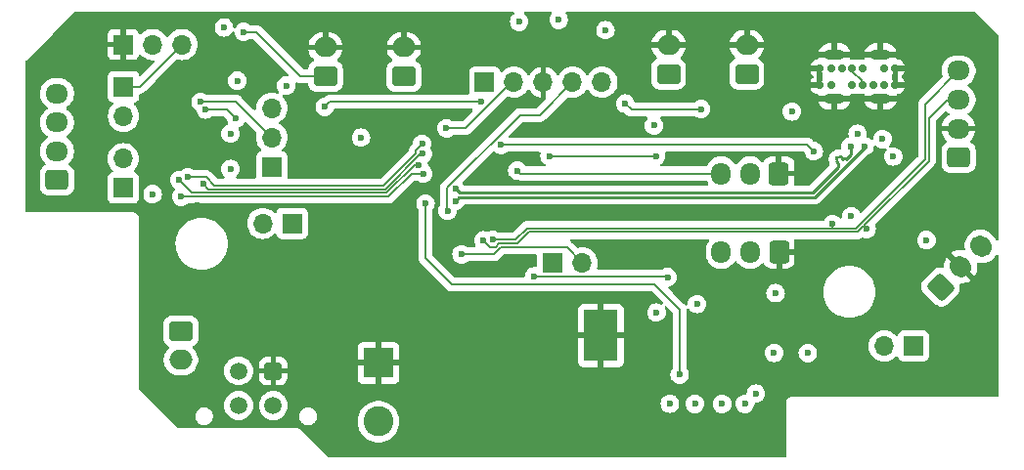
<source format=gbr>
%TF.GenerationSoftware,KiCad,Pcbnew,8.0.2-1*%
%TF.CreationDate,2024-05-27T23:14:56-04:00*%
%TF.ProjectId,checkpoint,63686563-6b70-46f6-996e-742e6b696361,v1.1*%
%TF.SameCoordinates,Original*%
%TF.FileFunction,Copper,L4,Bot*%
%TF.FilePolarity,Positive*%
%FSLAX46Y46*%
G04 Gerber Fmt 4.6, Leading zero omitted, Abs format (unit mm)*
G04 Created by KiCad (PCBNEW 8.0.2-1) date 2024-05-27 23:14:56*
%MOMM*%
%LPD*%
G01*
G04 APERTURE LIST*
G04 Aperture macros list*
%AMRoundRect*
0 Rectangle with rounded corners*
0 $1 Rounding radius*
0 $2 $3 $4 $5 $6 $7 $8 $9 X,Y pos of 4 corners*
0 Add a 4 corners polygon primitive as box body*
4,1,4,$2,$3,$4,$5,$6,$7,$8,$9,$2,$3,0*
0 Add four circle primitives for the rounded corners*
1,1,$1+$1,$2,$3*
1,1,$1+$1,$4,$5*
1,1,$1+$1,$6,$7*
1,1,$1+$1,$8,$9*
0 Add four rect primitives between the rounded corners*
20,1,$1+$1,$2,$3,$4,$5,0*
20,1,$1+$1,$4,$5,$6,$7,0*
20,1,$1+$1,$6,$7,$8,$9,0*
20,1,$1+$1,$8,$9,$2,$3,0*%
%AMHorizOval*
0 Thick line with rounded ends*
0 $1 width*
0 $2 $3 position (X,Y) of the first rounded end (center of the circle)*
0 $4 $5 position (X,Y) of the second rounded end (center of the circle)*
0 Add line between two ends*
20,1,$1,$2,$3,$4,$5,0*
0 Add two circle primitives to create the rounded ends*
1,1,$1,$2,$3*
1,1,$1,$4,$5*%
G04 Aperture macros list end*
%TA.AperFunction,ComponentPad*%
%ADD10RoundRect,0.250000X0.750000X-0.600000X0.750000X0.600000X-0.750000X0.600000X-0.750000X-0.600000X0*%
%TD*%
%TA.AperFunction,ComponentPad*%
%ADD11O,2.000000X1.700000*%
%TD*%
%TA.AperFunction,ComponentPad*%
%ADD12R,1.700000X1.700000*%
%TD*%
%TA.AperFunction,ComponentPad*%
%ADD13O,1.700000X1.700000*%
%TD*%
%TA.AperFunction,ComponentPad*%
%ADD14RoundRect,0.250000X-0.750000X0.600000X-0.750000X-0.600000X0.750000X-0.600000X0.750000X0.600000X0*%
%TD*%
%TA.AperFunction,ComponentPad*%
%ADD15R,2.600000X2.600000*%
%TD*%
%TA.AperFunction,ComponentPad*%
%ADD16C,2.600000*%
%TD*%
%TA.AperFunction,ComponentPad*%
%ADD17RoundRect,0.250000X0.600000X0.725000X-0.600000X0.725000X-0.600000X-0.725000X0.600000X-0.725000X0*%
%TD*%
%TA.AperFunction,ComponentPad*%
%ADD18O,1.700000X1.950000*%
%TD*%
%TA.AperFunction,ComponentPad*%
%ADD19C,0.600000*%
%TD*%
%TA.AperFunction,SMDPad,CuDef*%
%ADD20R,2.950000X4.500000*%
%TD*%
%TA.AperFunction,ComponentPad*%
%ADD21RoundRect,0.250000X0.725000X-0.600000X0.725000X0.600000X-0.725000X0.600000X-0.725000X-0.600000X0*%
%TD*%
%TA.AperFunction,ComponentPad*%
%ADD22O,1.950000X1.700000*%
%TD*%
%TA.AperFunction,ComponentPad*%
%ADD23RoundRect,0.150000X-0.150000X-0.150000X0.150000X-0.150000X0.150000X0.150000X-0.150000X0.150000X0*%
%TD*%
%TA.AperFunction,ComponentPad*%
%ADD24O,1.800000X0.900000*%
%TD*%
%TA.AperFunction,ComponentPad*%
%ADD25RoundRect,0.250001X0.499999X0.499999X-0.499999X0.499999X-0.499999X-0.499999X0.499999X-0.499999X0*%
%TD*%
%TA.AperFunction,ComponentPad*%
%ADD26C,1.500000*%
%TD*%
%TA.AperFunction,ComponentPad*%
%ADD27RoundRect,0.250000X0.088388X-0.936916X0.936916X-0.088388X-0.088388X0.936916X-0.936916X0.088388X0*%
%TD*%
%TA.AperFunction,ComponentPad*%
%ADD28HorizOval,1.700000X-0.088388X0.088388X0.088388X-0.088388X0*%
%TD*%
%TA.AperFunction,ViaPad*%
%ADD29C,0.600000*%
%TD*%
%TA.AperFunction,Conductor*%
%ADD30C,0.200000*%
%TD*%
%TA.AperFunction,Conductor*%
%ADD31C,0.267200*%
%TD*%
G04 APERTURE END LIST*
D10*
%TO.P,J1,1,Pin_1*%
%TO.N,Net-(J1-Pin_1)*%
X27039592Y-7108882D03*
D11*
%TO.P,J1,2,Pin_2*%
%TO.N,GND*%
X27039592Y-4608882D03*
%TD*%
D12*
%TO.P,JP1,1,A*%
%TO.N,/CANBUS/120R*%
X24144592Y-19858882D03*
D13*
%TO.P,JP1,2,B*%
%TO.N,Net-(JP1-B)*%
X21604592Y-19858882D03*
%TD*%
D10*
%TO.P,J2,1,Pin_1*%
%TO.N,Net-(J2-Pin_1)*%
X33824592Y-7108882D03*
D11*
%TO.P,J2,2,Pin_2*%
%TO.N,GND*%
X33824592Y-4608882D03*
%TD*%
D14*
%TO.P,J10,1,Pin_1*%
%TO.N,CAN_N*%
X14515000Y-29190000D03*
D11*
%TO.P,J10,2,Pin_2*%
%TO.N,CAN_P*%
X14515000Y-31690000D03*
%TD*%
D15*
%TO.P,J18,1,Pin_1*%
%TO.N,GND*%
X31625000Y-31955000D03*
D16*
%TO.P,J18,2,Pin_2*%
%TO.N,VOUT*%
X31625000Y-37035000D03*
%TD*%
D12*
%TO.P,JP2,1,A*%
%TO.N,+5V*%
X77953454Y-30490000D03*
D13*
%TO.P,JP2,2,B*%
%TO.N,Net-(D7-K)*%
X75413454Y-30490000D03*
%TD*%
D12*
%TO.P,J8,1,Pin_1*%
%TO.N,FORCE_N*%
X9539592Y-16788882D03*
D13*
%TO.P,J8,2,Pin_2*%
%TO.N,RTDIN_N*%
X9539592Y-14248882D03*
%TD*%
D17*
%TO.P,J15,1,Pin_1*%
%TO.N,GND*%
X66300000Y-22320000D03*
D18*
%TO.P,J15,2,Pin_2*%
%TO.N,+5V*%
X63800000Y-22320000D03*
%TO.P,J15,3,Pin_3*%
%TO.N,Net-(J15-Pin_3)*%
X61300000Y-22320000D03*
%TD*%
D19*
%TO.P,U6,9,GNDPAD*%
%TO.N,GND*%
X51479592Y-31378882D03*
X51479592Y-30178882D03*
X51479592Y-28878882D03*
X51479592Y-27778882D03*
D20*
X50879592Y-29578882D03*
D19*
X50279592Y-31378882D03*
X50279592Y-30178882D03*
X50279592Y-28878882D03*
X50279592Y-27778882D03*
%TD*%
D12*
%TO.P,J16,1,Pin_1*%
%TO.N,+3.3V*%
X40810000Y-7630000D03*
D13*
%TO.P,J16,2,Pin_2*%
%TO.N,SWDIO*%
X43350000Y-7630000D03*
%TO.P,J16,3,Pin_3*%
%TO.N,GND*%
X45890000Y-7630000D03*
%TO.P,J16,4,Pin_4*%
%TO.N,SWCLK*%
X48430000Y-7630000D03*
%TO.P,J16,5,Pin_5*%
%TO.N,RESET*%
X50970000Y-7630000D03*
%TD*%
D12*
%TO.P,J6,1,Pin_1*%
%TO.N,GND*%
X9534592Y-4358882D03*
D13*
%TO.P,J6,2,Pin_2*%
%TO.N,FORCE2*%
X12074592Y-4358882D03*
%TO.P,J6,3,Pin_3*%
%TO.N,FORCE_P*%
X14614592Y-4358882D03*
%TD*%
D10*
%TO.P,J3,1,Pin_1*%
%TO.N,Net-(J3-Pin_1)*%
X56739592Y-6908882D03*
D11*
%TO.P,J3,2,Pin_2*%
%TO.N,GND*%
X56739592Y-4408882D03*
%TD*%
D12*
%TO.P,J5,1,Pin_1*%
%TO.N,FORCE_P*%
X9549592Y-8019471D03*
D13*
%TO.P,J5,2,Pin_2*%
%TO.N,RTDIN_P*%
X9549592Y-10559471D03*
%TD*%
D12*
%TO.P,J11,1,Pin_1*%
%TO.N,+3.3V*%
X46719592Y-23278882D03*
D13*
%TO.P,J11,2,Pin_2*%
%TO.N,SWCLK*%
X49259592Y-23278882D03*
%TD*%
D17*
%TO.P,J14,1,Pin_1*%
%TO.N,GND*%
X66290000Y-15535000D03*
D18*
%TO.P,J14,2,Pin_2*%
%TO.N,+5V*%
X63790000Y-15535000D03*
%TO.P,J14,3,Pin_3*%
%TO.N,SERVO_PWM*%
X61290000Y-15535000D03*
%TD*%
D21*
%TO.P,J7,1,Pin_1*%
%TO.N,FORCE_N*%
X3790000Y-16110000D03*
D22*
%TO.P,J7,2,Pin_2*%
%TO.N,RTDIN_N*%
X3790000Y-13610000D03*
%TO.P,J7,3,Pin_3*%
%TO.N,RTDIN_P*%
X3790000Y-11110000D03*
%TO.P,J7,4,Pin_4*%
%TO.N,FORCE_P*%
X3790000Y-8610000D03*
%TD*%
D21*
%TO.P,J13,1,Pin_1*%
%TO.N,+5V*%
X81840000Y-14140000D03*
D22*
%TO.P,J13,2,Pin_2*%
%TO.N,GND*%
X81840000Y-11640000D03*
%TO.P,J13,3,Pin_3*%
%TO.N,I2C_SCL*%
X81840000Y-9140000D03*
%TO.P,J13,4,Pin_4*%
%TO.N,I2C_SDA*%
X81840000Y-6640000D03*
%TD*%
D23*
%TO.P,J17,A1,GND*%
%TO.N,GND*%
X69840000Y-6450000D03*
%TO.P,J17,A4,VBUS*%
%TO.N,VBUS*%
X70790000Y-6450000D03*
%TO.P,J17,A5,CC1*%
%TO.N,Net-(J17-CC1)*%
X71740000Y-6450000D03*
%TO.P,J17,A6,D+*%
%TO.N,D_P*%
X72640000Y-6450000D03*
%TO.P,J17,A7,D-*%
%TO.N,D_N*%
X73540000Y-6450000D03*
%TO.P,J17,A9,VBUS*%
%TO.N,VBUS*%
X75390000Y-6450000D03*
%TO.P,J17,A12,GND*%
%TO.N,GND*%
X76340000Y-6450000D03*
%TO.P,J17,B1,GND*%
X76340000Y-7850000D03*
%TO.P,J17,B4,VBUS*%
%TO.N,VBUS*%
X75390000Y-7850000D03*
%TO.P,J17,B5,CC2*%
%TO.N,Net-(J17-CC1)*%
X74440000Y-7850000D03*
%TO.P,J17,B6,D+*%
%TO.N,D_P*%
X73540000Y-7850000D03*
%TO.P,J17,B7,D-*%
%TO.N,D_N*%
X72640000Y-7850000D03*
%TO.P,J17,B9,VBUS*%
%TO.N,VBUS*%
X70790000Y-7850000D03*
%TO.P,J17,B12,GND*%
%TO.N,GND*%
X69840000Y-7850000D03*
D24*
%TO.P,J17,S1,SHIELD*%
X71090000Y-5220000D03*
X71090000Y-9080000D03*
X75090000Y-5220000D03*
X75090000Y-9080000D03*
%TD*%
D12*
%TO.P,J9,1,Pin_1*%
%TO.N,430R*%
X22379592Y-14958882D03*
D13*
%TO.P,J9,2,Pin_2*%
%TO.N,ISENSOR*%
X22379592Y-12418882D03*
%TO.P,J9,3,Pin_3*%
%TO.N,4300R*%
X22379592Y-9878882D03*
%TD*%
D10*
%TO.P,J4,1,Pin_1*%
%TO.N,Net-(J4-Pin_1)*%
X63509592Y-6908882D03*
D11*
%TO.P,J4,2,Pin_2*%
%TO.N,GND*%
X63509592Y-4408882D03*
%TD*%
D25*
%TO.P,J19,1,Pin_1*%
%TO.N,GND*%
X22519592Y-32638882D03*
D26*
%TO.P,J19,2,Pin_2*%
%TO.N,CAN_N*%
X19519592Y-32638882D03*
%TO.P,J19,3,Pin_3*%
%TO.N,VIN*%
X22519592Y-35638882D03*
%TO.P,J19,4,Pin_4*%
%TO.N,CAN_P*%
X19519592Y-35638882D03*
%TD*%
D27*
%TO.P,J12,1,Pin_1*%
%TO.N,Net-(J12-Pin_1)*%
X80271752Y-25377286D03*
D28*
%TO.P,J12,2,Pin_2*%
%TO.N,GND*%
X82039519Y-23609519D03*
%TO.P,J12,3,Pin_3*%
%TO.N,+5V*%
X83807286Y-21841752D03*
%TD*%
D29*
%TO.N,T0*%
X26970000Y-9760000D03*
X40550000Y-9320000D03*
%TO.N,GND*%
X12669592Y-14648882D03*
X43090000Y-18460000D03*
X23320000Y-24630000D03*
X22360000Y-25896382D03*
X31870000Y-12470000D03*
X6900000Y-17770000D03*
X23430000Y-25896382D03*
X22475000Y-24635000D03*
X16669592Y-11783293D03*
X31284592Y-11008882D03*
X26970000Y-25790000D03*
X43080000Y-16180000D03*
X31540000Y-15100000D03*
X73094591Y-10395643D03*
X31280000Y-12430000D03*
X14719592Y-13683293D03*
X31959592Y-10983882D03*
X46570000Y-3830000D03*
X6920000Y-6610000D03*
X15930000Y-18320000D03*
X34420000Y-22480000D03*
%TO.N,T3*%
X59550000Y-9950000D03*
X52990000Y-9480000D03*
%TO.N,+3.3V*%
X59195000Y-26855000D03*
X18810000Y-12090000D03*
X18250000Y-2880000D03*
X23630000Y-7920000D03*
X55470000Y-11380000D03*
X43810000Y-2390000D03*
X68790000Y-31100000D03*
X65870000Y-31080000D03*
X19400000Y-7500000D03*
X47221709Y-2230000D03*
X72560000Y-19235000D03*
X12069592Y-17320000D03*
X79070000Y-21310000D03*
X67410000Y-10170000D03*
X18810000Y-15140000D03*
X51270000Y-3120000D03*
%TO.N,+5V*%
X63350000Y-35500000D03*
X56850000Y-35480000D03*
X30110000Y-12430000D03*
X66000000Y-25900000D03*
X61369592Y-35508882D03*
X59020000Y-35500000D03*
X55700000Y-27590000D03*
X64290000Y-34610000D03*
%TO.N,RESET*%
X46435044Y-14016426D03*
X55660808Y-14020000D03*
%TO.N,Y_ENDSTOP*%
X69310000Y-13600000D03*
X42210000Y-13060000D03*
%TO.N,VBUS*%
X76190000Y-14060000D03*
X73094592Y-12095643D03*
X75260000Y-12550000D03*
%TO.N,Net-(J1-Pin_1)*%
X19970000Y-3270000D03*
%TO.N,RGB_DATA*%
X56645000Y-24520000D03*
X45090000Y-24450000D03*
%TO.N,ISENSOR*%
X16220000Y-9320000D03*
%TO.N,SERVO_PWM*%
X43645000Y-15285000D03*
%TO.N,SWCLK*%
X37599884Y-18758660D03*
X38810000Y-22540000D03*
%TO.N,SWDIO*%
X37504592Y-11620000D03*
X35690240Y-18141381D03*
X57700000Y-32970000D03*
%TO.N,MISO*%
X16459410Y-16460882D03*
X35457517Y-13807517D03*
%TO.N,PT_CS*%
X35500000Y-15550000D03*
X14534000Y-17544000D03*
%TO.N,MOSI*%
X35106331Y-14829748D03*
X14383721Y-16108025D03*
%TO.N,Net-(U1-BIAS)*%
X19275000Y-10760000D03*
X16665735Y-9994265D03*
%TO.N,SCK*%
X15144592Y-15860882D03*
X35400000Y-12970000D03*
%TO.N,USB_N*%
X38300000Y-16880000D03*
X72486347Y-13192894D03*
%TO.N,USB_P*%
X73701277Y-13196655D03*
X38290000Y-17910000D03*
%TO.N,I2C_SDA*%
X41525814Y-21289226D03*
X70930000Y-19920000D03*
%TO.N,I2C_SCL*%
X73890000Y-20340000D03*
X40721865Y-21333633D03*
%TD*%
D30*
%TO.N,T0*%
X40550000Y-9320000D02*
X27410000Y-9320000D01*
X27410000Y-9320000D02*
X26970000Y-9760000D01*
%TO.N,GND*%
X83190000Y-24760000D02*
X82039519Y-23609519D01*
%TO.N,T3*%
X59480000Y-10020000D02*
X59550000Y-9950000D01*
X52990000Y-9480000D02*
X53530000Y-10020000D01*
X53530000Y-10020000D02*
X59480000Y-10020000D01*
%TO.N,RESET*%
X55660808Y-14020000D02*
X46438618Y-14020000D01*
X46438618Y-14020000D02*
X46435044Y-14016426D01*
%TO.N,Y_ENDSTOP*%
X46090663Y-13039192D02*
X46069855Y-13060000D01*
X69310000Y-13600000D02*
X68749192Y-13039192D01*
X46069855Y-13060000D02*
X42210000Y-13060000D01*
X68749192Y-13039192D02*
X46090663Y-13039192D01*
%TO.N,Net-(J1-Pin_1)*%
X21040000Y-3270000D02*
X24878882Y-7108882D01*
X24878882Y-7108882D02*
X27039592Y-7108882D01*
X19970000Y-3270000D02*
X21040000Y-3270000D01*
%TO.N,RGB_DATA*%
X56565000Y-24440000D02*
X45100000Y-24440000D01*
X56645000Y-24520000D02*
X56565000Y-24440000D01*
X45100000Y-24440000D02*
X45090000Y-24450000D01*
%TO.N,FORCE_P*%
X10959003Y-8019471D02*
X9549592Y-8019471D01*
X10959003Y-8019471D02*
X14614592Y-4363882D01*
%TO.N,ISENSOR*%
X19280710Y-9320000D02*
X22379592Y-12418882D01*
X16220000Y-9320000D02*
X19280710Y-9320000D01*
%TO.N,SERVO_PWM*%
X43895000Y-15535000D02*
X61290000Y-15535000D01*
X43645000Y-15285000D02*
X43895000Y-15535000D01*
%TO.N,SWCLK*%
X43859946Y-10470000D02*
X45590000Y-10470000D01*
X41972448Y-22170000D02*
X42195448Y-21947000D01*
X37599884Y-18758660D02*
X37549973Y-18708749D01*
X42195448Y-21947000D02*
X47927710Y-21947000D01*
X47927710Y-21947000D02*
X49259592Y-23278882D01*
X37549973Y-16779973D02*
X43859946Y-10470000D01*
X41600000Y-22540000D02*
X41970000Y-22170000D01*
X37549973Y-18708749D02*
X37549973Y-16779973D01*
X41970000Y-22170000D02*
X41972448Y-22170000D01*
X38810000Y-22540000D02*
X41600000Y-22540000D01*
X45590000Y-10470000D02*
X48430000Y-7630000D01*
%TO.N,SWDIO*%
X37504592Y-11620000D02*
X39120000Y-11620000D01*
X39120000Y-11620000D02*
X43110000Y-7630000D01*
X57700000Y-32970000D02*
X57700000Y-27310000D01*
X55540000Y-25150000D02*
X37960000Y-25150000D01*
X35690240Y-22880240D02*
X35690240Y-18141381D01*
X37960000Y-25150000D02*
X35690240Y-22880240D01*
X57700000Y-27310000D02*
X55540000Y-25150000D01*
%TO.N,MISO*%
X16888528Y-16890000D02*
X16459410Y-16460882D01*
X32197552Y-16890000D02*
X16888528Y-16890000D01*
X35280035Y-13807517D02*
X32197552Y-16890000D01*
X35457517Y-13807517D02*
X35280035Y-13807517D01*
%TO.N,PT_CS*%
X34462448Y-15550000D02*
X32468448Y-17544000D01*
X35500000Y-15550000D02*
X34462448Y-15550000D01*
X32468448Y-17544000D02*
X14534000Y-17544000D01*
%TO.N,MOSI*%
X34720252Y-14829748D02*
X32333000Y-17217000D01*
X32333000Y-17217000D02*
X15492696Y-17217000D01*
X15492696Y-17217000D02*
X14383721Y-16108025D01*
X35106331Y-14829748D02*
X34720252Y-14829748D01*
%TO.N,Net-(U1-BIAS)*%
X18505000Y-9990000D02*
X16670000Y-9990000D01*
X19275000Y-10760000D02*
X18505000Y-9990000D01*
X16670000Y-9990000D02*
X16665735Y-9994265D01*
%TO.N,SCK*%
X34857517Y-13767587D02*
X32062104Y-16563000D01*
X34857517Y-13522483D02*
X34857517Y-13767587D01*
X32062104Y-16563000D02*
X17421529Y-16563000D01*
X17421529Y-16563000D02*
X16719411Y-15860882D01*
X35400000Y-12980000D02*
X34857517Y-13522483D01*
X35400000Y-12970000D02*
X35400000Y-12980000D01*
X16719411Y-15860882D02*
X15144592Y-15860882D01*
%TO.N,D_P*%
X72640000Y-6670000D02*
X73540000Y-7570000D01*
X73540000Y-7570000D02*
X73540000Y-7850000D01*
X72640000Y-6450000D02*
X72640000Y-6670000D01*
D31*
%TO.N,USB_N*%
X71822343Y-14278820D02*
X71657156Y-14113633D01*
X71363000Y-14113633D02*
X71289460Y-14187172D01*
X69184138Y-17211182D02*
X71381108Y-15014211D01*
X38631182Y-17211182D02*
X69184138Y-17211182D01*
X71454646Y-14940670D02*
X71381108Y-15014211D01*
X38300000Y-16880000D02*
X38631182Y-17211182D01*
X71289460Y-14481328D02*
X71454646Y-14646514D01*
X72486347Y-13192894D02*
X72486347Y-13908973D01*
X72486347Y-13908973D02*
X72116500Y-14278820D01*
X71657156Y-14113633D02*
G75*
G03*
X71363000Y-14113633I-147078J-147077D01*
G01*
X72116500Y-14278820D02*
G75*
G02*
X71822344Y-14278820I-147078J147078D01*
G01*
X71454646Y-14646514D02*
G75*
G02*
X71454636Y-14940660I-147054J-147068D01*
G01*
X71289460Y-14187172D02*
G75*
G03*
X71289428Y-14481360I147032J-147110D01*
G01*
%TO.N,USB_P*%
X38290000Y-17910000D02*
X38594618Y-17605382D01*
X69347421Y-17605382D02*
X73701277Y-13251526D01*
X38594618Y-17605382D02*
X69347421Y-17605382D01*
X73701277Y-13251526D02*
X73701277Y-13196655D01*
D30*
%TO.N,I2C_SDA*%
X78940000Y-9540000D02*
X81840000Y-6640000D01*
X70930000Y-20280000D02*
X72970000Y-20280000D01*
X70930000Y-19920000D02*
X70930000Y-20280000D01*
X44470000Y-20280000D02*
X70930000Y-20280000D01*
X78940000Y-14310000D02*
X78940000Y-9540000D01*
X43460774Y-21289226D02*
X44470000Y-20280000D01*
X72970000Y-20280000D02*
X78940000Y-14310000D01*
X41525814Y-21289226D02*
X43460774Y-21289226D01*
%TO.N,I2C_SCL*%
X79270000Y-10730000D02*
X79270000Y-14442448D01*
X73890000Y-20340000D02*
X73646224Y-20096224D01*
X40721865Y-21333633D02*
X41278232Y-21890000D01*
X80860000Y-9140000D02*
X79270000Y-10730000D01*
X73105448Y-20607000D02*
X73616224Y-20096224D01*
X42060000Y-21620000D02*
X43640000Y-21620000D01*
X41790000Y-21890000D02*
X42060000Y-21620000D01*
X79270000Y-14442448D02*
X73616224Y-20096224D01*
X44653000Y-20607000D02*
X73105448Y-20607000D01*
X43640000Y-21620000D02*
X44653000Y-20607000D01*
X73646224Y-20096224D02*
X73616224Y-20096224D01*
X81840000Y-9140000D02*
X80860000Y-9140000D01*
X41278232Y-21890000D02*
X41790000Y-21890000D01*
%TD*%
%TA.AperFunction,Conductor*%
%TO.N,GND*%
G36*
X41641885Y-13639809D02*
G01*
X41686232Y-13668310D01*
X41707738Y-13689816D01*
X41779436Y-13734867D01*
X41859570Y-13785219D01*
X41860478Y-13785789D01*
X42007319Y-13837171D01*
X42030745Y-13845368D01*
X42030750Y-13845369D01*
X42209996Y-13865565D01*
X42210000Y-13865565D01*
X42210004Y-13865565D01*
X42389249Y-13845369D01*
X42389252Y-13845368D01*
X42389255Y-13845368D01*
X42559522Y-13785789D01*
X42712262Y-13689816D01*
X42712267Y-13689810D01*
X42715097Y-13687555D01*
X42717275Y-13686665D01*
X42718158Y-13686111D01*
X42718255Y-13686265D01*
X42779783Y-13661145D01*
X42792412Y-13660500D01*
X45536734Y-13660500D01*
X45603773Y-13680185D01*
X45649528Y-13732989D01*
X45659472Y-13802147D01*
X45653775Y-13825457D01*
X45649676Y-13837170D01*
X45649674Y-13837176D01*
X45629479Y-14016422D01*
X45629479Y-14016429D01*
X45649674Y-14195675D01*
X45649675Y-14195680D01*
X45709255Y-14365949D01*
X45754107Y-14437330D01*
X45805228Y-14518688D01*
X45932782Y-14646242D01*
X46010050Y-14694793D01*
X46027100Y-14705506D01*
X46073391Y-14757841D01*
X46084039Y-14826895D01*
X46055664Y-14890743D01*
X45997274Y-14929115D01*
X45961128Y-14934500D01*
X44438707Y-14934500D01*
X44371668Y-14914815D01*
X44333713Y-14876472D01*
X44304354Y-14829748D01*
X44274816Y-14782738D01*
X44147262Y-14655184D01*
X44129587Y-14644078D01*
X43994523Y-14559211D01*
X43824254Y-14499631D01*
X43824249Y-14499630D01*
X43645004Y-14479435D01*
X43644996Y-14479435D01*
X43465750Y-14499630D01*
X43465745Y-14499631D01*
X43295476Y-14559211D01*
X43142737Y-14655184D01*
X43015184Y-14782737D01*
X42919211Y-14935476D01*
X42859631Y-15105745D01*
X42859630Y-15105750D01*
X42839435Y-15284996D01*
X42839435Y-15285000D01*
X42859630Y-15464249D01*
X42859631Y-15464254D01*
X42919211Y-15634523D01*
X43004222Y-15769816D01*
X43015184Y-15787262D01*
X43142738Y-15914816D01*
X43295478Y-16010789D01*
X43414001Y-16052262D01*
X43465745Y-16070368D01*
X43465750Y-16070369D01*
X43641360Y-16090155D01*
X43659570Y-16093600D01*
X43663215Y-16094576D01*
X43663216Y-16094577D01*
X43775019Y-16124534D01*
X43815942Y-16135500D01*
X43815943Y-16135500D01*
X59940591Y-16135500D01*
X60007630Y-16155185D01*
X60051076Y-16203205D01*
X60134949Y-16367817D01*
X60143943Y-16380195D01*
X60167424Y-16446001D01*
X60151599Y-16514055D01*
X60101494Y-16562751D01*
X60043626Y-16577082D01*
X39123604Y-16577082D01*
X39056565Y-16557397D01*
X39018612Y-16519056D01*
X38932888Y-16382627D01*
X38913889Y-16315393D01*
X38934257Y-16248558D01*
X38950197Y-16228982D01*
X41510870Y-13668310D01*
X41572193Y-13634825D01*
X41641885Y-13639809D01*
G37*
%TD.AperFunction*%
%TA.AperFunction,Conductor*%
G36*
X43329797Y-1537685D02*
G01*
X43375552Y-1590489D01*
X43385496Y-1659647D01*
X43356471Y-1723203D01*
X43328730Y-1746994D01*
X43307737Y-1760184D01*
X43180184Y-1887737D01*
X43084211Y-2040476D01*
X43024631Y-2210745D01*
X43024630Y-2210750D01*
X43004435Y-2389996D01*
X43004435Y-2390003D01*
X43024630Y-2569249D01*
X43024631Y-2569254D01*
X43084211Y-2739523D01*
X43159796Y-2859815D01*
X43180184Y-2892262D01*
X43307738Y-3019816D01*
X43460478Y-3115789D01*
X43556293Y-3149316D01*
X43630745Y-3175368D01*
X43630750Y-3175369D01*
X43809996Y-3195565D01*
X43810000Y-3195565D01*
X43810004Y-3195565D01*
X43989249Y-3175369D01*
X43989252Y-3175368D01*
X43989255Y-3175368D01*
X44147499Y-3119996D01*
X50464435Y-3119996D01*
X50464435Y-3120003D01*
X50484630Y-3299249D01*
X50484631Y-3299254D01*
X50544211Y-3469523D01*
X50594661Y-3549813D01*
X50640184Y-3622262D01*
X50767738Y-3749816D01*
X50920478Y-3845789D01*
X51074878Y-3899816D01*
X51090745Y-3905368D01*
X51090750Y-3905369D01*
X51269996Y-3925565D01*
X51270000Y-3925565D01*
X51270004Y-3925565D01*
X51449249Y-3905369D01*
X51449252Y-3905368D01*
X51449255Y-3905368D01*
X51619522Y-3845789D01*
X51772262Y-3749816D01*
X51899816Y-3622262D01*
X51995789Y-3469522D01*
X52055368Y-3299255D01*
X52055369Y-3299249D01*
X52075565Y-3120003D01*
X52075565Y-3119996D01*
X52055369Y-2940750D01*
X52055368Y-2940745D01*
X51995788Y-2770476D01*
X51932340Y-2669500D01*
X51899816Y-2617738D01*
X51772262Y-2490184D01*
X51763426Y-2484632D01*
X51619523Y-2394211D01*
X51449254Y-2334631D01*
X51449249Y-2334630D01*
X51270004Y-2314435D01*
X51269996Y-2314435D01*
X51090750Y-2334630D01*
X51090745Y-2334631D01*
X50920476Y-2394211D01*
X50767737Y-2490184D01*
X50640184Y-2617737D01*
X50544211Y-2770476D01*
X50484631Y-2940745D01*
X50484630Y-2940750D01*
X50464435Y-3119996D01*
X44147499Y-3119996D01*
X44159522Y-3115789D01*
X44312262Y-3019816D01*
X44439816Y-2892262D01*
X44535789Y-2739522D01*
X44595368Y-2569255D01*
X44599737Y-2530478D01*
X44615565Y-2390003D01*
X44615565Y-2389996D01*
X44595369Y-2210750D01*
X44595368Y-2210745D01*
X44554738Y-2094631D01*
X44535789Y-2040478D01*
X44439816Y-1887738D01*
X44312262Y-1760184D01*
X44291269Y-1746993D01*
X44244979Y-1694659D01*
X44234331Y-1625605D01*
X44262706Y-1561757D01*
X44321096Y-1523385D01*
X44357242Y-1518000D01*
X46502269Y-1518000D01*
X46569308Y-1537685D01*
X46615063Y-1590489D01*
X46625007Y-1659647D01*
X46595982Y-1723203D01*
X46592692Y-1726735D01*
X46591893Y-1727737D01*
X46495920Y-1880476D01*
X46436340Y-2050745D01*
X46436339Y-2050750D01*
X46416144Y-2229996D01*
X46416144Y-2230003D01*
X46436339Y-2409249D01*
X46436340Y-2409254D01*
X46495920Y-2579523D01*
X46572092Y-2700749D01*
X46591893Y-2732262D01*
X46719447Y-2859816D01*
X46779274Y-2897408D01*
X46848252Y-2940750D01*
X46872187Y-2955789D01*
X47007746Y-3003223D01*
X47042454Y-3015368D01*
X47042459Y-3015369D01*
X47221705Y-3035565D01*
X47221709Y-3035565D01*
X47221713Y-3035565D01*
X47400958Y-3015369D01*
X47400961Y-3015368D01*
X47400964Y-3015368D01*
X47571231Y-2955789D01*
X47723971Y-2859816D01*
X47851525Y-2732262D01*
X47947498Y-2579522D01*
X48007077Y-2409255D01*
X48009246Y-2390003D01*
X48027274Y-2230003D01*
X48027274Y-2229996D01*
X48007078Y-2050750D01*
X48007077Y-2050745D01*
X47947497Y-1880476D01*
X47851524Y-1727737D01*
X47847184Y-1722295D01*
X47848752Y-1721044D01*
X47819983Y-1668358D01*
X47824967Y-1598666D01*
X47866839Y-1542733D01*
X47932303Y-1518316D01*
X47941149Y-1518000D01*
X83210929Y-1518000D01*
X83277968Y-1537685D01*
X83298609Y-1554318D01*
X85257774Y-3513495D01*
X85291258Y-3574817D01*
X85294092Y-3601175D01*
X85294092Y-21183461D01*
X85274407Y-21250500D01*
X85221603Y-21296255D01*
X85152445Y-21306199D01*
X85088889Y-21277174D01*
X85059607Y-21239756D01*
X85057158Y-21234949D01*
X85050725Y-21222324D01*
X84925778Y-21050349D01*
X84598689Y-20723260D01*
X84426714Y-20598313D01*
X84237310Y-20501807D01*
X84035141Y-20436118D01*
X84035139Y-20436117D01*
X84035138Y-20436117D01*
X83873855Y-20410572D01*
X83825185Y-20402864D01*
X83612611Y-20402864D01*
X83563940Y-20410572D01*
X83402658Y-20436117D01*
X83200483Y-20501808D01*
X83011081Y-20598313D01*
X82839104Y-20723262D01*
X82688796Y-20873570D01*
X82563847Y-21045547D01*
X82467342Y-21234949D01*
X82401651Y-21437124D01*
X82378174Y-21585352D01*
X82368398Y-21647077D01*
X82368398Y-21859651D01*
X82371424Y-21878757D01*
X82400305Y-22061104D01*
X82391350Y-22130398D01*
X82346354Y-22183850D01*
X82279603Y-22204489D01*
X82258434Y-22202975D01*
X82057377Y-22171131D01*
X81844885Y-22171131D01*
X81635003Y-22204373D01*
X81635000Y-22204373D01*
X81432913Y-22270035D01*
X81243580Y-22366506D01*
X81189413Y-22405860D01*
X81930521Y-23146968D01*
X81856176Y-23166889D01*
X81747862Y-23229424D01*
X81659424Y-23317862D01*
X81596889Y-23426176D01*
X81576968Y-23500521D01*
X80835860Y-22759413D01*
X80796506Y-22813580D01*
X80700035Y-23002913D01*
X80634373Y-23205000D01*
X80634373Y-23205003D01*
X80601131Y-23414884D01*
X80601131Y-23611269D01*
X80581446Y-23678308D01*
X80528642Y-23724063D01*
X80459484Y-23734007D01*
X80448534Y-23731926D01*
X80271091Y-23689870D01*
X80271086Y-23689869D01*
X80271084Y-23689869D01*
X80095643Y-23689869D01*
X80095641Y-23689869D01*
X80095635Y-23689870D01*
X79924932Y-23730328D01*
X79820409Y-23782821D01*
X79768149Y-23809067D01*
X79768148Y-23809068D01*
X79768142Y-23809072D01*
X79688052Y-23874315D01*
X79688034Y-23874331D01*
X78768795Y-24793572D01*
X78768786Y-24793582D01*
X78703532Y-24873684D01*
X78624794Y-25030466D01*
X78584336Y-25201169D01*
X78584335Y-25201180D01*
X78584335Y-25376614D01*
X78584336Y-25376625D01*
X78624794Y-25547328D01*
X78641157Y-25579909D01*
X78703533Y-25704112D01*
X78703535Y-25704115D01*
X78703537Y-25704118D01*
X78732384Y-25739529D01*
X78768790Y-25784220D01*
X79864818Y-26880246D01*
X79944926Y-26945505D01*
X80101707Y-27024242D01*
X80101709Y-27024243D01*
X80240215Y-27057070D01*
X80272420Y-27064703D01*
X80272423Y-27064703D01*
X80447858Y-27064703D01*
X80447861Y-27064703D01*
X80566273Y-27036638D01*
X80618571Y-27024243D01*
X80618572Y-27024242D01*
X80618574Y-27024242D01*
X80775355Y-26945505D01*
X80855462Y-26880248D01*
X81774712Y-25960996D01*
X81839971Y-25880889D01*
X81918708Y-25724108D01*
X81923448Y-25704112D01*
X81937269Y-25645793D01*
X81959169Y-25553395D01*
X81959169Y-25377954D01*
X81946752Y-25325565D01*
X81917112Y-25200504D01*
X81920805Y-25130732D01*
X81961633Y-25074033D01*
X82026634Y-25048408D01*
X82037769Y-25047907D01*
X82234153Y-25047907D01*
X82444034Y-25014664D01*
X82444037Y-25014664D01*
X82646124Y-24949002D01*
X82835461Y-24852529D01*
X82889623Y-24813177D01*
X82889623Y-24813176D01*
X82148516Y-24072069D01*
X82222862Y-24052149D01*
X82331176Y-23989614D01*
X82419614Y-23901176D01*
X82482149Y-23792862D01*
X82502069Y-23718516D01*
X83243176Y-24459623D01*
X83243177Y-24459623D01*
X83282529Y-24405461D01*
X83379002Y-24216124D01*
X83444664Y-24014037D01*
X83444664Y-24014034D01*
X83477907Y-23804153D01*
X83477907Y-23591661D01*
X83446062Y-23390603D01*
X83455016Y-23321310D01*
X83500013Y-23267858D01*
X83566764Y-23247218D01*
X83587926Y-23248731D01*
X83789387Y-23280640D01*
X83789388Y-23280640D01*
X84001960Y-23280640D01*
X84001961Y-23280640D01*
X84211917Y-23247386D01*
X84414086Y-23181697D01*
X84603490Y-23085191D01*
X84775465Y-22960244D01*
X84925778Y-22809931D01*
X85050725Y-22637956D01*
X85059607Y-22620523D01*
X85107580Y-22569728D01*
X85175401Y-22552932D01*
X85241536Y-22575468D01*
X85284988Y-22630183D01*
X85294092Y-22676818D01*
X85294092Y-34764382D01*
X85274407Y-34831421D01*
X85221603Y-34877176D01*
X85170092Y-34888382D01*
X67353700Y-34888382D01*
X67226404Y-34922490D01*
X67112278Y-34988382D01*
X67112275Y-34988384D01*
X67019094Y-35081565D01*
X67019092Y-35081568D01*
X66953200Y-35195694D01*
X66919092Y-35322990D01*
X66919092Y-40034382D01*
X66899407Y-40101421D01*
X66846603Y-40147176D01*
X66795092Y-40158382D01*
X27372552Y-40158382D01*
X27305513Y-40138697D01*
X27284871Y-40122063D01*
X24997259Y-37834451D01*
X24986881Y-37822617D01*
X24893526Y-37729262D01*
X24893524Y-37729260D01*
X24836460Y-37696314D01*
X24779397Y-37663368D01*
X24715749Y-37646314D01*
X24652102Y-37629260D01*
X24652101Y-37629260D01*
X14360659Y-37629260D01*
X14293620Y-37609575D01*
X14272978Y-37592941D01*
X13184011Y-36503974D01*
X15759092Y-36503974D01*
X15759092Y-36653789D01*
X15788315Y-36800704D01*
X15788317Y-36800712D01*
X15845643Y-36939111D01*
X15845648Y-36939120D01*
X15928872Y-37063672D01*
X15928875Y-37063676D01*
X16034797Y-37169598D01*
X16034801Y-37169601D01*
X16159353Y-37252825D01*
X16159359Y-37252828D01*
X16159360Y-37252829D01*
X16297762Y-37310157D01*
X16444684Y-37339381D01*
X16444688Y-37339382D01*
X16444689Y-37339382D01*
X16594496Y-37339382D01*
X16594497Y-37339381D01*
X16741422Y-37310157D01*
X16879824Y-37252829D01*
X17004383Y-37169601D01*
X17110311Y-37063673D01*
X17193539Y-36939114D01*
X17250867Y-36800712D01*
X17280092Y-36653785D01*
X17280092Y-36503979D01*
X17250867Y-36357052D01*
X17193539Y-36218650D01*
X17193538Y-36218649D01*
X17193535Y-36218643D01*
X17110311Y-36094091D01*
X17110308Y-36094087D01*
X17004386Y-35988165D01*
X17004382Y-35988162D01*
X16879830Y-35904938D01*
X16879821Y-35904933D01*
X16741422Y-35847607D01*
X16741414Y-35847605D01*
X16594499Y-35818382D01*
X16594495Y-35818382D01*
X16444689Y-35818382D01*
X16444684Y-35818382D01*
X16297769Y-35847605D01*
X16297761Y-35847607D01*
X16159362Y-35904933D01*
X16159353Y-35904938D01*
X16034801Y-35988162D01*
X16034797Y-35988165D01*
X15928875Y-36094087D01*
X15928872Y-36094091D01*
X15845648Y-36218643D01*
X15845643Y-36218652D01*
X15788317Y-36357051D01*
X15788315Y-36357059D01*
X15759092Y-36503974D01*
X13184011Y-36503974D01*
X12318916Y-35638879D01*
X18264315Y-35638879D01*
X18264315Y-35638884D01*
X18267847Y-35679254D01*
X18283246Y-35855274D01*
X18283385Y-35856857D01*
X18283385Y-35856861D01*
X18340014Y-36068204D01*
X18340016Y-36068208D01*
X18340017Y-36068212D01*
X18372885Y-36138697D01*
X18432489Y-36266520D01*
X18445825Y-36285565D01*
X18557994Y-36445759D01*
X18712715Y-36600480D01*
X18891953Y-36725984D01*
X19090262Y-36818457D01*
X19301615Y-36875089D01*
X19484518Y-36891090D01*
X19519590Y-36894159D01*
X19519592Y-36894159D01*
X19519594Y-36894159D01*
X19547846Y-36891687D01*
X19737569Y-36875089D01*
X19948922Y-36818457D01*
X20147231Y-36725984D01*
X20326469Y-36600480D01*
X20481190Y-36445759D01*
X20606694Y-36266521D01*
X20699167Y-36068212D01*
X20755799Y-35856859D01*
X20774869Y-35638882D01*
X20774869Y-35638879D01*
X21264315Y-35638879D01*
X21264315Y-35638884D01*
X21267847Y-35679254D01*
X21283246Y-35855274D01*
X21283385Y-35856857D01*
X21283385Y-35856861D01*
X21340014Y-36068204D01*
X21340016Y-36068208D01*
X21340017Y-36068212D01*
X21372885Y-36138697D01*
X21432489Y-36266520D01*
X21445825Y-36285565D01*
X21557994Y-36445759D01*
X21712715Y-36600480D01*
X21891953Y-36725984D01*
X22090262Y-36818457D01*
X22301615Y-36875089D01*
X22484518Y-36891090D01*
X22519590Y-36894159D01*
X22519592Y-36894159D01*
X22519594Y-36894159D01*
X22547846Y-36891687D01*
X22737569Y-36875089D01*
X22948922Y-36818457D01*
X23147231Y-36725984D01*
X23326469Y-36600480D01*
X23422975Y-36503974D01*
X24759092Y-36503974D01*
X24759092Y-36653789D01*
X24788315Y-36800704D01*
X24788317Y-36800712D01*
X24845643Y-36939111D01*
X24845648Y-36939120D01*
X24928872Y-37063672D01*
X24928875Y-37063676D01*
X25034797Y-37169598D01*
X25034801Y-37169601D01*
X25159353Y-37252825D01*
X25159359Y-37252828D01*
X25159360Y-37252829D01*
X25297762Y-37310157D01*
X25444684Y-37339381D01*
X25444688Y-37339382D01*
X25444689Y-37339382D01*
X25594496Y-37339382D01*
X25594497Y-37339381D01*
X25741422Y-37310157D01*
X25879824Y-37252829D01*
X26004383Y-37169601D01*
X26110311Y-37063673D01*
X26129473Y-37034995D01*
X29819451Y-37034995D01*
X29819451Y-37035004D01*
X29839616Y-37304101D01*
X29899664Y-37567188D01*
X29899666Y-37567195D01*
X29963272Y-37729260D01*
X29998257Y-37818398D01*
X30133185Y-38052102D01*
X30269080Y-38222509D01*
X30301442Y-38263089D01*
X30488183Y-38436358D01*
X30499259Y-38446635D01*
X30722226Y-38598651D01*
X30965359Y-38715738D01*
X31223228Y-38795280D01*
X31223229Y-38795280D01*
X31223232Y-38795281D01*
X31490063Y-38835499D01*
X31490068Y-38835499D01*
X31490071Y-38835500D01*
X31490072Y-38835500D01*
X31759928Y-38835500D01*
X31759929Y-38835500D01*
X31759936Y-38835499D01*
X32026767Y-38795281D01*
X32026768Y-38795280D01*
X32026772Y-38795280D01*
X32284641Y-38715738D01*
X32527775Y-38598651D01*
X32750741Y-38446635D01*
X32948561Y-38263085D01*
X33116815Y-38052102D01*
X33251743Y-37818398D01*
X33350334Y-37567195D01*
X33410383Y-37304103D01*
X33428400Y-37063676D01*
X33430549Y-37035004D01*
X33430549Y-37034995D01*
X33410383Y-36765898D01*
X33384794Y-36653785D01*
X33350334Y-36502805D01*
X33251743Y-36251602D01*
X33116815Y-36017898D01*
X32948561Y-35806915D01*
X32948560Y-35806914D01*
X32948557Y-35806910D01*
X32750741Y-35623365D01*
X32540458Y-35479996D01*
X56044435Y-35479996D01*
X56044435Y-35480003D01*
X56064630Y-35659249D01*
X56064631Y-35659254D01*
X56124211Y-35829523D01*
X56171595Y-35904933D01*
X56220184Y-35982262D01*
X56347738Y-36109816D01*
X56500478Y-36205789D01*
X56631404Y-36251602D01*
X56670745Y-36265368D01*
X56670750Y-36265369D01*
X56849996Y-36285565D01*
X56850000Y-36285565D01*
X56850004Y-36285565D01*
X57029249Y-36265369D01*
X57029252Y-36265368D01*
X57029255Y-36265368D01*
X57199522Y-36205789D01*
X57352262Y-36109816D01*
X57479816Y-35982262D01*
X57575789Y-35829522D01*
X57635368Y-35659255D01*
X57635369Y-35659249D01*
X57653312Y-35499996D01*
X58214435Y-35499996D01*
X58214435Y-35500003D01*
X58234630Y-35679249D01*
X58234631Y-35679254D01*
X58294211Y-35849523D01*
X58329028Y-35904933D01*
X58390184Y-36002262D01*
X58517738Y-36129816D01*
X58531874Y-36138698D01*
X58659119Y-36218652D01*
X58670478Y-36225789D01*
X58840745Y-36285368D01*
X58840750Y-36285369D01*
X59019996Y-36305565D01*
X59020000Y-36305565D01*
X59020004Y-36305565D01*
X59199249Y-36285369D01*
X59199252Y-36285368D01*
X59199255Y-36285368D01*
X59369522Y-36225789D01*
X59522262Y-36129816D01*
X59649816Y-36002262D01*
X59745789Y-35849522D01*
X59805368Y-35679255D01*
X59805369Y-35679249D01*
X59824565Y-35508878D01*
X60564027Y-35508878D01*
X60564027Y-35508885D01*
X60584222Y-35688131D01*
X60584223Y-35688136D01*
X60643803Y-35858405D01*
X60673039Y-35904933D01*
X60739776Y-36011144D01*
X60867330Y-36138698D01*
X60957672Y-36195464D01*
X61005932Y-36225788D01*
X61020070Y-36234671D01*
X61111092Y-36266521D01*
X61190337Y-36294250D01*
X61190342Y-36294251D01*
X61369588Y-36314447D01*
X61369592Y-36314447D01*
X61369596Y-36314447D01*
X61548841Y-36294251D01*
X61548844Y-36294250D01*
X61548847Y-36294250D01*
X61719114Y-36234671D01*
X61871854Y-36138698D01*
X61999408Y-36011144D01*
X62095381Y-35858404D01*
X62154960Y-35688137D01*
X62155961Y-35679254D01*
X62175157Y-35508885D01*
X62175157Y-35508878D01*
X62174156Y-35499996D01*
X62544435Y-35499996D01*
X62544435Y-35500003D01*
X62564630Y-35679249D01*
X62564631Y-35679254D01*
X62624211Y-35849523D01*
X62659028Y-35904933D01*
X62720184Y-36002262D01*
X62847738Y-36129816D01*
X62861874Y-36138698D01*
X62989119Y-36218652D01*
X63000478Y-36225789D01*
X63170745Y-36285368D01*
X63170750Y-36285369D01*
X63349996Y-36305565D01*
X63350000Y-36305565D01*
X63350004Y-36305565D01*
X63529249Y-36285369D01*
X63529252Y-36285368D01*
X63529255Y-36285368D01*
X63699522Y-36225789D01*
X63852262Y-36129816D01*
X63979816Y-36002262D01*
X64075789Y-35849522D01*
X64135368Y-35679255D01*
X64137622Y-35659255D01*
X64152761Y-35524887D01*
X64179827Y-35460473D01*
X64237422Y-35420918D01*
X64283036Y-35416249D01*
X64283036Y-35415565D01*
X64289719Y-35415565D01*
X64289866Y-35415550D01*
X64289999Y-35415565D01*
X64290000Y-35415565D01*
X64290004Y-35415565D01*
X64469249Y-35395369D01*
X64469252Y-35395368D01*
X64469255Y-35395368D01*
X64639522Y-35335789D01*
X64792262Y-35239816D01*
X64919816Y-35112262D01*
X65015789Y-34959522D01*
X65075368Y-34789255D01*
X65075369Y-34789249D01*
X65095565Y-34610003D01*
X65095565Y-34609996D01*
X65075369Y-34430750D01*
X65075368Y-34430745D01*
X65015788Y-34260476D01*
X64919815Y-34107737D01*
X64792262Y-33980184D01*
X64639523Y-33884211D01*
X64469254Y-33824631D01*
X64469249Y-33824630D01*
X64290004Y-33804435D01*
X64289996Y-33804435D01*
X64110750Y-33824630D01*
X64110745Y-33824631D01*
X63940476Y-33884211D01*
X63787737Y-33980184D01*
X63660184Y-34107737D01*
X63564211Y-34260476D01*
X63504631Y-34430745D01*
X63504630Y-34430749D01*
X63487238Y-34585113D01*
X63460171Y-34649527D01*
X63402576Y-34689082D01*
X63356963Y-34693753D01*
X63356963Y-34694435D01*
X63350306Y-34694435D01*
X63350150Y-34694451D01*
X63350008Y-34694435D01*
X63349996Y-34694435D01*
X63170750Y-34714630D01*
X63170745Y-34714631D01*
X63000476Y-34774211D01*
X62847737Y-34870184D01*
X62720184Y-34997737D01*
X62624211Y-35150476D01*
X62564631Y-35320745D01*
X62564630Y-35320750D01*
X62544435Y-35499996D01*
X62174156Y-35499996D01*
X62154961Y-35329632D01*
X62154960Y-35329627D01*
X62151852Y-35320745D01*
X62095381Y-35159360D01*
X61999408Y-35006620D01*
X61871854Y-34879066D01*
X61796954Y-34832003D01*
X61719115Y-34783093D01*
X61548846Y-34723513D01*
X61548841Y-34723512D01*
X61369596Y-34703317D01*
X61369588Y-34703317D01*
X61190342Y-34723512D01*
X61190337Y-34723513D01*
X61020068Y-34783093D01*
X60867329Y-34879066D01*
X60739776Y-35006619D01*
X60643803Y-35159358D01*
X60584223Y-35329627D01*
X60584222Y-35329632D01*
X60564027Y-35508878D01*
X59824565Y-35508878D01*
X59825565Y-35500003D01*
X59825565Y-35499996D01*
X59805369Y-35320750D01*
X59805368Y-35320745D01*
X59777049Y-35239815D01*
X59745789Y-35150478D01*
X59649816Y-34997738D01*
X59522262Y-34870184D01*
X59490432Y-34850184D01*
X59369523Y-34774211D01*
X59199254Y-34714631D01*
X59199249Y-34714630D01*
X59020004Y-34694435D01*
X59019996Y-34694435D01*
X58840750Y-34714630D01*
X58840745Y-34714631D01*
X58670476Y-34774211D01*
X58517737Y-34870184D01*
X58390184Y-34997737D01*
X58294211Y-35150476D01*
X58234631Y-35320745D01*
X58234630Y-35320750D01*
X58214435Y-35499996D01*
X57653312Y-35499996D01*
X57655565Y-35480003D01*
X57655565Y-35479996D01*
X57635369Y-35300750D01*
X57635368Y-35300745D01*
X57612188Y-35234500D01*
X57575789Y-35130478D01*
X57479816Y-34977738D01*
X57352262Y-34850184D01*
X57323332Y-34832006D01*
X57199523Y-34754211D01*
X57029254Y-34694631D01*
X57029249Y-34694630D01*
X56850004Y-34674435D01*
X56849996Y-34674435D01*
X56670750Y-34694630D01*
X56670745Y-34694631D01*
X56500476Y-34754211D01*
X56347737Y-34850184D01*
X56220184Y-34977737D01*
X56124211Y-35130476D01*
X56064631Y-35300745D01*
X56064630Y-35300750D01*
X56044435Y-35479996D01*
X32540458Y-35479996D01*
X32527775Y-35471349D01*
X32527769Y-35471346D01*
X32527768Y-35471345D01*
X32527767Y-35471344D01*
X32284643Y-35354263D01*
X32284645Y-35354263D01*
X32026773Y-35274720D01*
X32026767Y-35274718D01*
X31759936Y-35234500D01*
X31759929Y-35234500D01*
X31490071Y-35234500D01*
X31490063Y-35234500D01*
X31223232Y-35274718D01*
X31223226Y-35274720D01*
X30965358Y-35354262D01*
X30722230Y-35471346D01*
X30499258Y-35623365D01*
X30301442Y-35806910D01*
X30133185Y-36017898D01*
X29998258Y-36251599D01*
X29998256Y-36251603D01*
X29899666Y-36502804D01*
X29899664Y-36502811D01*
X29839616Y-36765898D01*
X29819451Y-37034995D01*
X26129473Y-37034995D01*
X26193539Y-36939114D01*
X26250867Y-36800712D01*
X26280092Y-36653785D01*
X26280092Y-36503979D01*
X26250867Y-36357052D01*
X26193539Y-36218650D01*
X26193538Y-36218649D01*
X26193535Y-36218643D01*
X26110311Y-36094091D01*
X26110308Y-36094087D01*
X26004386Y-35988165D01*
X26004382Y-35988162D01*
X25879830Y-35904938D01*
X25879821Y-35904933D01*
X25741422Y-35847607D01*
X25741414Y-35847605D01*
X25594499Y-35818382D01*
X25594495Y-35818382D01*
X25444689Y-35818382D01*
X25444684Y-35818382D01*
X25297769Y-35847605D01*
X25297761Y-35847607D01*
X25159362Y-35904933D01*
X25159353Y-35904938D01*
X25034801Y-35988162D01*
X25034797Y-35988165D01*
X24928875Y-36094087D01*
X24928872Y-36094091D01*
X24845648Y-36218643D01*
X24845643Y-36218652D01*
X24788317Y-36357051D01*
X24788315Y-36357059D01*
X24759092Y-36503974D01*
X23422975Y-36503974D01*
X23481190Y-36445759D01*
X23606694Y-36266521D01*
X23699167Y-36068212D01*
X23755799Y-35856859D01*
X23774869Y-35638882D01*
X23773511Y-35623365D01*
X23771161Y-35596500D01*
X23755799Y-35420905D01*
X23699167Y-35209552D01*
X23606694Y-35011244D01*
X23606692Y-35011241D01*
X23606691Y-35011239D01*
X23481191Y-34832006D01*
X23413567Y-34764382D01*
X23326469Y-34677284D01*
X23147231Y-34551780D01*
X23147232Y-34551780D01*
X23147230Y-34551779D01*
X23004385Y-34485170D01*
X22948922Y-34459307D01*
X22948918Y-34459306D01*
X22948914Y-34459304D01*
X22737569Y-34402675D01*
X22519594Y-34383605D01*
X22519590Y-34383605D01*
X22374274Y-34396318D01*
X22301615Y-34402675D01*
X22301612Y-34402675D01*
X22090269Y-34459304D01*
X22090260Y-34459308D01*
X21891953Y-34551780D01*
X21891949Y-34551782D01*
X21712713Y-34677284D01*
X21557994Y-34832003D01*
X21432492Y-35011239D01*
X21432490Y-35011243D01*
X21340018Y-35209550D01*
X21340014Y-35209559D01*
X21283385Y-35420902D01*
X21283385Y-35420906D01*
X21264315Y-35638879D01*
X20774869Y-35638879D01*
X20773511Y-35623365D01*
X20771161Y-35596500D01*
X20755799Y-35420905D01*
X20699167Y-35209552D01*
X20606694Y-35011244D01*
X20606692Y-35011241D01*
X20606691Y-35011239D01*
X20481191Y-34832006D01*
X20413567Y-34764382D01*
X20326469Y-34677284D01*
X20147231Y-34551780D01*
X20147232Y-34551780D01*
X20147230Y-34551779D01*
X20004385Y-34485170D01*
X19948922Y-34459307D01*
X19948918Y-34459306D01*
X19948914Y-34459304D01*
X19737569Y-34402675D01*
X19519594Y-34383605D01*
X19519590Y-34383605D01*
X19374274Y-34396318D01*
X19301615Y-34402675D01*
X19301612Y-34402675D01*
X19090269Y-34459304D01*
X19090260Y-34459308D01*
X18891953Y-34551780D01*
X18891949Y-34551782D01*
X18712713Y-34677284D01*
X18557994Y-34832003D01*
X18432492Y-35011239D01*
X18432490Y-35011243D01*
X18340018Y-35209550D01*
X18340014Y-35209559D01*
X18283385Y-35420902D01*
X18283385Y-35420906D01*
X18264315Y-35638879D01*
X12318916Y-35638879D01*
X10931411Y-34251374D01*
X10897926Y-34190051D01*
X10895092Y-34163693D01*
X10895092Y-28539983D01*
X13014500Y-28539983D01*
X13014500Y-29840001D01*
X13014501Y-29840018D01*
X13025000Y-29942796D01*
X13025001Y-29942799D01*
X13061094Y-30051718D01*
X13080186Y-30109334D01*
X13169781Y-30254592D01*
X13172289Y-30258657D01*
X13296344Y-30382712D01*
X13451120Y-30478178D01*
X13497845Y-30530126D01*
X13509068Y-30599088D01*
X13481224Y-30663171D01*
X13473706Y-30671398D01*
X13334889Y-30810215D01*
X13209951Y-30982179D01*
X13113444Y-31171585D01*
X13047753Y-31373760D01*
X13019558Y-31551779D01*
X13014500Y-31583713D01*
X13014500Y-31796287D01*
X13047754Y-32006243D01*
X13112334Y-32205000D01*
X13113444Y-32208414D01*
X13209951Y-32397820D01*
X13334890Y-32569786D01*
X13485213Y-32720109D01*
X13657179Y-32845048D01*
X13657181Y-32845049D01*
X13657184Y-32845051D01*
X13846588Y-32941557D01*
X14048757Y-33007246D01*
X14258713Y-33040500D01*
X14258714Y-33040500D01*
X14771286Y-33040500D01*
X14771287Y-33040500D01*
X14981243Y-33007246D01*
X15183412Y-32941557D01*
X15372816Y-32845051D01*
X15394789Y-32829086D01*
X15544786Y-32720109D01*
X15544788Y-32720106D01*
X15544792Y-32720104D01*
X15626017Y-32638879D01*
X18264315Y-32638879D01*
X18264315Y-32638884D01*
X18283385Y-32856857D01*
X18283385Y-32856861D01*
X18340014Y-33068204D01*
X18340016Y-33068208D01*
X18340017Y-33068212D01*
X18361428Y-33114127D01*
X18432489Y-33266520D01*
X18432490Y-33266521D01*
X18557994Y-33445759D01*
X18712715Y-33600480D01*
X18891953Y-33725984D01*
X19090262Y-33818457D01*
X19301615Y-33875089D01*
X19484518Y-33891090D01*
X19519590Y-33894159D01*
X19519592Y-33894159D01*
X19519594Y-33894159D01*
X19547846Y-33891687D01*
X19737569Y-33875089D01*
X19948922Y-33818457D01*
X20147231Y-33725984D01*
X20326469Y-33600480D01*
X20481190Y-33445759D01*
X20606694Y-33266521D01*
X20699167Y-33068212D01*
X20755799Y-32856859D01*
X20774869Y-32638882D01*
X20755799Y-32420905D01*
X20699167Y-32209552D01*
X20642904Y-32088896D01*
X21269592Y-32088896D01*
X21269592Y-32388882D01*
X22075032Y-32388882D01*
X22044347Y-32442029D01*
X22009592Y-32571739D01*
X22009592Y-32706025D01*
X22044347Y-32835735D01*
X22075032Y-32888882D01*
X21269592Y-32888882D01*
X21269592Y-33188867D01*
X21280085Y-33291571D01*
X21280086Y-33291578D01*
X21335233Y-33458000D01*
X21335235Y-33458005D01*
X21427276Y-33607226D01*
X21551247Y-33731197D01*
X21700468Y-33823238D01*
X21700473Y-33823240D01*
X21866895Y-33878387D01*
X21866902Y-33878388D01*
X21969606Y-33888881D01*
X21969619Y-33888882D01*
X22269592Y-33888882D01*
X22269592Y-33083442D01*
X22322739Y-33114127D01*
X22452449Y-33148882D01*
X22586735Y-33148882D01*
X22716445Y-33114127D01*
X22769592Y-33083442D01*
X22769592Y-33888882D01*
X23069565Y-33888882D01*
X23069577Y-33888881D01*
X23172281Y-33878388D01*
X23172288Y-33878387D01*
X23338710Y-33823240D01*
X23338715Y-33823238D01*
X23487936Y-33731197D01*
X23611907Y-33607226D01*
X23703948Y-33458005D01*
X23703950Y-33458000D01*
X23759097Y-33291578D01*
X23759098Y-33291571D01*
X23769591Y-33188867D01*
X23769592Y-33188854D01*
X23769592Y-32888882D01*
X22964152Y-32888882D01*
X22994837Y-32835735D01*
X23029592Y-32706025D01*
X23029592Y-32571739D01*
X22994837Y-32442029D01*
X22964152Y-32388882D01*
X23769592Y-32388882D01*
X23769592Y-32088909D01*
X23769591Y-32088896D01*
X23759098Y-31986192D01*
X23759097Y-31986185D01*
X23703950Y-31819763D01*
X23703948Y-31819758D01*
X23611907Y-31670537D01*
X23487936Y-31546566D01*
X23338715Y-31454525D01*
X23338710Y-31454523D01*
X23172288Y-31399376D01*
X23172281Y-31399375D01*
X23069577Y-31388882D01*
X22769592Y-31388882D01*
X22769592Y-32194321D01*
X22716445Y-32163637D01*
X22586735Y-32128882D01*
X22452449Y-32128882D01*
X22322739Y-32163637D01*
X22269592Y-32194321D01*
X22269592Y-31388882D01*
X21969606Y-31388882D01*
X21866902Y-31399375D01*
X21866895Y-31399376D01*
X21700473Y-31454523D01*
X21700468Y-31454525D01*
X21551247Y-31546566D01*
X21427276Y-31670537D01*
X21335235Y-31819758D01*
X21335233Y-31819763D01*
X21280086Y-31986185D01*
X21280085Y-31986192D01*
X21269592Y-32088896D01*
X20642904Y-32088896D01*
X20606694Y-32011244D01*
X20606692Y-32011241D01*
X20606691Y-32011239D01*
X20481191Y-31832006D01*
X20413086Y-31763901D01*
X20326469Y-31677284D01*
X20147231Y-31551780D01*
X20147232Y-31551780D01*
X20147230Y-31551779D01*
X20048076Y-31505543D01*
X19948922Y-31459307D01*
X19948918Y-31459306D01*
X19948914Y-31459304D01*
X19737569Y-31402675D01*
X19519594Y-31383605D01*
X19519590Y-31383605D01*
X19374274Y-31396318D01*
X19301615Y-31402675D01*
X19301612Y-31402675D01*
X19090269Y-31459304D01*
X19090260Y-31459308D01*
X18891953Y-31551780D01*
X18891949Y-31551782D01*
X18712713Y-31677284D01*
X18557994Y-31832003D01*
X18432492Y-32011239D01*
X18432490Y-32011243D01*
X18340018Y-32209550D01*
X18340014Y-32209559D01*
X18283385Y-32420902D01*
X18283385Y-32420906D01*
X18264315Y-32638879D01*
X15626017Y-32638879D01*
X15695104Y-32569792D01*
X15695106Y-32569788D01*
X15695109Y-32569786D01*
X15820048Y-32397820D01*
X15820047Y-32397820D01*
X15820051Y-32397816D01*
X15916557Y-32208412D01*
X15982246Y-32006243D01*
X16015500Y-31796287D01*
X16015500Y-31583713D01*
X15982246Y-31373757D01*
X15916557Y-31171588D01*
X15820051Y-30982184D01*
X15820049Y-30982181D01*
X15820048Y-30982179D01*
X15695109Y-30810213D01*
X15556294Y-30671398D01*
X15522809Y-30610075D01*
X15523018Y-30607155D01*
X29825000Y-30607155D01*
X29825000Y-31705000D01*
X31024999Y-31705000D01*
X30999979Y-31765402D01*
X30975000Y-31890981D01*
X30975000Y-32019019D01*
X30999979Y-32144598D01*
X31024999Y-32205000D01*
X29825000Y-32205000D01*
X29825000Y-33302844D01*
X29831401Y-33362372D01*
X29831403Y-33362379D01*
X29881645Y-33497086D01*
X29881649Y-33497093D01*
X29967809Y-33612187D01*
X29967812Y-33612190D01*
X30082906Y-33698350D01*
X30082913Y-33698354D01*
X30217620Y-33748596D01*
X30217627Y-33748598D01*
X30277155Y-33754999D01*
X30277172Y-33755000D01*
X31375000Y-33755000D01*
X31375000Y-32555001D01*
X31435402Y-32580021D01*
X31560981Y-32605000D01*
X31689019Y-32605000D01*
X31814598Y-32580021D01*
X31875000Y-32555001D01*
X31875000Y-33755000D01*
X32972828Y-33755000D01*
X32972844Y-33754999D01*
X33032372Y-33748598D01*
X33032379Y-33748596D01*
X33167086Y-33698354D01*
X33167093Y-33698350D01*
X33282187Y-33612190D01*
X33282190Y-33612187D01*
X33368350Y-33497093D01*
X33368354Y-33497086D01*
X33418596Y-33362379D01*
X33418598Y-33362372D01*
X33424999Y-33302844D01*
X33425000Y-33302827D01*
X33425000Y-32205000D01*
X32225001Y-32205000D01*
X32250021Y-32144598D01*
X32275000Y-32019019D01*
X32275000Y-31890981D01*
X32272165Y-31876726D01*
X48904592Y-31876726D01*
X48910993Y-31936254D01*
X48910995Y-31936261D01*
X48961237Y-32070968D01*
X48961241Y-32070975D01*
X49047401Y-32186069D01*
X49047404Y-32186072D01*
X49162498Y-32272232D01*
X49162505Y-32272236D01*
X49297212Y-32322478D01*
X49297219Y-32322480D01*
X49356747Y-32328881D01*
X49356764Y-32328882D01*
X50629592Y-32328882D01*
X51129592Y-32328882D01*
X52402420Y-32328882D01*
X52402436Y-32328881D01*
X52461964Y-32322480D01*
X52461971Y-32322478D01*
X52596678Y-32272236D01*
X52596685Y-32272232D01*
X52711779Y-32186072D01*
X52711782Y-32186069D01*
X52797942Y-32070975D01*
X52797946Y-32070968D01*
X52848188Y-31936261D01*
X52848190Y-31936254D01*
X52854591Y-31876726D01*
X52854592Y-31876709D01*
X52854592Y-29828882D01*
X51129592Y-29828882D01*
X51129592Y-32328882D01*
X50629592Y-32328882D01*
X50629592Y-29828882D01*
X48904592Y-29828882D01*
X48904592Y-31876726D01*
X32272165Y-31876726D01*
X32250021Y-31765402D01*
X32225001Y-31705000D01*
X33425000Y-31705000D01*
X33425000Y-30607172D01*
X33424999Y-30607155D01*
X33418598Y-30547627D01*
X33418596Y-30547620D01*
X33368354Y-30412913D01*
X33368350Y-30412906D01*
X33282190Y-30297812D01*
X33282187Y-30297809D01*
X33167093Y-30211649D01*
X33167086Y-30211645D01*
X33032379Y-30161403D01*
X33032372Y-30161401D01*
X32972844Y-30155000D01*
X31875000Y-30155000D01*
X31875000Y-31354998D01*
X31814598Y-31329979D01*
X31689019Y-31305000D01*
X31560981Y-31305000D01*
X31435402Y-31329979D01*
X31375000Y-31354998D01*
X31375000Y-30155000D01*
X30277155Y-30155000D01*
X30217627Y-30161401D01*
X30217620Y-30161403D01*
X30082913Y-30211645D01*
X30082906Y-30211649D01*
X29967812Y-30297809D01*
X29967809Y-30297812D01*
X29881649Y-30412906D01*
X29881645Y-30412913D01*
X29831403Y-30547620D01*
X29831401Y-30547627D01*
X29825000Y-30607155D01*
X15523018Y-30607155D01*
X15527793Y-30540383D01*
X15569665Y-30484450D01*
X15578879Y-30478178D01*
X15584331Y-30474814D01*
X15584334Y-30474814D01*
X15733656Y-30382712D01*
X15857712Y-30258656D01*
X15949814Y-30109334D01*
X16004999Y-29942797D01*
X16015500Y-29840009D01*
X16015499Y-28539992D01*
X16004999Y-28437203D01*
X15949814Y-28270666D01*
X15857712Y-28121344D01*
X15733656Y-27997288D01*
X15622752Y-27928882D01*
X15584336Y-27905187D01*
X15584331Y-27905185D01*
X15582862Y-27904698D01*
X15417797Y-27850001D01*
X15417795Y-27850000D01*
X15315010Y-27839500D01*
X13714998Y-27839500D01*
X13714981Y-27839501D01*
X13612203Y-27850000D01*
X13612200Y-27850001D01*
X13445668Y-27905185D01*
X13445663Y-27905187D01*
X13296342Y-27997289D01*
X13172289Y-28121342D01*
X13080187Y-28270663D01*
X13080185Y-28270668D01*
X13065234Y-28315788D01*
X13025001Y-28437203D01*
X13025001Y-28437204D01*
X13025000Y-28437204D01*
X13014500Y-28539983D01*
X10895092Y-28539983D01*
X10895092Y-27281037D01*
X48904592Y-27281037D01*
X48904592Y-29328882D01*
X50629592Y-29328882D01*
X50629592Y-28882435D01*
X50629591Y-28882434D01*
X50367272Y-29144753D01*
X50305949Y-29178238D01*
X50236257Y-29173254D01*
X50191910Y-29144753D01*
X49896202Y-28849045D01*
X50129592Y-28849045D01*
X50129592Y-28908719D01*
X50152428Y-28963850D01*
X50194624Y-29006046D01*
X50249755Y-29028882D01*
X50309429Y-29028882D01*
X50364560Y-29006046D01*
X50406756Y-28963850D01*
X50429592Y-28908719D01*
X50429592Y-28849045D01*
X51329592Y-28849045D01*
X51329592Y-28908719D01*
X51352428Y-28963850D01*
X51394624Y-29006046D01*
X51449755Y-29028882D01*
X51509429Y-29028882D01*
X51564560Y-29006046D01*
X51606756Y-28963850D01*
X51629592Y-28908719D01*
X51629592Y-28849045D01*
X51606756Y-28793914D01*
X51564560Y-28751718D01*
X51509429Y-28728882D01*
X51449755Y-28728882D01*
X51394624Y-28751718D01*
X51352428Y-28793914D01*
X51329592Y-28849045D01*
X50429592Y-28849045D01*
X50406756Y-28793914D01*
X50364560Y-28751718D01*
X50309429Y-28728882D01*
X50249755Y-28728882D01*
X50194624Y-28751718D01*
X50152428Y-28793914D01*
X50129592Y-28849045D01*
X49896202Y-28849045D01*
X49594405Y-28547248D01*
X49560920Y-28485925D01*
X49565904Y-28416233D01*
X49594405Y-28371885D01*
X49637409Y-28328881D01*
X50083145Y-28328881D01*
X50279592Y-28525328D01*
X50476038Y-28328883D01*
X50476038Y-28328882D01*
X50476037Y-28328881D01*
X51283145Y-28328881D01*
X51479592Y-28525328D01*
X51676038Y-28328883D01*
X51676038Y-28328882D01*
X51479592Y-28132435D01*
X51283145Y-28328881D01*
X50476037Y-28328881D01*
X50279592Y-28132435D01*
X50083145Y-28328881D01*
X49637409Y-28328881D01*
X49594405Y-28285877D01*
X49560920Y-28224554D01*
X49565904Y-28154862D01*
X49594405Y-28110515D01*
X49955875Y-27749045D01*
X50129592Y-27749045D01*
X50129592Y-27808719D01*
X50152428Y-27863850D01*
X50194624Y-27906046D01*
X50249755Y-27928882D01*
X50309429Y-27928882D01*
X50364560Y-27906046D01*
X50406756Y-27863850D01*
X50429592Y-27808719D01*
X50429592Y-27749045D01*
X50406756Y-27693914D01*
X50364560Y-27651718D01*
X50309429Y-27628882D01*
X50249755Y-27628882D01*
X50194624Y-27651718D01*
X50152428Y-27693914D01*
X50129592Y-27749045D01*
X49955875Y-27749045D01*
X50191911Y-27513009D01*
X50253234Y-27479524D01*
X50322926Y-27484508D01*
X50367273Y-27513009D01*
X50629592Y-27775328D01*
X50629592Y-27775327D01*
X51129592Y-27775327D01*
X51155874Y-27749045D01*
X51329592Y-27749045D01*
X51329592Y-27808719D01*
X51352428Y-27863850D01*
X51394624Y-27906046D01*
X51449755Y-27928882D01*
X51509429Y-27928882D01*
X51564560Y-27906046D01*
X51606756Y-27863850D01*
X51629592Y-27808719D01*
X51629592Y-27749045D01*
X51606756Y-27693914D01*
X51564560Y-27651718D01*
X51509429Y-27628882D01*
X51449755Y-27628882D01*
X51394624Y-27651718D01*
X51352428Y-27693914D01*
X51329592Y-27749045D01*
X51155874Y-27749045D01*
X51391910Y-27513009D01*
X51453233Y-27479524D01*
X51522924Y-27484508D01*
X51567272Y-27513009D01*
X52164778Y-28110515D01*
X52198263Y-28171838D01*
X52193279Y-28241530D01*
X52164779Y-28285877D01*
X52121774Y-28328882D01*
X52164778Y-28371886D01*
X52198263Y-28433209D01*
X52193279Y-28502901D01*
X52164778Y-28547248D01*
X51567273Y-29144753D01*
X51505950Y-29178238D01*
X51436258Y-29173254D01*
X51391911Y-29144753D01*
X51129592Y-28882434D01*
X51129592Y-29328882D01*
X52854592Y-29328882D01*
X52854592Y-27281054D01*
X52854591Y-27281037D01*
X52848190Y-27221509D01*
X52848188Y-27221502D01*
X52797946Y-27086795D01*
X52797942Y-27086788D01*
X52711782Y-26971694D01*
X52711779Y-26971691D01*
X52596685Y-26885531D01*
X52596678Y-26885527D01*
X52461971Y-26835285D01*
X52461964Y-26835283D01*
X52402436Y-26828882D01*
X51129592Y-26828882D01*
X51129592Y-27775327D01*
X50629592Y-27775327D01*
X50629592Y-26828882D01*
X49356747Y-26828882D01*
X49297219Y-26835283D01*
X49297212Y-26835285D01*
X49162505Y-26885527D01*
X49162498Y-26885531D01*
X49047404Y-26971691D01*
X49047401Y-26971694D01*
X48961241Y-27086788D01*
X48961237Y-27086795D01*
X48910995Y-27221502D01*
X48910993Y-27221509D01*
X48904592Y-27281037D01*
X10895092Y-27281037D01*
X10895092Y-21627874D01*
X14054263Y-21627874D01*
X14054263Y-21627889D01*
X14073556Y-21922245D01*
X14073557Y-21922255D01*
X14073558Y-21922262D01*
X14127609Y-22194000D01*
X14131110Y-22211598D01*
X14131113Y-22211612D01*
X14225941Y-22490962D01*
X14356417Y-22755542D01*
X14356421Y-22755549D01*
X14520317Y-23000837D01*
X14714833Y-23222640D01*
X14936636Y-23417156D01*
X15130938Y-23546984D01*
X15181927Y-23581054D01*
X15446515Y-23711534D01*
X15595907Y-23762246D01*
X15719359Y-23804153D01*
X15725870Y-23806363D01*
X16015212Y-23863916D01*
X16043480Y-23865768D01*
X16309585Y-23883211D01*
X16309592Y-23883211D01*
X16309599Y-23883211D01*
X16545267Y-23867763D01*
X16603972Y-23863916D01*
X16893314Y-23806363D01*
X17172669Y-23711534D01*
X17437257Y-23581054D01*
X17682549Y-23417155D01*
X17904350Y-23222640D01*
X18098865Y-23000839D01*
X18262764Y-22755547D01*
X18393244Y-22490959D01*
X18488073Y-22211604D01*
X18545626Y-21922262D01*
X18556613Y-21754632D01*
X18564921Y-21627889D01*
X18564921Y-21627874D01*
X18545627Y-21333518D01*
X18545626Y-21333502D01*
X18488073Y-21044160D01*
X18484256Y-21032917D01*
X18462836Y-20969815D01*
X18393244Y-20764805D01*
X18262764Y-20500218D01*
X18098865Y-20254925D01*
X18056247Y-20206329D01*
X17904350Y-20033123D01*
X17705665Y-19858881D01*
X20248933Y-19858881D01*
X20248933Y-19858882D01*
X20269528Y-20094285D01*
X20269530Y-20094295D01*
X20330686Y-20322537D01*
X20330688Y-20322541D01*
X20330689Y-20322545D01*
X20414281Y-20501808D01*
X20430557Y-20536712D01*
X20430559Y-20536716D01*
X20516471Y-20659410D01*
X20566097Y-20730283D01*
X20733191Y-20897377D01*
X20829976Y-20965147D01*
X20926757Y-21032914D01*
X20926759Y-21032915D01*
X20926762Y-21032917D01*
X21140929Y-21132785D01*
X21369184Y-21193945D01*
X21545626Y-21209382D01*
X21604591Y-21214541D01*
X21604592Y-21214541D01*
X21604593Y-21214541D01*
X21643826Y-21211108D01*
X21840000Y-21193945D01*
X22068255Y-21132785D01*
X22282422Y-21032917D01*
X22475993Y-20897377D01*
X22597921Y-20775448D01*
X22659240Y-20741966D01*
X22728932Y-20746950D01*
X22784866Y-20788821D01*
X22801781Y-20819799D01*
X22850794Y-20951210D01*
X22850798Y-20951217D01*
X22937044Y-21066426D01*
X22937047Y-21066429D01*
X23052256Y-21152675D01*
X23052263Y-21152679D01*
X23187109Y-21202973D01*
X23187108Y-21202973D01*
X23194036Y-21203717D01*
X23246719Y-21209382D01*
X25042464Y-21209381D01*
X25102075Y-21202973D01*
X25236923Y-21152678D01*
X25352138Y-21066428D01*
X25438388Y-20951213D01*
X25488683Y-20816365D01*
X25495092Y-20756755D01*
X25495091Y-18961010D01*
X25488683Y-18901399D01*
X25487402Y-18897965D01*
X25438389Y-18766553D01*
X25438385Y-18766546D01*
X25352139Y-18651337D01*
X25352136Y-18651334D01*
X25236927Y-18565088D01*
X25236920Y-18565084D01*
X25102074Y-18514790D01*
X25102075Y-18514790D01*
X25042475Y-18508383D01*
X25042473Y-18508382D01*
X25042465Y-18508382D01*
X25042456Y-18508382D01*
X23246721Y-18508382D01*
X23246715Y-18508383D01*
X23187108Y-18514790D01*
X23052263Y-18565084D01*
X23052256Y-18565088D01*
X22937047Y-18651334D01*
X22937044Y-18651337D01*
X22850798Y-18766546D01*
X22850795Y-18766551D01*
X22801781Y-18897965D01*
X22759909Y-18953898D01*
X22694445Y-18978315D01*
X22626172Y-18963463D01*
X22597918Y-18942312D01*
X22475994Y-18820388D01*
X22475987Y-18820383D01*
X22282426Y-18684849D01*
X22282422Y-18684847D01*
X22256928Y-18672959D01*
X22068255Y-18584979D01*
X22068251Y-18584978D01*
X22068247Y-18584976D01*
X21840005Y-18523820D01*
X21839995Y-18523818D01*
X21604593Y-18503223D01*
X21604591Y-18503223D01*
X21369188Y-18523818D01*
X21369178Y-18523820D01*
X21140936Y-18584976D01*
X21140927Y-18584980D01*
X20926763Y-18684846D01*
X20926761Y-18684847D01*
X20733189Y-18820387D01*
X20566097Y-18987479D01*
X20430557Y-19181051D01*
X20430556Y-19181053D01*
X20330690Y-19395217D01*
X20330686Y-19395226D01*
X20269530Y-19623468D01*
X20269528Y-19623478D01*
X20248933Y-19858881D01*
X17705665Y-19858881D01*
X17682547Y-19838607D01*
X17437259Y-19674711D01*
X17437252Y-19674707D01*
X17172672Y-19544231D01*
X16893322Y-19449403D01*
X16893316Y-19449401D01*
X16893314Y-19449401D01*
X16603972Y-19391848D01*
X16603965Y-19391847D01*
X16603955Y-19391846D01*
X16309599Y-19372553D01*
X16309585Y-19372553D01*
X16015228Y-19391846D01*
X16015216Y-19391847D01*
X16015212Y-19391848D01*
X16015204Y-19391849D01*
X16015201Y-19391850D01*
X15725875Y-19449400D01*
X15725861Y-19449403D01*
X15446511Y-19544231D01*
X15181926Y-19674710D01*
X14936633Y-19838610D01*
X14714833Y-20033123D01*
X14520320Y-20254923D01*
X14356420Y-20500216D01*
X14225941Y-20764801D01*
X14131113Y-21044151D01*
X14131110Y-21044165D01*
X14073560Y-21333491D01*
X14073556Y-21333518D01*
X14054263Y-21627874D01*
X10895092Y-21627874D01*
X10895092Y-19342992D01*
X10895092Y-19342990D01*
X10860984Y-19215696D01*
X10795092Y-19101568D01*
X10701906Y-19008382D01*
X10644842Y-18975436D01*
X10587779Y-18942490D01*
X10524131Y-18925436D01*
X10460484Y-18908382D01*
X10460483Y-18908382D01*
X1194092Y-18908382D01*
X1127053Y-18888697D01*
X1081298Y-18835893D01*
X1070092Y-18784382D01*
X1070092Y-8503713D01*
X2314500Y-8503713D01*
X2314500Y-8716286D01*
X2346344Y-8917344D01*
X2347754Y-8926243D01*
X2408047Y-9111806D01*
X2413444Y-9128414D01*
X2509951Y-9317820D01*
X2634890Y-9489786D01*
X2785209Y-9640105D01*
X2785214Y-9640109D01*
X2949793Y-9759682D01*
X2992459Y-9815011D01*
X2998438Y-9884625D01*
X2965833Y-9946420D01*
X2949793Y-9960318D01*
X2785214Y-10079890D01*
X2785209Y-10079894D01*
X2634890Y-10230213D01*
X2509951Y-10402179D01*
X2413444Y-10591585D01*
X2347753Y-10793760D01*
X2322925Y-10950518D01*
X2314500Y-11003713D01*
X2314500Y-11216287D01*
X2321782Y-11262262D01*
X2342013Y-11390000D01*
X2347754Y-11426243D01*
X2411219Y-11621568D01*
X2413444Y-11628414D01*
X2509951Y-11817820D01*
X2634890Y-11989786D01*
X2785209Y-12140105D01*
X2785214Y-12140109D01*
X2949793Y-12259682D01*
X2992459Y-12315011D01*
X2998438Y-12384625D01*
X2965833Y-12446420D01*
X2949793Y-12460318D01*
X2785214Y-12579890D01*
X2785209Y-12579894D01*
X2634890Y-12730213D01*
X2509951Y-12902179D01*
X2413444Y-13091585D01*
X2413443Y-13091587D01*
X2413443Y-13091588D01*
X2405107Y-13117243D01*
X2347753Y-13293760D01*
X2314500Y-13503713D01*
X2314500Y-13716286D01*
X2340548Y-13880750D01*
X2347754Y-13926243D01*
X2412543Y-14125643D01*
X2413444Y-14128414D01*
X2509951Y-14317820D01*
X2634890Y-14489786D01*
X2773705Y-14628601D01*
X2807190Y-14689924D01*
X2802206Y-14759616D01*
X2760334Y-14815549D01*
X2751121Y-14821821D01*
X2596342Y-14917289D01*
X2472289Y-15041342D01*
X2380187Y-15190663D01*
X2380185Y-15190668D01*
X2357085Y-15260381D01*
X2325001Y-15357203D01*
X2325001Y-15357204D01*
X2325000Y-15357204D01*
X2314500Y-15459983D01*
X2314500Y-16760001D01*
X2314501Y-16760018D01*
X2325000Y-16862796D01*
X2325001Y-16862799D01*
X2360682Y-16970476D01*
X2380186Y-17029334D01*
X2472288Y-17178656D01*
X2596344Y-17302712D01*
X2745666Y-17394814D01*
X2912203Y-17449999D01*
X3014991Y-17460500D01*
X4565008Y-17460499D01*
X4667797Y-17449999D01*
X4834334Y-17394814D01*
X4983656Y-17302712D01*
X5107712Y-17178656D01*
X5199814Y-17029334D01*
X5254999Y-16862797D01*
X5265500Y-16760009D01*
X5265499Y-15459992D01*
X5254999Y-15357203D01*
X5199814Y-15190666D01*
X5107712Y-15041344D01*
X4983656Y-14917288D01*
X4834334Y-14825186D01*
X4834333Y-14825185D01*
X4828878Y-14821821D01*
X4782154Y-14769873D01*
X4770931Y-14700910D01*
X4798775Y-14636828D01*
X4806272Y-14628623D01*
X4945104Y-14489792D01*
X4949102Y-14484290D01*
X5043303Y-14354632D01*
X5070051Y-14317816D01*
X5105175Y-14248881D01*
X8183933Y-14248881D01*
X8183933Y-14248882D01*
X8204528Y-14484285D01*
X8204530Y-14484295D01*
X8265686Y-14712537D01*
X8265688Y-14712541D01*
X8265689Y-14712545D01*
X8337044Y-14865565D01*
X8365557Y-14926712D01*
X8365559Y-14926716D01*
X8445822Y-15041342D01*
X8501093Y-15120278D01*
X8501098Y-15120284D01*
X8623022Y-15242208D01*
X8656507Y-15303531D01*
X8651523Y-15373223D01*
X8609651Y-15429156D01*
X8578675Y-15446071D01*
X8447261Y-15495085D01*
X8447256Y-15495088D01*
X8332047Y-15581334D01*
X8332044Y-15581337D01*
X8245798Y-15696546D01*
X8245794Y-15696553D01*
X8195500Y-15831399D01*
X8190078Y-15881834D01*
X8189093Y-15891005D01*
X8189092Y-15891017D01*
X8189092Y-17686752D01*
X8189093Y-17686758D01*
X8195500Y-17746365D01*
X8245794Y-17881210D01*
X8245798Y-17881217D01*
X8332044Y-17996426D01*
X8332047Y-17996429D01*
X8447256Y-18082675D01*
X8447263Y-18082679D01*
X8582109Y-18132973D01*
X8582108Y-18132973D01*
X8589036Y-18133717D01*
X8641719Y-18139382D01*
X10437464Y-18139381D01*
X10497075Y-18132973D01*
X10631923Y-18082678D01*
X10747138Y-17996428D01*
X10833388Y-17881213D01*
X10883683Y-17746365D01*
X10890092Y-17686755D01*
X10890092Y-17319996D01*
X11264027Y-17319996D01*
X11264027Y-17320003D01*
X11284222Y-17499249D01*
X11284223Y-17499254D01*
X11343803Y-17669523D01*
X11439776Y-17822262D01*
X11567330Y-17949816D01*
X11641514Y-17996429D01*
X11686220Y-18024520D01*
X11720070Y-18045789D01*
X11825484Y-18082675D01*
X11890337Y-18105368D01*
X11890342Y-18105369D01*
X12069588Y-18125565D01*
X12069592Y-18125565D01*
X12069596Y-18125565D01*
X12248841Y-18105369D01*
X12248844Y-18105368D01*
X12248847Y-18105368D01*
X12419114Y-18045789D01*
X12571854Y-17949816D01*
X12699408Y-17822262D01*
X12795381Y-17669522D01*
X12854960Y-17499255D01*
X12860510Y-17449998D01*
X12875157Y-17320003D01*
X12875157Y-17319996D01*
X12854961Y-17140750D01*
X12854960Y-17140745D01*
X12815976Y-17029336D01*
X12795381Y-16970478D01*
X12699408Y-16817738D01*
X12571854Y-16690184D01*
X12419115Y-16594211D01*
X12248846Y-16534631D01*
X12248841Y-16534630D01*
X12069596Y-16514435D01*
X12069588Y-16514435D01*
X11890342Y-16534630D01*
X11890337Y-16534631D01*
X11720068Y-16594211D01*
X11567329Y-16690184D01*
X11439776Y-16817737D01*
X11343803Y-16970476D01*
X11284223Y-17140745D01*
X11284222Y-17140750D01*
X11264027Y-17319996D01*
X10890092Y-17319996D01*
X10890091Y-16108021D01*
X13578156Y-16108021D01*
X13578156Y-16108028D01*
X13598351Y-16287274D01*
X13598352Y-16287279D01*
X13657932Y-16457548D01*
X13753905Y-16610287D01*
X13881460Y-16737842D01*
X13950387Y-16781152D01*
X13996677Y-16833486D01*
X14007325Y-16902540D01*
X13978950Y-16966388D01*
X13972096Y-16973826D01*
X13904183Y-17041739D01*
X13808211Y-17194476D01*
X13748631Y-17364745D01*
X13748630Y-17364750D01*
X13728435Y-17543996D01*
X13728435Y-17544003D01*
X13748630Y-17723249D01*
X13748631Y-17723254D01*
X13808211Y-17893523D01*
X13903886Y-18045788D01*
X13904184Y-18046262D01*
X14031738Y-18173816D01*
X14097462Y-18215113D01*
X14158474Y-18253450D01*
X14184478Y-18269789D01*
X14354745Y-18329368D01*
X14354750Y-18329369D01*
X14533996Y-18349565D01*
X14534000Y-18349565D01*
X14534004Y-18349565D01*
X14713249Y-18329369D01*
X14713252Y-18329368D01*
X14713255Y-18329368D01*
X14883522Y-18269789D01*
X15036262Y-18173816D01*
X15036267Y-18173810D01*
X15039097Y-18171555D01*
X15041275Y-18170665D01*
X15042158Y-18170111D01*
X15042255Y-18170265D01*
X15103783Y-18145145D01*
X15116412Y-18144500D01*
X32381779Y-18144500D01*
X32381795Y-18144501D01*
X32389391Y-18144501D01*
X32547502Y-18144501D01*
X32547505Y-18144501D01*
X32559164Y-18141377D01*
X34884675Y-18141377D01*
X34884675Y-18141384D01*
X34904870Y-18320630D01*
X34904871Y-18320635D01*
X34964451Y-18490904D01*
X35060425Y-18643644D01*
X35062685Y-18646478D01*
X35063574Y-18648656D01*
X35064129Y-18649539D01*
X35063974Y-18649636D01*
X35089095Y-18711164D01*
X35089740Y-18723793D01*
X35089740Y-22793570D01*
X35089739Y-22793588D01*
X35089739Y-22959294D01*
X35089738Y-22959294D01*
X35130663Y-23112026D01*
X35130664Y-23112027D01*
X35147103Y-23140500D01*
X35198443Y-23229424D01*
X35209721Y-23248957D01*
X35328589Y-23367825D01*
X35328595Y-23367830D01*
X37475139Y-25514374D01*
X37475149Y-25514385D01*
X37479479Y-25518715D01*
X37479480Y-25518716D01*
X37591284Y-25630520D01*
X37591286Y-25630521D01*
X37591290Y-25630524D01*
X37718750Y-25704112D01*
X37728216Y-25709577D01*
X37840019Y-25739534D01*
X37880942Y-25750500D01*
X37880943Y-25750500D01*
X55239903Y-25750500D01*
X55306942Y-25770185D01*
X55327584Y-25786819D01*
X56227729Y-26686964D01*
X56261214Y-26748287D01*
X56256230Y-26817979D01*
X56214358Y-26873912D01*
X56148894Y-26898329D01*
X56080621Y-26883477D01*
X56074076Y-26879639D01*
X56049523Y-26864211D01*
X55879254Y-26804631D01*
X55879249Y-26804630D01*
X55700004Y-26784435D01*
X55699996Y-26784435D01*
X55520750Y-26804630D01*
X55520745Y-26804631D01*
X55350476Y-26864211D01*
X55197737Y-26960184D01*
X55070184Y-27087737D01*
X54974211Y-27240476D01*
X54914631Y-27410745D01*
X54914630Y-27410750D01*
X54894435Y-27589996D01*
X54894435Y-27590003D01*
X54914630Y-27769249D01*
X54914631Y-27769254D01*
X54974211Y-27939523D01*
X55032894Y-28032916D01*
X55070184Y-28092262D01*
X55197738Y-28219816D01*
X55350478Y-28315789D01*
X55387893Y-28328881D01*
X55520745Y-28375368D01*
X55520750Y-28375369D01*
X55699996Y-28395565D01*
X55700000Y-28395565D01*
X55700004Y-28395565D01*
X55879249Y-28375369D01*
X55879252Y-28375368D01*
X55879255Y-28375368D01*
X56049522Y-28315789D01*
X56202262Y-28219816D01*
X56329816Y-28092262D01*
X56425789Y-27939522D01*
X56485368Y-27769255D01*
X56485369Y-27769249D01*
X56505565Y-27590003D01*
X56505565Y-27589996D01*
X56485369Y-27410750D01*
X56485368Y-27410745D01*
X56425788Y-27240475D01*
X56410361Y-27215924D01*
X56391360Y-27148687D01*
X56411727Y-27081852D01*
X56464995Y-27036638D01*
X56534251Y-27027399D01*
X56597508Y-27057070D01*
X56603035Y-27062270D01*
X57063181Y-27522416D01*
X57096666Y-27583739D01*
X57099500Y-27610097D01*
X57099500Y-32387587D01*
X57079815Y-32454626D01*
X57072450Y-32464896D01*
X57070186Y-32467734D01*
X56974211Y-32620476D01*
X56914631Y-32790745D01*
X56914630Y-32790750D01*
X56894435Y-32969996D01*
X56894435Y-32970003D01*
X56914630Y-33149249D01*
X56914631Y-33149254D01*
X56974211Y-33319523D01*
X57061223Y-33458000D01*
X57070184Y-33472262D01*
X57197738Y-33599816D01*
X57350478Y-33695789D01*
X57519690Y-33754999D01*
X57520745Y-33755368D01*
X57520750Y-33755369D01*
X57699996Y-33775565D01*
X57700000Y-33775565D01*
X57700004Y-33775565D01*
X57879249Y-33755369D01*
X57879252Y-33755368D01*
X57879255Y-33755368D01*
X58049522Y-33695789D01*
X58202262Y-33599816D01*
X58329816Y-33472262D01*
X58425789Y-33319522D01*
X58485368Y-33149255D01*
X58494499Y-33068213D01*
X58505565Y-32970003D01*
X58505565Y-32969996D01*
X58485369Y-32790750D01*
X58485368Y-32790745D01*
X58455723Y-32706025D01*
X58425789Y-32620478D01*
X58329816Y-32467738D01*
X58329814Y-32467736D01*
X58329813Y-32467734D01*
X58327550Y-32464896D01*
X58326659Y-32462715D01*
X58326111Y-32461842D01*
X58326264Y-32461745D01*
X58301144Y-32400209D01*
X58300500Y-32387587D01*
X58300500Y-31079996D01*
X65064435Y-31079996D01*
X65064435Y-31080003D01*
X65084630Y-31259249D01*
X65084631Y-31259254D01*
X65144211Y-31429523D01*
X65206400Y-31528495D01*
X65240184Y-31582262D01*
X65367738Y-31709816D01*
X65399568Y-31729816D01*
X65505355Y-31796287D01*
X65520478Y-31805789D01*
X65634420Y-31845659D01*
X65690745Y-31865368D01*
X65690750Y-31865369D01*
X65869996Y-31885565D01*
X65870000Y-31885565D01*
X65870004Y-31885565D01*
X66049249Y-31865369D01*
X66049252Y-31865368D01*
X66049255Y-31865368D01*
X66219522Y-31805789D01*
X66372262Y-31709816D01*
X66499816Y-31582262D01*
X66595789Y-31429522D01*
X66655368Y-31259255D01*
X66655369Y-31259249D01*
X66673312Y-31099996D01*
X67984435Y-31099996D01*
X67984435Y-31100003D01*
X68004630Y-31279249D01*
X68004631Y-31279254D01*
X68064211Y-31449523D01*
X68147663Y-31582335D01*
X68160184Y-31602262D01*
X68287738Y-31729816D01*
X68344373Y-31765402D01*
X68439322Y-31825063D01*
X68440478Y-31825789D01*
X68553591Y-31865369D01*
X68610745Y-31885368D01*
X68610750Y-31885369D01*
X68789996Y-31905565D01*
X68790000Y-31905565D01*
X68790004Y-31905565D01*
X68969249Y-31885369D01*
X68969252Y-31885368D01*
X68969255Y-31885368D01*
X69139522Y-31825789D01*
X69292262Y-31729816D01*
X69419816Y-31602262D01*
X69515789Y-31449522D01*
X69575368Y-31279255D01*
X69575369Y-31279249D01*
X69595565Y-31100003D01*
X69595565Y-31099996D01*
X69575369Y-30920750D01*
X69575368Y-30920745D01*
X69515788Y-30750476D01*
X69427568Y-30610075D01*
X69419816Y-30597738D01*
X69312077Y-30489999D01*
X74057795Y-30489999D01*
X74057795Y-30490000D01*
X74078390Y-30725403D01*
X74078392Y-30725413D01*
X74139548Y-30953655D01*
X74139550Y-30953659D01*
X74139551Y-30953663D01*
X74207789Y-31100000D01*
X74239419Y-31167830D01*
X74239421Y-31167834D01*
X74347735Y-31322521D01*
X74374959Y-31361401D01*
X74542053Y-31528495D01*
X74638838Y-31596265D01*
X74735619Y-31664032D01*
X74735621Y-31664033D01*
X74735624Y-31664035D01*
X74949791Y-31763903D01*
X75178046Y-31825063D01*
X75354488Y-31840500D01*
X75413453Y-31845659D01*
X75413454Y-31845659D01*
X75413455Y-31845659D01*
X75472420Y-31840500D01*
X75648862Y-31825063D01*
X75877117Y-31763903D01*
X76091284Y-31664035D01*
X76284855Y-31528495D01*
X76406783Y-31406566D01*
X76468102Y-31373084D01*
X76537794Y-31378068D01*
X76593728Y-31419939D01*
X76610643Y-31450917D01*
X76659656Y-31582328D01*
X76659660Y-31582335D01*
X76745906Y-31697544D01*
X76745909Y-31697547D01*
X76861118Y-31783793D01*
X76861125Y-31783797D01*
X76995971Y-31834091D01*
X76995970Y-31834091D01*
X77002898Y-31834835D01*
X77055581Y-31840500D01*
X78851326Y-31840499D01*
X78910937Y-31834091D01*
X79045785Y-31783796D01*
X79161000Y-31697546D01*
X79247250Y-31582331D01*
X79297545Y-31447483D01*
X79303954Y-31387873D01*
X79303953Y-29592128D01*
X79297545Y-29532517D01*
X79296264Y-29529083D01*
X79247251Y-29397671D01*
X79247247Y-29397664D01*
X79161001Y-29282455D01*
X79160998Y-29282452D01*
X79045789Y-29196206D01*
X79045782Y-29196202D01*
X78910936Y-29145908D01*
X78910937Y-29145908D01*
X78851337Y-29139501D01*
X78851335Y-29139500D01*
X78851327Y-29139500D01*
X78851318Y-29139500D01*
X77055583Y-29139500D01*
X77055577Y-29139501D01*
X76995970Y-29145908D01*
X76861125Y-29196202D01*
X76861118Y-29196206D01*
X76745909Y-29282452D01*
X76745906Y-29282455D01*
X76659660Y-29397664D01*
X76659657Y-29397669D01*
X76610643Y-29529083D01*
X76568771Y-29585016D01*
X76503307Y-29609433D01*
X76435034Y-29594581D01*
X76406780Y-29573430D01*
X76284856Y-29451506D01*
X76284849Y-29451501D01*
X76091288Y-29315967D01*
X76091284Y-29315965D01*
X76091282Y-29315964D01*
X75877117Y-29216097D01*
X75877113Y-29216096D01*
X75877109Y-29216094D01*
X75648867Y-29154938D01*
X75648857Y-29154936D01*
X75413455Y-29134341D01*
X75413453Y-29134341D01*
X75178050Y-29154936D01*
X75178040Y-29154938D01*
X74949798Y-29216094D01*
X74949789Y-29216098D01*
X74735625Y-29315964D01*
X74735623Y-29315965D01*
X74542051Y-29451505D01*
X74374959Y-29618597D01*
X74239419Y-29812169D01*
X74239418Y-29812171D01*
X74139552Y-30026335D01*
X74139548Y-30026344D01*
X74078392Y-30254586D01*
X74078390Y-30254596D01*
X74057795Y-30489999D01*
X69312077Y-30489999D01*
X69292262Y-30470184D01*
X69201105Y-30412906D01*
X69139523Y-30374211D01*
X68969254Y-30314631D01*
X68969249Y-30314630D01*
X68790004Y-30294435D01*
X68789996Y-30294435D01*
X68610750Y-30314630D01*
X68610745Y-30314631D01*
X68440476Y-30374211D01*
X68287737Y-30470184D01*
X68160184Y-30597737D01*
X68064211Y-30750476D01*
X68004631Y-30920745D01*
X68004630Y-30920750D01*
X67984435Y-31099996D01*
X66673312Y-31099996D01*
X66675565Y-31080003D01*
X66675565Y-31079996D01*
X66655369Y-30900750D01*
X66655368Y-30900745D01*
X66602787Y-30750478D01*
X66595789Y-30730478D01*
X66592606Y-30725413D01*
X66551439Y-30659896D01*
X66499816Y-30577738D01*
X66372262Y-30450184D01*
X66312946Y-30412913D01*
X66219523Y-30354211D01*
X66049254Y-30294631D01*
X66049249Y-30294630D01*
X65870004Y-30274435D01*
X65869996Y-30274435D01*
X65690750Y-30294630D01*
X65690745Y-30294631D01*
X65520476Y-30354211D01*
X65367737Y-30450184D01*
X65240184Y-30577737D01*
X65144211Y-30730476D01*
X65084631Y-30900745D01*
X65084630Y-30900750D01*
X65064435Y-31079996D01*
X58300500Y-31079996D01*
X58300500Y-27366433D01*
X58320185Y-27299394D01*
X58372989Y-27253639D01*
X58442147Y-27243695D01*
X58505703Y-27272720D01*
X58529492Y-27300458D01*
X58565184Y-27357262D01*
X58692738Y-27484816D01*
X58845478Y-27580789D01*
X58982920Y-27628882D01*
X59015745Y-27640368D01*
X59015750Y-27640369D01*
X59194996Y-27660565D01*
X59195000Y-27660565D01*
X59195004Y-27660565D01*
X59374249Y-27640369D01*
X59374252Y-27640368D01*
X59374255Y-27640368D01*
X59544522Y-27580789D01*
X59697262Y-27484816D01*
X59824816Y-27357262D01*
X59920789Y-27204522D01*
X59980368Y-27034255D01*
X59980369Y-27034249D01*
X60000565Y-26855003D01*
X60000565Y-26854996D01*
X59980369Y-26675750D01*
X59980368Y-26675745D01*
X59920788Y-26505476D01*
X59842325Y-26380604D01*
X59824816Y-26352738D01*
X59697262Y-26225184D01*
X59695753Y-26224236D01*
X59544523Y-26129211D01*
X59374254Y-26069631D01*
X59374249Y-26069630D01*
X59195004Y-26049435D01*
X59194996Y-26049435D01*
X59015750Y-26069630D01*
X59015745Y-26069631D01*
X58845476Y-26129211D01*
X58692737Y-26225184D01*
X58565184Y-26352737D01*
X58469211Y-26505476D01*
X58409631Y-26675745D01*
X58409630Y-26675750D01*
X58388655Y-26861919D01*
X58386259Y-26861649D01*
X58369750Y-26917875D01*
X58316946Y-26963630D01*
X58247788Y-26973574D01*
X58184232Y-26944549D01*
X58177754Y-26938517D01*
X58064397Y-26825160D01*
X58064374Y-26825139D01*
X57139231Y-25899996D01*
X65194435Y-25899996D01*
X65194435Y-25900003D01*
X65214630Y-26079249D01*
X65214631Y-26079254D01*
X65274211Y-26249523D01*
X65339065Y-26352737D01*
X65370184Y-26402262D01*
X65497738Y-26529816D01*
X65650478Y-26625789D01*
X65748139Y-26659962D01*
X65820745Y-26685368D01*
X65820750Y-26685369D01*
X65999996Y-26705565D01*
X66000000Y-26705565D01*
X66000004Y-26705565D01*
X66179249Y-26685369D01*
X66179252Y-26685368D01*
X66179255Y-26685368D01*
X66349522Y-26625789D01*
X66502262Y-26529816D01*
X66629816Y-26402262D01*
X66725789Y-26249522D01*
X66785368Y-26079255D01*
X66785369Y-26079249D01*
X66805565Y-25900003D01*
X66805565Y-25899996D01*
X66793946Y-25796874D01*
X70136263Y-25796874D01*
X70136263Y-25796889D01*
X70155556Y-26091245D01*
X70155557Y-26091255D01*
X70155558Y-26091262D01*
X70187037Y-26249522D01*
X70213110Y-26380598D01*
X70213113Y-26380612D01*
X70307941Y-26659962D01*
X70438417Y-26924542D01*
X70438421Y-26924549D01*
X70602317Y-27169837D01*
X70796833Y-27391640D01*
X71018636Y-27586156D01*
X71262417Y-27749045D01*
X71263927Y-27750054D01*
X71528515Y-27880534D01*
X71807870Y-27975363D01*
X72097212Y-28032916D01*
X72125480Y-28034768D01*
X72391585Y-28052211D01*
X72391592Y-28052211D01*
X72391599Y-28052211D01*
X72627267Y-28036763D01*
X72685972Y-28032916D01*
X72975314Y-27975363D01*
X73254669Y-27880534D01*
X73519257Y-27750054D01*
X73764549Y-27586155D01*
X73986350Y-27391640D01*
X74180865Y-27169839D01*
X74344764Y-26924547D01*
X74475244Y-26659959D01*
X74570073Y-26380604D01*
X74627626Y-26091262D01*
X74640162Y-25900000D01*
X74646921Y-25796889D01*
X74646921Y-25796874D01*
X74627627Y-25502518D01*
X74627626Y-25502502D01*
X74570073Y-25213160D01*
X74475244Y-24933805D01*
X74344764Y-24669218D01*
X74180865Y-24423925D01*
X74046534Y-24270750D01*
X73986350Y-24202123D01*
X73764547Y-24007607D01*
X73519259Y-23843711D01*
X73519252Y-23843707D01*
X73254672Y-23713231D01*
X72975322Y-23618403D01*
X72975316Y-23618401D01*
X72975314Y-23618401D01*
X72685972Y-23560848D01*
X72685965Y-23560847D01*
X72685955Y-23560846D01*
X72391599Y-23541553D01*
X72391585Y-23541553D01*
X72097228Y-23560846D01*
X72097216Y-23560847D01*
X72097212Y-23560848D01*
X72097204Y-23560849D01*
X72097201Y-23560850D01*
X71807875Y-23618400D01*
X71807861Y-23618403D01*
X71528511Y-23713231D01*
X71263926Y-23843710D01*
X71018633Y-24007610D01*
X70796833Y-24202123D01*
X70602320Y-24423923D01*
X70438420Y-24669216D01*
X70307941Y-24933801D01*
X70213113Y-25213151D01*
X70213110Y-25213165D01*
X70155560Y-25502491D01*
X70155556Y-25502518D01*
X70136263Y-25796874D01*
X66793946Y-25796874D01*
X66785369Y-25720750D01*
X66785368Y-25720745D01*
X66726812Y-25553402D01*
X66725789Y-25550478D01*
X66629816Y-25397738D01*
X66502262Y-25270184D01*
X66411517Y-25213165D01*
X66349523Y-25174211D01*
X66179254Y-25114631D01*
X66179249Y-25114630D01*
X66000004Y-25094435D01*
X65999996Y-25094435D01*
X65820750Y-25114630D01*
X65820745Y-25114631D01*
X65650476Y-25174211D01*
X65497737Y-25270184D01*
X65370184Y-25397737D01*
X65274211Y-25550476D01*
X65214631Y-25720745D01*
X65214630Y-25720750D01*
X65194435Y-25899996D01*
X57139231Y-25899996D01*
X56754993Y-25515758D01*
X56721508Y-25454435D01*
X56726492Y-25384743D01*
X56768364Y-25328810D01*
X56817977Y-25309150D01*
X56817468Y-25306917D01*
X56824253Y-25305368D01*
X56824255Y-25305368D01*
X56994522Y-25245789D01*
X57147262Y-25149816D01*
X57274816Y-25022262D01*
X57370789Y-24869522D01*
X57430368Y-24699255D01*
X57430369Y-24699249D01*
X57450565Y-24520003D01*
X57450565Y-24519996D01*
X57430369Y-24340750D01*
X57430368Y-24340745D01*
X57370788Y-24170476D01*
X57274815Y-24017737D01*
X57147262Y-23890184D01*
X56994523Y-23794211D01*
X56824254Y-23734631D01*
X56824249Y-23734630D01*
X56645004Y-23714435D01*
X56644996Y-23714435D01*
X56465750Y-23734630D01*
X56465745Y-23734631D01*
X56295475Y-23794211D01*
X56253650Y-23820493D01*
X56187677Y-23839500D01*
X50669116Y-23839500D01*
X50602077Y-23819815D01*
X50556322Y-23767011D01*
X50546378Y-23697853D01*
X50549341Y-23683407D01*
X50570574Y-23604163D01*
X50594655Y-23514290D01*
X50615251Y-23278882D01*
X50614105Y-23265789D01*
X50605709Y-23169815D01*
X50594655Y-23043474D01*
X50533495Y-22815219D01*
X50433627Y-22601053D01*
X50422426Y-22585055D01*
X50298086Y-22407479D01*
X50130994Y-22240388D01*
X50130987Y-22240383D01*
X49937426Y-22104849D01*
X49937422Y-22104847D01*
X49917094Y-22095368D01*
X49723255Y-22004979D01*
X49723251Y-22004978D01*
X49723247Y-22004976D01*
X49495005Y-21943820D01*
X49494995Y-21943818D01*
X49259593Y-21923223D01*
X49259591Y-21923223D01*
X49024188Y-21943818D01*
X49024175Y-21943821D01*
X48895833Y-21978209D01*
X48825984Y-21976546D01*
X48776060Y-21946115D01*
X48415300Y-21585355D01*
X48415298Y-21585352D01*
X48296425Y-21466479D01*
X48274641Y-21453903D01*
X48248632Y-21438886D01*
X48200418Y-21388321D01*
X48187194Y-21319714D01*
X48213162Y-21254849D01*
X48270075Y-21214320D01*
X48310633Y-21207500D01*
X60104787Y-21207500D01*
X60171826Y-21227185D01*
X60217581Y-21279989D01*
X60227525Y-21349147D01*
X60205105Y-21404385D01*
X60144951Y-21487180D01*
X60048444Y-21676585D01*
X60048443Y-21676587D01*
X60048443Y-21676588D01*
X60023085Y-21754631D01*
X59982753Y-21878760D01*
X59949500Y-22088713D01*
X59949500Y-22551286D01*
X59981851Y-22755547D01*
X59982754Y-22761243D01*
X60000294Y-22815226D01*
X60048444Y-22963414D01*
X60144951Y-23152820D01*
X60269890Y-23324786D01*
X60420213Y-23475109D01*
X60592179Y-23600048D01*
X60592181Y-23600049D01*
X60592184Y-23600051D01*
X60781588Y-23696557D01*
X60983757Y-23762246D01*
X61193713Y-23795500D01*
X61193714Y-23795500D01*
X61406286Y-23795500D01*
X61406287Y-23795500D01*
X61616243Y-23762246D01*
X61818412Y-23696557D01*
X62007816Y-23600051D01*
X62061775Y-23560848D01*
X62179786Y-23475109D01*
X62179788Y-23475106D01*
X62179792Y-23475104D01*
X62330104Y-23324792D01*
X62449683Y-23160204D01*
X62505011Y-23117540D01*
X62574624Y-23111561D01*
X62636420Y-23144166D01*
X62650313Y-23160199D01*
X62736540Y-23278881D01*
X62769896Y-23324792D01*
X62920213Y-23475109D01*
X63092179Y-23600048D01*
X63092181Y-23600049D01*
X63092184Y-23600051D01*
X63281588Y-23696557D01*
X63483757Y-23762246D01*
X63693713Y-23795500D01*
X63693714Y-23795500D01*
X63906286Y-23795500D01*
X63906287Y-23795500D01*
X64116243Y-23762246D01*
X64318412Y-23696557D01*
X64507816Y-23600051D01*
X64625864Y-23514285D01*
X64679784Y-23475110D01*
X64679784Y-23475109D01*
X64679792Y-23475104D01*
X64818967Y-23335928D01*
X64880286Y-23302446D01*
X64949978Y-23307430D01*
X65005912Y-23349301D01*
X65012184Y-23358515D01*
X65107684Y-23513345D01*
X65231654Y-23637315D01*
X65380875Y-23729356D01*
X65380880Y-23729358D01*
X65547302Y-23784505D01*
X65547309Y-23784506D01*
X65650019Y-23794999D01*
X66049999Y-23794999D01*
X66050000Y-23794998D01*
X66050000Y-22724145D01*
X66116657Y-22762630D01*
X66237465Y-22795000D01*
X66362535Y-22795000D01*
X66483343Y-22762630D01*
X66550000Y-22724145D01*
X66550000Y-23794999D01*
X66949972Y-23794999D01*
X66949986Y-23794998D01*
X67052697Y-23784505D01*
X67219119Y-23729358D01*
X67219124Y-23729356D01*
X67368345Y-23637315D01*
X67492315Y-23513345D01*
X67584356Y-23364124D01*
X67584358Y-23364119D01*
X67639505Y-23197697D01*
X67639506Y-23197690D01*
X67649999Y-23094986D01*
X67650000Y-23094973D01*
X67650000Y-22570000D01*
X66704146Y-22570000D01*
X66742630Y-22503343D01*
X66775000Y-22382535D01*
X66775000Y-22257465D01*
X66742630Y-22136657D01*
X66704146Y-22070000D01*
X67649999Y-22070000D01*
X67649999Y-21545028D01*
X67649998Y-21545013D01*
X67639505Y-21442302D01*
X67615714Y-21370504D01*
X67613633Y-21309996D01*
X78264435Y-21309996D01*
X78264435Y-21310003D01*
X78284630Y-21489249D01*
X78284631Y-21489254D01*
X78344211Y-21659523D01*
X78440184Y-21812262D01*
X78567738Y-21939816D01*
X78628840Y-21978209D01*
X78708627Y-22028343D01*
X78720478Y-22035789D01*
X78871726Y-22088713D01*
X78890745Y-22095368D01*
X78890750Y-22095369D01*
X79069996Y-22115565D01*
X79070000Y-22115565D01*
X79070004Y-22115565D01*
X79249249Y-22095369D01*
X79249252Y-22095368D01*
X79249255Y-22095368D01*
X79419522Y-22035789D01*
X79572262Y-21939816D01*
X79699816Y-21812262D01*
X79795789Y-21659522D01*
X79855368Y-21489255D01*
X79855369Y-21489249D01*
X79875565Y-21310003D01*
X79875565Y-21309996D01*
X79855369Y-21130750D01*
X79855368Y-21130745D01*
X79853487Y-21125369D01*
X79795789Y-20960478D01*
X79789967Y-20951213D01*
X79721509Y-20842262D01*
X79699816Y-20807738D01*
X79572262Y-20680184D01*
X79539202Y-20659411D01*
X79419523Y-20584211D01*
X79249254Y-20524631D01*
X79249249Y-20524630D01*
X79070004Y-20504435D01*
X79069996Y-20504435D01*
X78890750Y-20524630D01*
X78890745Y-20524631D01*
X78720476Y-20584211D01*
X78567737Y-20680184D01*
X78440184Y-20807737D01*
X78344211Y-20960476D01*
X78284631Y-21130745D01*
X78284630Y-21130750D01*
X78264435Y-21309996D01*
X67613633Y-21309996D01*
X67613312Y-21300676D01*
X67649044Y-21240634D01*
X67711564Y-21209441D01*
X67733420Y-21207500D01*
X73018779Y-21207500D01*
X73018795Y-21207501D01*
X73026391Y-21207501D01*
X73184502Y-21207501D01*
X73184505Y-21207501D01*
X73337233Y-21166577D01*
X73399295Y-21130745D01*
X73473362Y-21087982D01*
X73541262Y-21071512D01*
X73576315Y-21078329D01*
X73710745Y-21125368D01*
X73710750Y-21125369D01*
X73889996Y-21145565D01*
X73890000Y-21145565D01*
X73890004Y-21145565D01*
X74069249Y-21125369D01*
X74069252Y-21125368D01*
X74069255Y-21125368D01*
X74239522Y-21065789D01*
X74392262Y-20969816D01*
X74519816Y-20842262D01*
X74615789Y-20689522D01*
X74675368Y-20519255D01*
X74677513Y-20500216D01*
X74695565Y-20340003D01*
X74695565Y-20339996D01*
X74675369Y-20160750D01*
X74675366Y-20160737D01*
X74629966Y-20030992D01*
X74626404Y-19961213D01*
X74659324Y-19902358D01*
X79750520Y-14811164D01*
X79829577Y-14674232D01*
X79870501Y-14521505D01*
X79870501Y-14363390D01*
X79870501Y-14355795D01*
X79870500Y-14355777D01*
X79870500Y-11030096D01*
X79890185Y-10963057D01*
X79906815Y-10942419D01*
X80669977Y-10179256D01*
X80731298Y-10145773D01*
X80800989Y-10150757D01*
X80830580Y-10168184D01*
X80831266Y-10167241D01*
X81000218Y-10289991D01*
X81042884Y-10345320D01*
X81048863Y-10414934D01*
X81016258Y-10476729D01*
X81000218Y-10490627D01*
X80835540Y-10610272D01*
X80835535Y-10610276D01*
X80685276Y-10760535D01*
X80685272Y-10760540D01*
X80560379Y-10932442D01*
X80463904Y-11121782D01*
X80398242Y-11323870D01*
X80398242Y-11323873D01*
X80387769Y-11390000D01*
X81435854Y-11390000D01*
X81397370Y-11456657D01*
X81365000Y-11577465D01*
X81365000Y-11702535D01*
X81397370Y-11823343D01*
X81435854Y-11890000D01*
X80387769Y-11890000D01*
X80398242Y-11956126D01*
X80398242Y-11956129D01*
X80463904Y-12158217D01*
X80560379Y-12347557D01*
X80685272Y-12519459D01*
X80685276Y-12519464D01*
X80824143Y-12658331D01*
X80857628Y-12719654D01*
X80852644Y-12789346D01*
X80810772Y-12845279D01*
X80801559Y-12851551D01*
X80646342Y-12947289D01*
X80522289Y-13071342D01*
X80430187Y-13220663D01*
X80430185Y-13220668D01*
X80410283Y-13280729D01*
X80375001Y-13387203D01*
X80375001Y-13387204D01*
X80375000Y-13387204D01*
X80364500Y-13489983D01*
X80364500Y-14790001D01*
X80364501Y-14790018D01*
X80375000Y-14892796D01*
X80375001Y-14892799D01*
X80430185Y-15059331D01*
X80430187Y-15059336D01*
X80440165Y-15075513D01*
X80522288Y-15208656D01*
X80646344Y-15332712D01*
X80795666Y-15424814D01*
X80962203Y-15479999D01*
X81064991Y-15490500D01*
X82615008Y-15490499D01*
X82624563Y-15489523D01*
X82632895Y-15488671D01*
X82717797Y-15479999D01*
X82884334Y-15424814D01*
X83033656Y-15332712D01*
X83157712Y-15208656D01*
X83249814Y-15059334D01*
X83304999Y-14892797D01*
X83315500Y-14790009D01*
X83315499Y-13489992D01*
X83313817Y-13473531D01*
X83304999Y-13387203D01*
X83304998Y-13387200D01*
X83301257Y-13375910D01*
X83249814Y-13220666D01*
X83157712Y-13071344D01*
X83033656Y-12947288D01*
X82884334Y-12855186D01*
X82884332Y-12855185D01*
X82878440Y-12851551D01*
X82831716Y-12799603D01*
X82820493Y-12730641D01*
X82848337Y-12666558D01*
X82855856Y-12658330D01*
X82994728Y-12519458D01*
X83119620Y-12347557D01*
X83216095Y-12158217D01*
X83281757Y-11956129D01*
X83281757Y-11956126D01*
X83292231Y-11890000D01*
X82244146Y-11890000D01*
X82282630Y-11823343D01*
X82315000Y-11702535D01*
X82315000Y-11577465D01*
X82282630Y-11456657D01*
X82244146Y-11390000D01*
X83292231Y-11390000D01*
X83281757Y-11323873D01*
X83281757Y-11323870D01*
X83216095Y-11121782D01*
X83119620Y-10932442D01*
X82994727Y-10760540D01*
X82994723Y-10760535D01*
X82844464Y-10610276D01*
X82844459Y-10610272D01*
X82679781Y-10490627D01*
X82637115Y-10435297D01*
X82631136Y-10365684D01*
X82663741Y-10303889D01*
X82679776Y-10289994D01*
X82844792Y-10170104D01*
X82995104Y-10019792D01*
X82995106Y-10019788D01*
X82995109Y-10019786D01*
X83120048Y-9847820D01*
X83120047Y-9847820D01*
X83120051Y-9847816D01*
X83216557Y-9658412D01*
X83282246Y-9456243D01*
X83315500Y-9246287D01*
X83315500Y-9033713D01*
X83282246Y-8823757D01*
X83216557Y-8621588D01*
X83120051Y-8432184D01*
X83120049Y-8432181D01*
X83120048Y-8432179D01*
X82995109Y-8260213D01*
X82844792Y-8109896D01*
X82830144Y-8099254D01*
X82680204Y-7990316D01*
X82637540Y-7934989D01*
X82631561Y-7865376D01*
X82664166Y-7803580D01*
X82680199Y-7789686D01*
X82844792Y-7670104D01*
X82995104Y-7519792D01*
X82995106Y-7519788D01*
X82995109Y-7519786D01*
X83120048Y-7347820D01*
X83120047Y-7347820D01*
X83120051Y-7347816D01*
X83216557Y-7158412D01*
X83282246Y-6956243D01*
X83315500Y-6746287D01*
X83315500Y-6533713D01*
X83282246Y-6323757D01*
X83216557Y-6121588D01*
X83120051Y-5932184D01*
X83120049Y-5932181D01*
X83120048Y-5932179D01*
X82995109Y-5760213D01*
X82844786Y-5609890D01*
X82672820Y-5484951D01*
X82483414Y-5388444D01*
X82483413Y-5388443D01*
X82483412Y-5388443D01*
X82281243Y-5322754D01*
X82281241Y-5322753D01*
X82281240Y-5322753D01*
X82119957Y-5297208D01*
X82071287Y-5289500D01*
X81608713Y-5289500D01*
X81560042Y-5297208D01*
X81398760Y-5322753D01*
X81196585Y-5388444D01*
X81007179Y-5484951D01*
X80835213Y-5609890D01*
X80684890Y-5760213D01*
X80559951Y-5932179D01*
X80463444Y-6121585D01*
X80397753Y-6323760D01*
X80364500Y-6533713D01*
X80364500Y-6746286D01*
X80397753Y-6956240D01*
X80442146Y-7092868D01*
X80444141Y-7162709D01*
X80411896Y-7218867D01*
X78571286Y-9059478D01*
X78459481Y-9171282D01*
X78459475Y-9171290D01*
X78415064Y-9248214D01*
X78415064Y-9248215D01*
X78380423Y-9308215D01*
X78339499Y-9460943D01*
X78339499Y-9460945D01*
X78339499Y-9629046D01*
X78339500Y-9629059D01*
X78339500Y-14009902D01*
X78319815Y-14076941D01*
X78303181Y-14097583D01*
X73483960Y-18916803D01*
X73422637Y-18950288D01*
X73352945Y-18945304D01*
X73297012Y-18903432D01*
X73289636Y-18891284D01*
X73289494Y-18891374D01*
X73189815Y-18732737D01*
X73062262Y-18605184D01*
X72909523Y-18509211D01*
X72739254Y-18449631D01*
X72739249Y-18449630D01*
X72560004Y-18429435D01*
X72559996Y-18429435D01*
X72380750Y-18449630D01*
X72380745Y-18449631D01*
X72210476Y-18509211D01*
X72057737Y-18605184D01*
X71930184Y-18732737D01*
X71834211Y-18885476D01*
X71774631Y-19055745D01*
X71774630Y-19055750D01*
X71754435Y-19234996D01*
X71754435Y-19235004D01*
X71762674Y-19308131D01*
X71750619Y-19376953D01*
X71703270Y-19428332D01*
X71635659Y-19445956D01*
X71569254Y-19424229D01*
X71551773Y-19409695D01*
X71432262Y-19290184D01*
X71279523Y-19194211D01*
X71109254Y-19134631D01*
X71109249Y-19134630D01*
X70930004Y-19114435D01*
X70929996Y-19114435D01*
X70750750Y-19134630D01*
X70750745Y-19134631D01*
X70580476Y-19194211D01*
X70427737Y-19290184D01*
X70300184Y-19417737D01*
X70204210Y-19570477D01*
X70204210Y-19570478D01*
X70195122Y-19596453D01*
X70154401Y-19653230D01*
X70089449Y-19678978D01*
X70078080Y-19679500D01*
X44390943Y-19679500D01*
X44238214Y-19720423D01*
X44203017Y-19740745D01*
X44203016Y-19740745D01*
X44101287Y-19799477D01*
X44101282Y-19799481D01*
X43989478Y-19911286D01*
X43248358Y-20652407D01*
X43187035Y-20685892D01*
X43160677Y-20688726D01*
X42108226Y-20688726D01*
X42041187Y-20669041D01*
X42030911Y-20661671D01*
X42028077Y-20659411D01*
X42028076Y-20659410D01*
X41963124Y-20618598D01*
X41875337Y-20563437D01*
X41705068Y-20503857D01*
X41705063Y-20503856D01*
X41525818Y-20483661D01*
X41525810Y-20483661D01*
X41346564Y-20503856D01*
X41346551Y-20503859D01*
X41176294Y-20563435D01*
X41143934Y-20583768D01*
X41076697Y-20602767D01*
X41037009Y-20595814D01*
X40901127Y-20548266D01*
X40901114Y-20548263D01*
X40721869Y-20528068D01*
X40721861Y-20528068D01*
X40542615Y-20548263D01*
X40542610Y-20548264D01*
X40372341Y-20607844D01*
X40219602Y-20703817D01*
X40092049Y-20831370D01*
X39996076Y-20984109D01*
X39936496Y-21154378D01*
X39936495Y-21154383D01*
X39916300Y-21333629D01*
X39916300Y-21333636D01*
X39936495Y-21512882D01*
X39936496Y-21512887D01*
X39996076Y-21683155D01*
X40037781Y-21749528D01*
X40056781Y-21816764D01*
X40036413Y-21883600D01*
X39983146Y-21928814D01*
X39932787Y-21939500D01*
X39392412Y-21939500D01*
X39325373Y-21919815D01*
X39315097Y-21912445D01*
X39312263Y-21910185D01*
X39312262Y-21910184D01*
X39255496Y-21874515D01*
X39159523Y-21814211D01*
X38989254Y-21754631D01*
X38989249Y-21754630D01*
X38810004Y-21734435D01*
X38809996Y-21734435D01*
X38630750Y-21754630D01*
X38630745Y-21754631D01*
X38460476Y-21814211D01*
X38307737Y-21910184D01*
X38180184Y-22037737D01*
X38084211Y-22190476D01*
X38024631Y-22360745D01*
X38024630Y-22360750D01*
X38004435Y-22539996D01*
X38004435Y-22540003D01*
X38024630Y-22719249D01*
X38024631Y-22719254D01*
X38084211Y-22889523D01*
X38180184Y-23042262D01*
X38307738Y-23169816D01*
X38460478Y-23265789D01*
X38497893Y-23278881D01*
X38630745Y-23325368D01*
X38630750Y-23325369D01*
X38809996Y-23345565D01*
X38810000Y-23345565D01*
X38810004Y-23345565D01*
X38989249Y-23325369D01*
X38989252Y-23325368D01*
X38989255Y-23325368D01*
X39159522Y-23265789D01*
X39312262Y-23169816D01*
X39312267Y-23169810D01*
X39315097Y-23167555D01*
X39317275Y-23166665D01*
X39318158Y-23166111D01*
X39318255Y-23166265D01*
X39379783Y-23141145D01*
X39392412Y-23140500D01*
X41513331Y-23140500D01*
X41513347Y-23140501D01*
X41520943Y-23140501D01*
X41679054Y-23140501D01*
X41679057Y-23140501D01*
X41831785Y-23099577D01*
X41881904Y-23070639D01*
X41968716Y-23020520D01*
X42080520Y-22908716D01*
X42080520Y-22908714D01*
X42090728Y-22898507D01*
X42090730Y-22898504D01*
X42324894Y-22664339D01*
X42337088Y-22653647D01*
X42341158Y-22650523D01*
X42341164Y-22650520D01*
X42407865Y-22583819D01*
X42469188Y-22550334D01*
X42495546Y-22547500D01*
X45245092Y-22547500D01*
X45312131Y-22567185D01*
X45357886Y-22619989D01*
X45369092Y-22671500D01*
X45369092Y-23537124D01*
X45349407Y-23604163D01*
X45296603Y-23649918D01*
X45231209Y-23660344D01*
X45090004Y-23644435D01*
X45089996Y-23644435D01*
X44910750Y-23664630D01*
X44910745Y-23664631D01*
X44740476Y-23724211D01*
X44587737Y-23820184D01*
X44460184Y-23947737D01*
X44364211Y-24100476D01*
X44304631Y-24270745D01*
X44304630Y-24270750D01*
X44285631Y-24439383D01*
X44258565Y-24503797D01*
X44200970Y-24543352D01*
X44162411Y-24549500D01*
X38260097Y-24549500D01*
X38193058Y-24529815D01*
X38172416Y-24513181D01*
X36327059Y-22667824D01*
X36293574Y-22606501D01*
X36290740Y-22580143D01*
X36290740Y-18723793D01*
X36310425Y-18656754D01*
X36317795Y-18646478D01*
X36320050Y-18643648D01*
X36320056Y-18643643D01*
X36416029Y-18490903D01*
X36475608Y-18320636D01*
X36483178Y-18253450D01*
X36495805Y-18141384D01*
X36495805Y-18141377D01*
X36475609Y-17962131D01*
X36475608Y-17962126D01*
X36416028Y-17791857D01*
X36349994Y-17686765D01*
X36320056Y-17639119D01*
X36192502Y-17511565D01*
X36111233Y-17460500D01*
X36039763Y-17415592D01*
X35869494Y-17356012D01*
X35869489Y-17356011D01*
X35690244Y-17335816D01*
X35690236Y-17335816D01*
X35510990Y-17356011D01*
X35510985Y-17356012D01*
X35340716Y-17415592D01*
X35187977Y-17511565D01*
X35060424Y-17639118D01*
X34964451Y-17791857D01*
X34904871Y-17962126D01*
X34904870Y-17962131D01*
X34884675Y-18141377D01*
X32559164Y-18141377D01*
X32700233Y-18103577D01*
X32771685Y-18062324D01*
X32837164Y-18024520D01*
X32948968Y-17912716D01*
X32948968Y-17912714D01*
X32959172Y-17902511D01*
X32959175Y-17902506D01*
X34674864Y-16186819D01*
X34736187Y-16153334D01*
X34762545Y-16150500D01*
X34917588Y-16150500D01*
X34984627Y-16170185D01*
X34994903Y-16177555D01*
X34997736Y-16179814D01*
X34997738Y-16179816D01*
X35150478Y-16275789D01*
X35258396Y-16313551D01*
X35320745Y-16335368D01*
X35320750Y-16335369D01*
X35499996Y-16355565D01*
X35500000Y-16355565D01*
X35500004Y-16355565D01*
X35679249Y-16335369D01*
X35679252Y-16335368D01*
X35679255Y-16335368D01*
X35849522Y-16275789D01*
X36002262Y-16179816D01*
X36129816Y-16052262D01*
X36225789Y-15899522D01*
X36285368Y-15729255D01*
X36285369Y-15729249D01*
X36305565Y-15550003D01*
X36305565Y-15549996D01*
X36285369Y-15370750D01*
X36285368Y-15370745D01*
X36268541Y-15322656D01*
X36225789Y-15200478D01*
X36129816Y-15047738D01*
X36002262Y-14920184D01*
X35966538Y-14897737D01*
X35920248Y-14845403D01*
X35909291Y-14806627D01*
X35891700Y-14650498D01*
X35891697Y-14650485D01*
X35875486Y-14604157D01*
X35871924Y-14534378D01*
X35906652Y-14473751D01*
X35926548Y-14458212D01*
X35959779Y-14437333D01*
X36087333Y-14309779D01*
X36183306Y-14157039D01*
X36242885Y-13986772D01*
X36249705Y-13926243D01*
X36263082Y-13807520D01*
X36263082Y-13807513D01*
X36242886Y-13628267D01*
X36242885Y-13628262D01*
X36218208Y-13557739D01*
X36183306Y-13457995D01*
X36172289Y-13440462D01*
X36147010Y-13400230D01*
X36128010Y-13332993D01*
X36134962Y-13293306D01*
X36183789Y-13153768D01*
X36185367Y-13149259D01*
X36185369Y-13149249D01*
X36205565Y-12970003D01*
X36205565Y-12969996D01*
X36185369Y-12790750D01*
X36185368Y-12790745D01*
X36160549Y-12719816D01*
X36125789Y-12620478D01*
X36118736Y-12609254D01*
X36071925Y-12534754D01*
X36029816Y-12467738D01*
X35902262Y-12340184D01*
X35894610Y-12335376D01*
X35749523Y-12244211D01*
X35579254Y-12184631D01*
X35579249Y-12184630D01*
X35400004Y-12164435D01*
X35399996Y-12164435D01*
X35220750Y-12184630D01*
X35220745Y-12184631D01*
X35050476Y-12244211D01*
X34897737Y-12340184D01*
X34770184Y-12467737D01*
X34674210Y-12620478D01*
X34614630Y-12790750D01*
X34603567Y-12888938D01*
X34576500Y-12953352D01*
X34568029Y-12962735D01*
X34488803Y-13041961D01*
X34376998Y-13153765D01*
X34376996Y-13153768D01*
X34361958Y-13179815D01*
X34332243Y-13231284D01*
X34318877Y-13254435D01*
X34298180Y-13290283D01*
X34297940Y-13290698D01*
X34257016Y-13443426D01*
X34257016Y-13443428D01*
X34257016Y-13467491D01*
X34237331Y-13534530D01*
X34220697Y-13555172D01*
X31849688Y-15926181D01*
X31788365Y-15959666D01*
X31762007Y-15962500D01*
X23854092Y-15962500D01*
X23787053Y-15942815D01*
X23741298Y-15890011D01*
X23730092Y-15838500D01*
X23730091Y-14061011D01*
X23730090Y-14061005D01*
X23730089Y-14060998D01*
X23723683Y-14001399D01*
X23718227Y-13986772D01*
X23673389Y-13866553D01*
X23673385Y-13866546D01*
X23587139Y-13751337D01*
X23587136Y-13751334D01*
X23471927Y-13665088D01*
X23471920Y-13665084D01*
X23340509Y-13616071D01*
X23284575Y-13574200D01*
X23260158Y-13508735D01*
X23275010Y-13440462D01*
X23296155Y-13412214D01*
X23418087Y-13290283D01*
X23553627Y-13096712D01*
X23653495Y-12882545D01*
X23714655Y-12654290D01*
X23734279Y-12429996D01*
X29304435Y-12429996D01*
X29304435Y-12430003D01*
X29324630Y-12609249D01*
X29324631Y-12609254D01*
X29384211Y-12779523D01*
X29461285Y-12902184D01*
X29480184Y-12932262D01*
X29607738Y-13059816D01*
X29684314Y-13107932D01*
X29757261Y-13153768D01*
X29760478Y-13155789D01*
X29916499Y-13210383D01*
X29930745Y-13215368D01*
X29930750Y-13215369D01*
X30109996Y-13235565D01*
X30110000Y-13235565D01*
X30110004Y-13235565D01*
X30289249Y-13215369D01*
X30289252Y-13215368D01*
X30289255Y-13215368D01*
X30459522Y-13155789D01*
X30612262Y-13059816D01*
X30739816Y-12932262D01*
X30835789Y-12779522D01*
X30895368Y-12609255D01*
X30895369Y-12609249D01*
X30915565Y-12430003D01*
X30915565Y-12429996D01*
X30895369Y-12250750D01*
X30895368Y-12250745D01*
X30893082Y-12244211D01*
X30835789Y-12080478D01*
X30819857Y-12055123D01*
X30778129Y-11988713D01*
X30739816Y-11927738D01*
X30612262Y-11800184D01*
X30610774Y-11799249D01*
X30459523Y-11704211D01*
X30289254Y-11644631D01*
X30289249Y-11644630D01*
X30110004Y-11624435D01*
X30109996Y-11624435D01*
X29930750Y-11644630D01*
X29930745Y-11644631D01*
X29760476Y-11704211D01*
X29607737Y-11800184D01*
X29480184Y-11927737D01*
X29384211Y-12080476D01*
X29324631Y-12250745D01*
X29324630Y-12250750D01*
X29304435Y-12429996D01*
X23734279Y-12429996D01*
X23735251Y-12418882D01*
X23734257Y-12407526D01*
X23723028Y-12279180D01*
X23714655Y-12183474D01*
X23657328Y-11969523D01*
X23653497Y-11955226D01*
X23653496Y-11955225D01*
X23653495Y-11955219D01*
X23553627Y-11741053D01*
X23553225Y-11740478D01*
X23418086Y-11547479D01*
X23250994Y-11380388D01*
X23250988Y-11380383D01*
X23065434Y-11250457D01*
X23021809Y-11195880D01*
X23014615Y-11126382D01*
X23046138Y-11064027D01*
X23065434Y-11047307D01*
X23109194Y-11016666D01*
X23250993Y-10917377D01*
X23418087Y-10750283D01*
X23553627Y-10556712D01*
X23653495Y-10342545D01*
X23714655Y-10114290D01*
X23735251Y-9878882D01*
X23724850Y-9759996D01*
X26164435Y-9759996D01*
X26164435Y-9760003D01*
X26184630Y-9939249D01*
X26184631Y-9939254D01*
X26244211Y-10109523D01*
X26320043Y-10230208D01*
X26340184Y-10262262D01*
X26467738Y-10389816D01*
X26620478Y-10485789D01*
X26790745Y-10545368D01*
X26790750Y-10545369D01*
X26969996Y-10565565D01*
X26970000Y-10565565D01*
X26970004Y-10565565D01*
X27149249Y-10545369D01*
X27149252Y-10545368D01*
X27149255Y-10545368D01*
X27319522Y-10485789D01*
X27472262Y-10389816D01*
X27599816Y-10262262D01*
X27695789Y-10109522D01*
X27732872Y-10003545D01*
X27773594Y-9946769D01*
X27838547Y-9921022D01*
X27849914Y-9920500D01*
X39670903Y-9920500D01*
X39737942Y-9940185D01*
X39783697Y-9992989D01*
X39793641Y-10062147D01*
X39764616Y-10125703D01*
X39758584Y-10132181D01*
X38907584Y-10983181D01*
X38846261Y-11016666D01*
X38819903Y-11019500D01*
X38087004Y-11019500D01*
X38019965Y-10999815D01*
X38009689Y-10992445D01*
X38006855Y-10990185D01*
X38006854Y-10990184D01*
X37925801Y-10939255D01*
X37854115Y-10894211D01*
X37683846Y-10834631D01*
X37683841Y-10834630D01*
X37504596Y-10814435D01*
X37504588Y-10814435D01*
X37325342Y-10834630D01*
X37325337Y-10834631D01*
X37155068Y-10894211D01*
X37002329Y-10990184D01*
X36874776Y-11117737D01*
X36778803Y-11270476D01*
X36719223Y-11440745D01*
X36719222Y-11440750D01*
X36699027Y-11619996D01*
X36699027Y-11620003D01*
X36719222Y-11799249D01*
X36719223Y-11799254D01*
X36778803Y-11969523D01*
X36864425Y-12105788D01*
X36874776Y-12122262D01*
X37002330Y-12249816D01*
X37092672Y-12306582D01*
X37146149Y-12340184D01*
X37155070Y-12345789D01*
X37266057Y-12384625D01*
X37325337Y-12405368D01*
X37325342Y-12405369D01*
X37504588Y-12425565D01*
X37504592Y-12425565D01*
X37504596Y-12425565D01*
X37683841Y-12405369D01*
X37683844Y-12405368D01*
X37683847Y-12405368D01*
X37854114Y-12345789D01*
X38006854Y-12249816D01*
X38006859Y-12249810D01*
X38009689Y-12247555D01*
X38011867Y-12246665D01*
X38012750Y-12246111D01*
X38012847Y-12246265D01*
X38074375Y-12221145D01*
X38087004Y-12220500D01*
X39033331Y-12220500D01*
X39033347Y-12220501D01*
X39040943Y-12220501D01*
X39199054Y-12220501D01*
X39199057Y-12220501D01*
X39351785Y-12179577D01*
X39442769Y-12127047D01*
X39488716Y-12100520D01*
X39600520Y-11988716D01*
X39600520Y-11988714D01*
X39610724Y-11978511D01*
X39610728Y-11978506D01*
X42687860Y-8901373D01*
X42749181Y-8867890D01*
X42818873Y-8872874D01*
X42827943Y-8876674D01*
X42886330Y-8903900D01*
X42886332Y-8903900D01*
X42886337Y-8903903D01*
X42886342Y-8903904D01*
X42886344Y-8903905D01*
X42936489Y-8917341D01*
X43114592Y-8965063D01*
X43302918Y-8981539D01*
X43349999Y-8985659D01*
X43350000Y-8985659D01*
X43350001Y-8985659D01*
X43389234Y-8982226D01*
X43585408Y-8965063D01*
X43813663Y-8903903D01*
X44027830Y-8804035D01*
X44221401Y-8668495D01*
X44388495Y-8501401D01*
X44518730Y-8315405D01*
X44573307Y-8271781D01*
X44642805Y-8264587D01*
X44705160Y-8296110D01*
X44721879Y-8315405D01*
X44851890Y-8501078D01*
X45018917Y-8668105D01*
X45212421Y-8803600D01*
X45426507Y-8903429D01*
X45426516Y-8903433D01*
X45640000Y-8960634D01*
X45640000Y-8063012D01*
X45697007Y-8095925D01*
X45824174Y-8130000D01*
X45955826Y-8130000D01*
X46082993Y-8095925D01*
X46140000Y-8063012D01*
X46140000Y-9019401D01*
X46120315Y-9086440D01*
X46103681Y-9107082D01*
X45377584Y-9833181D01*
X45316261Y-9866666D01*
X45289903Y-9869500D01*
X43780887Y-9869500D01*
X43745873Y-9878881D01*
X43745874Y-9878882D01*
X43628160Y-9910423D01*
X43628155Y-9910426D01*
X43491236Y-9989475D01*
X43491228Y-9989481D01*
X37069454Y-16411255D01*
X37069452Y-16411258D01*
X37067822Y-16414082D01*
X37032198Y-16475785D01*
X36990396Y-16548188D01*
X36949472Y-16700916D01*
X36949472Y-16700918D01*
X36949472Y-16869019D01*
X36949473Y-16869032D01*
X36949473Y-18253450D01*
X36930467Y-18319421D01*
X36874093Y-18409139D01*
X36814517Y-18579397D01*
X36814514Y-18579410D01*
X36794319Y-18758656D01*
X36794319Y-18758663D01*
X36814514Y-18937909D01*
X36814515Y-18937914D01*
X36874095Y-19108183D01*
X36953780Y-19235000D01*
X36970068Y-19260922D01*
X37097622Y-19388476D01*
X37250362Y-19484449D01*
X37420629Y-19544028D01*
X37420634Y-19544029D01*
X37599880Y-19564225D01*
X37599884Y-19564225D01*
X37599888Y-19564225D01*
X37779133Y-19544029D01*
X37779136Y-19544028D01*
X37779139Y-19544028D01*
X37949406Y-19484449D01*
X38102146Y-19388476D01*
X38229700Y-19260922D01*
X38325673Y-19108182D01*
X38385252Y-18937915D01*
X38389367Y-18901399D01*
X38398494Y-18820387D01*
X38401530Y-18793436D01*
X38428596Y-18729024D01*
X38483793Y-18690280D01*
X38639522Y-18635789D01*
X38792262Y-18539816D01*
X38919816Y-18412262D01*
X38991920Y-18297508D01*
X39044254Y-18251219D01*
X39096913Y-18239482D01*
X69409877Y-18239482D01*
X69409878Y-18239481D01*
X69532381Y-18215114D01*
X69647780Y-18167314D01*
X69663671Y-18156696D01*
X69751636Y-18097920D01*
X69839959Y-18009597D01*
X69839959Y-18009595D01*
X69850167Y-17999388D01*
X69850168Y-17999385D01*
X73840523Y-14009031D01*
X73887244Y-13979674D01*
X74050799Y-13922444D01*
X74203539Y-13826471D01*
X74331093Y-13698917D01*
X74427066Y-13546177D01*
X74486645Y-13375910D01*
X74488305Y-13361182D01*
X74504136Y-13220668D01*
X74505124Y-13211900D01*
X74532190Y-13147487D01*
X74589785Y-13107932D01*
X74659622Y-13105794D01*
X74716025Y-13138103D01*
X74757738Y-13179816D01*
X74822754Y-13220668D01*
X74908639Y-13274634D01*
X74910478Y-13275789D01*
X75080739Y-13335366D01*
X75080745Y-13335368D01*
X75080750Y-13335369D01*
X75259996Y-13355565D01*
X75260000Y-13355565D01*
X75260004Y-13355565D01*
X75439249Y-13335369D01*
X75439251Y-13335368D01*
X75439255Y-13335368D01*
X75454542Y-13330019D01*
X75524320Y-13326455D01*
X75584949Y-13361182D01*
X75617178Y-13423174D01*
X75610775Y-13492750D01*
X75583183Y-13534739D01*
X75560183Y-13557739D01*
X75464211Y-13710476D01*
X75404631Y-13880745D01*
X75404630Y-13880750D01*
X75384435Y-14059996D01*
X75384435Y-14060000D01*
X75404630Y-14239249D01*
X75404631Y-14239254D01*
X75464211Y-14409523D01*
X75535050Y-14522262D01*
X75560184Y-14562262D01*
X75687738Y-14689816D01*
X75723911Y-14712545D01*
X75835620Y-14782737D01*
X75840478Y-14785789D01*
X75957952Y-14826895D01*
X76010745Y-14845368D01*
X76010750Y-14845369D01*
X76189996Y-14865565D01*
X76190000Y-14865565D01*
X76190004Y-14865565D01*
X76369249Y-14845369D01*
X76369252Y-14845368D01*
X76369255Y-14845368D01*
X76539522Y-14785789D01*
X76692262Y-14689816D01*
X76819816Y-14562262D01*
X76915789Y-14409522D01*
X76975368Y-14239255D01*
X76977799Y-14217684D01*
X76995565Y-14060000D01*
X76995565Y-14059996D01*
X76975369Y-13880750D01*
X76975368Y-13880745D01*
X76961370Y-13840742D01*
X76915789Y-13710478D01*
X76819816Y-13557738D01*
X76692262Y-13430184D01*
X76673845Y-13418612D01*
X76539523Y-13334211D01*
X76369254Y-13274631D01*
X76369249Y-13274630D01*
X76190004Y-13254435D01*
X76189996Y-13254435D01*
X76010750Y-13274630D01*
X76010735Y-13274634D01*
X75995451Y-13279982D01*
X75925672Y-13283543D01*
X75865046Y-13248812D01*
X75832820Y-13186818D01*
X75839226Y-13117243D01*
X75866815Y-13075262D01*
X75889816Y-13052262D01*
X75985789Y-12899522D01*
X76045368Y-12729255D01*
X76051194Y-12677547D01*
X76065565Y-12550003D01*
X76065565Y-12549996D01*
X76045369Y-12370750D01*
X76045368Y-12370745D01*
X76037254Y-12347557D01*
X75985789Y-12200478D01*
X75889816Y-12047738D01*
X75762262Y-11920184D01*
X75747240Y-11910745D01*
X75609523Y-11824211D01*
X75439254Y-11764631D01*
X75439249Y-11764630D01*
X75260004Y-11744435D01*
X75259996Y-11744435D01*
X75080750Y-11764630D01*
X75080745Y-11764631D01*
X74910476Y-11824211D01*
X74757737Y-11920184D01*
X74630184Y-12047737D01*
X74534211Y-12200476D01*
X74474631Y-12370745D01*
X74474630Y-12370749D01*
X74456152Y-12534754D01*
X74429085Y-12599168D01*
X74371491Y-12638723D01*
X74301654Y-12640860D01*
X74245251Y-12608551D01*
X74203539Y-12566839D01*
X74050800Y-12470866D01*
X73954544Y-12437185D01*
X73897768Y-12396463D01*
X73872021Y-12331510D01*
X73878459Y-12279187D01*
X73879960Y-12274898D01*
X73883186Y-12246265D01*
X73900157Y-12095646D01*
X73900157Y-12095639D01*
X73879961Y-11916393D01*
X73879960Y-11916388D01*
X73847402Y-11823343D01*
X73820381Y-11746121D01*
X73817195Y-11741051D01*
X73756611Y-11644632D01*
X73724408Y-11593381D01*
X73596854Y-11465827D01*
X73556944Y-11440750D01*
X73444115Y-11369854D01*
X73273846Y-11310274D01*
X73273841Y-11310273D01*
X73094596Y-11290078D01*
X73094588Y-11290078D01*
X72915342Y-11310273D01*
X72915337Y-11310274D01*
X72745068Y-11369854D01*
X72592329Y-11465827D01*
X72464776Y-11593380D01*
X72368803Y-11746119D01*
X72309223Y-11916388D01*
X72309222Y-11916393D01*
X72289027Y-12095639D01*
X72289027Y-12095646D01*
X72309222Y-12274894D01*
X72309382Y-12275349D01*
X72309398Y-12275662D01*
X72310773Y-12281687D01*
X72309717Y-12281927D01*
X72312945Y-12345128D01*
X72278217Y-12405756D01*
X72233296Y-12433347D01*
X72136827Y-12467103D01*
X71984084Y-12563078D01*
X71856531Y-12690631D01*
X71760558Y-12843370D01*
X71700978Y-13013639D01*
X71700977Y-13013644D01*
X71680782Y-13192890D01*
X71680782Y-13192897D01*
X71690678Y-13280729D01*
X71678623Y-13349551D01*
X71631274Y-13400930D01*
X71567458Y-13418612D01*
X71427133Y-13418612D01*
X71264453Y-13450971D01*
X71264445Y-13450973D01*
X71111195Y-13514451D01*
X70973272Y-13606609D01*
X70973270Y-13606611D01*
X70958788Y-13621092D01*
X70941347Y-13638533D01*
X70792916Y-13786961D01*
X70792496Y-13787423D01*
X70782568Y-13797347D01*
X70782561Y-13797356D01*
X70690368Y-13935264D01*
X70626849Y-14088528D01*
X70594459Y-14251240D01*
X70594440Y-14417139D01*
X70626793Y-14579849D01*
X70626794Y-14579854D01*
X70680586Y-14709731D01*
X70688052Y-14779201D01*
X70656775Y-14841679D01*
X70653704Y-14844861D01*
X68957805Y-16540763D01*
X68896482Y-16574248D01*
X68870124Y-16577082D01*
X67746754Y-16577082D01*
X67679715Y-16557397D01*
X67633960Y-16504593D01*
X67624016Y-16435435D01*
X67629047Y-16414082D01*
X67629503Y-16412702D01*
X67629506Y-16412690D01*
X67639999Y-16309986D01*
X67640000Y-16309973D01*
X67640000Y-15785000D01*
X66694146Y-15785000D01*
X66732630Y-15718343D01*
X66765000Y-15597535D01*
X66765000Y-15472465D01*
X66732630Y-15351657D01*
X66694146Y-15285000D01*
X67639999Y-15285000D01*
X67639999Y-14760028D01*
X67639998Y-14760013D01*
X67629505Y-14657302D01*
X67574358Y-14490880D01*
X67574356Y-14490875D01*
X67482315Y-14341654D01*
X67358345Y-14217684D01*
X67209124Y-14125643D01*
X67209119Y-14125641D01*
X67042697Y-14070494D01*
X67042690Y-14070493D01*
X66939986Y-14060000D01*
X66540000Y-14060000D01*
X66540000Y-15130854D01*
X66473343Y-15092370D01*
X66352535Y-15060000D01*
X66227465Y-15060000D01*
X66106657Y-15092370D01*
X66040000Y-15130854D01*
X66040000Y-14060000D01*
X65640028Y-14060000D01*
X65640012Y-14060001D01*
X65537302Y-14070494D01*
X65370880Y-14125641D01*
X65370875Y-14125643D01*
X65221654Y-14217684D01*
X65097683Y-14341655D01*
X65097680Y-14341659D01*
X65002183Y-14496484D01*
X64950235Y-14543209D01*
X64881273Y-14554430D01*
X64817191Y-14526587D01*
X64808964Y-14519068D01*
X64669786Y-14379890D01*
X64497820Y-14254951D01*
X64308414Y-14158444D01*
X64308413Y-14158443D01*
X64308412Y-14158443D01*
X64106243Y-14092754D01*
X64106241Y-14092753D01*
X64106240Y-14092753D01*
X63944957Y-14067208D01*
X63896287Y-14059500D01*
X63683713Y-14059500D01*
X63635042Y-14067208D01*
X63473760Y-14092753D01*
X63271585Y-14158444D01*
X63082179Y-14254951D01*
X62910213Y-14379890D01*
X62759894Y-14530209D01*
X62759890Y-14530214D01*
X62640318Y-14694793D01*
X62584989Y-14737459D01*
X62515375Y-14743438D01*
X62453580Y-14710833D01*
X62439682Y-14694793D01*
X62320109Y-14530214D01*
X62320105Y-14530209D01*
X62169786Y-14379890D01*
X61997820Y-14254951D01*
X61808414Y-14158444D01*
X61808413Y-14158443D01*
X61808412Y-14158443D01*
X61606243Y-14092754D01*
X61606241Y-14092753D01*
X61606240Y-14092753D01*
X61444957Y-14067208D01*
X61396287Y-14059500D01*
X61183713Y-14059500D01*
X61135042Y-14067208D01*
X60973760Y-14092753D01*
X60771585Y-14158444D01*
X60582179Y-14254951D01*
X60410213Y-14379890D01*
X60259890Y-14530213D01*
X60134951Y-14702179D01*
X60090200Y-14790009D01*
X60051703Y-14865565D01*
X60051076Y-14866795D01*
X60003102Y-14917591D01*
X59940591Y-14934500D01*
X56140412Y-14934500D01*
X56073373Y-14914815D01*
X56027618Y-14862011D01*
X56017674Y-14792853D01*
X56046699Y-14729297D01*
X56074440Y-14705506D01*
X56081754Y-14700910D01*
X56163070Y-14649816D01*
X56290624Y-14522262D01*
X56386597Y-14369522D01*
X56446176Y-14199255D01*
X56446579Y-14195680D01*
X56466373Y-14020003D01*
X56466373Y-14019996D01*
X56446177Y-13840750D01*
X56446175Y-13840742D01*
X56433545Y-13804646D01*
X56429984Y-13734867D01*
X56464713Y-13674240D01*
X56526707Y-13642013D01*
X56550587Y-13639692D01*
X68398094Y-13639692D01*
X68465133Y-13659377D01*
X68510888Y-13712181D01*
X68521313Y-13749806D01*
X68522836Y-13763323D01*
X68524631Y-13779253D01*
X68584210Y-13949521D01*
X68626251Y-14016429D01*
X68680184Y-14102262D01*
X68807738Y-14229816D01*
X68960478Y-14325789D01*
X69075246Y-14365948D01*
X69130745Y-14385368D01*
X69130750Y-14385369D01*
X69309996Y-14405565D01*
X69310000Y-14405565D01*
X69310004Y-14405565D01*
X69489249Y-14385369D01*
X69489252Y-14385368D01*
X69489255Y-14385368D01*
X69659522Y-14325789D01*
X69812262Y-14229816D01*
X69939816Y-14102262D01*
X70035789Y-13949522D01*
X70095368Y-13779255D01*
X70098686Y-13749810D01*
X70115565Y-13600003D01*
X70115565Y-13599996D01*
X70095369Y-13420750D01*
X70095368Y-13420745D01*
X70080229Y-13377481D01*
X70035789Y-13250478D01*
X70011549Y-13211901D01*
X69972186Y-13149255D01*
X69939816Y-13097738D01*
X69812262Y-12970184D01*
X69751579Y-12932054D01*
X69659521Y-12874210D01*
X69511849Y-12822538D01*
X69489255Y-12814632D01*
X69489254Y-12814631D01*
X69489249Y-12814630D01*
X69402330Y-12804837D01*
X69337916Y-12777770D01*
X69328533Y-12769298D01*
X69236782Y-12677547D01*
X69236780Y-12677544D01*
X69117909Y-12558673D01*
X69117908Y-12558672D01*
X69017017Y-12500423D01*
X68980977Y-12479615D01*
X68828249Y-12438691D01*
X68670135Y-12438691D01*
X68662539Y-12438691D01*
X68662523Y-12438692D01*
X46177332Y-12438692D01*
X46177316Y-12438691D01*
X46169720Y-12438691D01*
X46011606Y-12438691D01*
X45949714Y-12455275D01*
X45917621Y-12459500D01*
X43019042Y-12459500D01*
X42952003Y-12439815D01*
X42906248Y-12387011D01*
X42896304Y-12317853D01*
X42925329Y-12254297D01*
X42931361Y-12247819D01*
X43433060Y-11746121D01*
X44072362Y-11106819D01*
X44133685Y-11073334D01*
X44160043Y-11070500D01*
X45503331Y-11070500D01*
X45503347Y-11070501D01*
X45510943Y-11070501D01*
X45669054Y-11070501D01*
X45669057Y-11070501D01*
X45821785Y-11029577D01*
X45915336Y-10975565D01*
X45958716Y-10950520D01*
X46070520Y-10838716D01*
X46070520Y-10838714D01*
X46080724Y-10828511D01*
X46080727Y-10828506D01*
X47429238Y-9479996D01*
X52184435Y-9479996D01*
X52184435Y-9480003D01*
X52204630Y-9659249D01*
X52204631Y-9659254D01*
X52264211Y-9829523D01*
X52315046Y-9910426D01*
X52360184Y-9982262D01*
X52487738Y-10109816D01*
X52640478Y-10205789D01*
X52810745Y-10265368D01*
X52897669Y-10275161D01*
X52962080Y-10302226D01*
X52971465Y-10310700D01*
X53045139Y-10384374D01*
X53045149Y-10384385D01*
X53049479Y-10388715D01*
X53049480Y-10388716D01*
X53161284Y-10500520D01*
X53161286Y-10500521D01*
X53209254Y-10528215D01*
X53209253Y-10528215D01*
X53209256Y-10528216D01*
X53298209Y-10579574D01*
X53298210Y-10579574D01*
X53298215Y-10579577D01*
X53450942Y-10620500D01*
X53450943Y-10620500D01*
X54798060Y-10620500D01*
X54865099Y-10640185D01*
X54910854Y-10692989D01*
X54920798Y-10762147D01*
X54891773Y-10825703D01*
X54885741Y-10832181D01*
X54840184Y-10877737D01*
X54744211Y-11030476D01*
X54684631Y-11200745D01*
X54684630Y-11200750D01*
X54664435Y-11379996D01*
X54664435Y-11380003D01*
X54684630Y-11559249D01*
X54684631Y-11559254D01*
X54744211Y-11729523D01*
X54809467Y-11833376D01*
X54840184Y-11882262D01*
X54967738Y-12009816D01*
X55039844Y-12055123D01*
X55104335Y-12095646D01*
X55120478Y-12105789D01*
X55218559Y-12140109D01*
X55290745Y-12165368D01*
X55290750Y-12165369D01*
X55469996Y-12185565D01*
X55470000Y-12185565D01*
X55470004Y-12185565D01*
X55649249Y-12165369D01*
X55649252Y-12165368D01*
X55649255Y-12165368D01*
X55819522Y-12105789D01*
X55972262Y-12009816D01*
X56099816Y-11882262D01*
X56195789Y-11729522D01*
X56255368Y-11559255D01*
X56266928Y-11456657D01*
X56275565Y-11380003D01*
X56275565Y-11379996D01*
X56255369Y-11200750D01*
X56255368Y-11200745D01*
X56227738Y-11121782D01*
X56195789Y-11030478D01*
X56191174Y-11023134D01*
X56124723Y-10917377D01*
X56099816Y-10877738D01*
X56054259Y-10832181D01*
X56020774Y-10770858D01*
X56025758Y-10701166D01*
X56067630Y-10645233D01*
X56133094Y-10620816D01*
X56141940Y-10620500D01*
X59076762Y-10620500D01*
X59142733Y-10639505D01*
X59200478Y-10675789D01*
X59370745Y-10735368D01*
X59370750Y-10735369D01*
X59549996Y-10755565D01*
X59550000Y-10755565D01*
X59550004Y-10755565D01*
X59729249Y-10735369D01*
X59729252Y-10735368D01*
X59729255Y-10735368D01*
X59899522Y-10675789D01*
X60052262Y-10579816D01*
X60179816Y-10452262D01*
X60275789Y-10299522D01*
X60321112Y-10169996D01*
X66604435Y-10169996D01*
X66604435Y-10170003D01*
X66624630Y-10349249D01*
X66624631Y-10349254D01*
X66684211Y-10519523D01*
X66768842Y-10654211D01*
X66780184Y-10672262D01*
X66907738Y-10799816D01*
X66998080Y-10856582D01*
X67057966Y-10894211D01*
X67060478Y-10895789D01*
X67216890Y-10950520D01*
X67230745Y-10955368D01*
X67230750Y-10955369D01*
X67409996Y-10975565D01*
X67410000Y-10975565D01*
X67410004Y-10975565D01*
X67589249Y-10955369D01*
X67589252Y-10955368D01*
X67589255Y-10955368D01*
X67759522Y-10895789D01*
X67912262Y-10799816D01*
X68039816Y-10672262D01*
X68135789Y-10519522D01*
X68195368Y-10349255D01*
X68195369Y-10349249D01*
X68215565Y-10170003D01*
X68215565Y-10169996D01*
X68195369Y-9990750D01*
X68195368Y-9990745D01*
X68177351Y-9939255D01*
X68135789Y-9820478D01*
X68134177Y-9817913D01*
X68051035Y-9685593D01*
X68039816Y-9667738D01*
X67912262Y-9540184D01*
X67847124Y-9499255D01*
X67759523Y-9444211D01*
X67589254Y-9384631D01*
X67589249Y-9384630D01*
X67410004Y-9364435D01*
X67409996Y-9364435D01*
X67230750Y-9384630D01*
X67230745Y-9384631D01*
X67060476Y-9444211D01*
X66907737Y-9540184D01*
X66780184Y-9667737D01*
X66684211Y-9820476D01*
X66624631Y-9990745D01*
X66624630Y-9990750D01*
X66604435Y-10169996D01*
X60321112Y-10169996D01*
X60335368Y-10129255D01*
X60335369Y-10129249D01*
X60355565Y-9950003D01*
X60355565Y-9949996D01*
X60335369Y-9770750D01*
X60335368Y-9770745D01*
X60305572Y-9685593D01*
X60275789Y-9600478D01*
X60254215Y-9566144D01*
X60231499Y-9529991D01*
X60179816Y-9447738D01*
X60052262Y-9320184D01*
X60035074Y-9309384D01*
X59899523Y-9224211D01*
X59729254Y-9164631D01*
X59729249Y-9164630D01*
X59550004Y-9144435D01*
X59549996Y-9144435D01*
X59370750Y-9164630D01*
X59370745Y-9164631D01*
X59200476Y-9224211D01*
X59047737Y-9320184D01*
X58984741Y-9383181D01*
X58923418Y-9416666D01*
X58897060Y-9419500D01*
X53899562Y-9419500D01*
X53832523Y-9399815D01*
X53786768Y-9347011D01*
X53776342Y-9309384D01*
X53775369Y-9300749D01*
X53775368Y-9300745D01*
X53749569Y-9227015D01*
X53715789Y-9130478D01*
X53715604Y-9130184D01*
X53652825Y-9030272D01*
X53619816Y-8977738D01*
X53492262Y-8850184D01*
X53476670Y-8840387D01*
X53339523Y-8754211D01*
X53169254Y-8694631D01*
X53169249Y-8694630D01*
X52990004Y-8674435D01*
X52989996Y-8674435D01*
X52810750Y-8694630D01*
X52810745Y-8694631D01*
X52640476Y-8754211D01*
X52487737Y-8850184D01*
X52360184Y-8977737D01*
X52264211Y-9130476D01*
X52204631Y-9300745D01*
X52204630Y-9300750D01*
X52184435Y-9479996D01*
X47429238Y-9479996D01*
X47946470Y-8962764D01*
X48007791Y-8929281D01*
X48066242Y-8930672D01*
X48095032Y-8938386D01*
X48194592Y-8965063D01*
X48382918Y-8981539D01*
X48429999Y-8985659D01*
X48430000Y-8985659D01*
X48430001Y-8985659D01*
X48469234Y-8982226D01*
X48665408Y-8965063D01*
X48893663Y-8903903D01*
X49107830Y-8804035D01*
X49301401Y-8668495D01*
X49468495Y-8501401D01*
X49598425Y-8315842D01*
X49653002Y-8272217D01*
X49722500Y-8265023D01*
X49784855Y-8296546D01*
X49801575Y-8315842D01*
X49931500Y-8501395D01*
X49931505Y-8501401D01*
X50098599Y-8668495D01*
X50180103Y-8725565D01*
X50292165Y-8804032D01*
X50292167Y-8804033D01*
X50292170Y-8804035D01*
X50506337Y-8903903D01*
X50506343Y-8903904D01*
X50506344Y-8903905D01*
X50556489Y-8917341D01*
X50734592Y-8965063D01*
X50922918Y-8981539D01*
X50969999Y-8985659D01*
X50970000Y-8985659D01*
X50970001Y-8985659D01*
X51009234Y-8982226D01*
X51205408Y-8965063D01*
X51433663Y-8903903D01*
X51647830Y-8804035D01*
X51841401Y-8668495D01*
X52008495Y-8501401D01*
X52144035Y-8307830D01*
X52243903Y-8093663D01*
X52305063Y-7865408D01*
X52325659Y-7630000D01*
X52305063Y-7394592D01*
X52243903Y-7166337D01*
X52144035Y-6952171D01*
X52138731Y-6944595D01*
X52008494Y-6758597D01*
X51841402Y-6591506D01*
X51841395Y-6591501D01*
X51647834Y-6455967D01*
X51647830Y-6455965D01*
X51647828Y-6455964D01*
X51433663Y-6356097D01*
X51433659Y-6356096D01*
X51433655Y-6356094D01*
X51205413Y-6294938D01*
X51205403Y-6294936D01*
X50970001Y-6274341D01*
X50969999Y-6274341D01*
X50734596Y-6294936D01*
X50734586Y-6294938D01*
X50506344Y-6356094D01*
X50506335Y-6356098D01*
X50292171Y-6455964D01*
X50292169Y-6455965D01*
X50098597Y-6591505D01*
X49931505Y-6758597D01*
X49801575Y-6944158D01*
X49746998Y-6987783D01*
X49677500Y-6994977D01*
X49615145Y-6963454D01*
X49598425Y-6944158D01*
X49468494Y-6758597D01*
X49301402Y-6591506D01*
X49301395Y-6591501D01*
X49107834Y-6455967D01*
X49107830Y-6455965D01*
X49107828Y-6455964D01*
X48893663Y-6356097D01*
X48893659Y-6356096D01*
X48893655Y-6356094D01*
X48665413Y-6294938D01*
X48665403Y-6294936D01*
X48430001Y-6274341D01*
X48429999Y-6274341D01*
X48194596Y-6294936D01*
X48194586Y-6294938D01*
X47966344Y-6356094D01*
X47966335Y-6356098D01*
X47752171Y-6455964D01*
X47752169Y-6455965D01*
X47558597Y-6591505D01*
X47391508Y-6758594D01*
X47261269Y-6944595D01*
X47206692Y-6988219D01*
X47137193Y-6995412D01*
X47074839Y-6963890D01*
X47058119Y-6944594D01*
X46928113Y-6758926D01*
X46928108Y-6758920D01*
X46761082Y-6591894D01*
X46567578Y-6456399D01*
X46353492Y-6356570D01*
X46353486Y-6356567D01*
X46140000Y-6299364D01*
X46140000Y-7196988D01*
X46082993Y-7164075D01*
X45955826Y-7130000D01*
X45824174Y-7130000D01*
X45697007Y-7164075D01*
X45640000Y-7196988D01*
X45640000Y-6299364D01*
X45639999Y-6299364D01*
X45426513Y-6356567D01*
X45426507Y-6356570D01*
X45212422Y-6456399D01*
X45212420Y-6456400D01*
X45018926Y-6591886D01*
X45018920Y-6591891D01*
X44851891Y-6758920D01*
X44851890Y-6758922D01*
X44721880Y-6944595D01*
X44667303Y-6988219D01*
X44597804Y-6995412D01*
X44535450Y-6963890D01*
X44518730Y-6944594D01*
X44388494Y-6758597D01*
X44221402Y-6591506D01*
X44221395Y-6591501D01*
X44027834Y-6455967D01*
X44027830Y-6455965D01*
X44027828Y-6455964D01*
X43813663Y-6356097D01*
X43813659Y-6356096D01*
X43813655Y-6356094D01*
X43585413Y-6294938D01*
X43585403Y-6294936D01*
X43350001Y-6274341D01*
X43349999Y-6274341D01*
X43114596Y-6294936D01*
X43114586Y-6294938D01*
X42886344Y-6356094D01*
X42886335Y-6356098D01*
X42672171Y-6455964D01*
X42672169Y-6455965D01*
X42478600Y-6591503D01*
X42356673Y-6713430D01*
X42295350Y-6746914D01*
X42225658Y-6741930D01*
X42169725Y-6700058D01*
X42152810Y-6669081D01*
X42103797Y-6537671D01*
X42103793Y-6537664D01*
X42017547Y-6422455D01*
X42017544Y-6422452D01*
X41902335Y-6336206D01*
X41902328Y-6336202D01*
X41767482Y-6285908D01*
X41767483Y-6285908D01*
X41707883Y-6279501D01*
X41707881Y-6279500D01*
X41707873Y-6279500D01*
X41707864Y-6279500D01*
X39912129Y-6279500D01*
X39912123Y-6279501D01*
X39852516Y-6285908D01*
X39717671Y-6336202D01*
X39717664Y-6336206D01*
X39602455Y-6422452D01*
X39602452Y-6422455D01*
X39516206Y-6537664D01*
X39516202Y-6537671D01*
X39465908Y-6672517D01*
X39459501Y-6732116D01*
X39459500Y-6732135D01*
X39459500Y-8527870D01*
X39459501Y-8527876D01*
X39465346Y-8582247D01*
X39452939Y-8651006D01*
X39405328Y-8702143D01*
X39342056Y-8719500D01*
X27496669Y-8719500D01*
X27496653Y-8719499D01*
X27489057Y-8719499D01*
X27330943Y-8719499D01*
X27239610Y-8743972D01*
X27178210Y-8760424D01*
X27178209Y-8760425D01*
X27143066Y-8780716D01*
X27143064Y-8780717D01*
X27041290Y-8839475D01*
X27041286Y-8839478D01*
X26951465Y-8929299D01*
X26890141Y-8962783D01*
X26877668Y-8964837D01*
X26790750Y-8974630D01*
X26620478Y-9034210D01*
X26467737Y-9130184D01*
X26340184Y-9257737D01*
X26244211Y-9410476D01*
X26184631Y-9580745D01*
X26184630Y-9580750D01*
X26164435Y-9759996D01*
X23724850Y-9759996D01*
X23714655Y-9643474D01*
X23653495Y-9415219D01*
X23553627Y-9201053D01*
X23532781Y-9171282D01*
X23418088Y-9007482D01*
X23370586Y-8959980D01*
X23319935Y-8909329D01*
X23286452Y-8848009D01*
X23291436Y-8778317D01*
X23333307Y-8722383D01*
X23398771Y-8697966D01*
X23443914Y-8703986D01*
X23443953Y-8703818D01*
X23445785Y-8704236D01*
X23448573Y-8704608D01*
X23450745Y-8705368D01*
X23450750Y-8705369D01*
X23629996Y-8725565D01*
X23630000Y-8725565D01*
X23630004Y-8725565D01*
X23809249Y-8705369D01*
X23809252Y-8705368D01*
X23809255Y-8705368D01*
X23979522Y-8645789D01*
X24132262Y-8549816D01*
X24259816Y-8422262D01*
X24355789Y-8269522D01*
X24415368Y-8099255D01*
X24415369Y-8099249D01*
X24435565Y-7920003D01*
X24435565Y-7919997D01*
X24425224Y-7828218D01*
X24418035Y-7764417D01*
X24430089Y-7695596D01*
X24477438Y-7644216D01*
X24545048Y-7626592D01*
X24603255Y-7643146D01*
X24647097Y-7668459D01*
X24799825Y-7709383D01*
X24799828Y-7709383D01*
X24965535Y-7709383D01*
X24965551Y-7709382D01*
X25422057Y-7709382D01*
X25489096Y-7729067D01*
X25534851Y-7781871D01*
X25545415Y-7820780D01*
X25549593Y-7861679D01*
X25549593Y-7861681D01*
X25574554Y-7937007D01*
X25604778Y-8028216D01*
X25696880Y-8177538D01*
X25820936Y-8301594D01*
X25970258Y-8393696D01*
X26136795Y-8448881D01*
X26239583Y-8459382D01*
X27839600Y-8459381D01*
X27942389Y-8448881D01*
X28108926Y-8393696D01*
X28258248Y-8301594D01*
X28382304Y-8177538D01*
X28474406Y-8028216D01*
X28529591Y-7861679D01*
X28540092Y-7758891D01*
X28540091Y-6458874D01*
X28540090Y-6458865D01*
X32324092Y-6458865D01*
X32324092Y-7758883D01*
X32324093Y-7758900D01*
X32334592Y-7861678D01*
X32334593Y-7861681D01*
X32359554Y-7937007D01*
X32389778Y-8028216D01*
X32481880Y-8177538D01*
X32605936Y-8301594D01*
X32755258Y-8393696D01*
X32921795Y-8448881D01*
X33024583Y-8459382D01*
X34624600Y-8459381D01*
X34727389Y-8448881D01*
X34893926Y-8393696D01*
X35043248Y-8301594D01*
X35167304Y-8177538D01*
X35259406Y-8028216D01*
X35314591Y-7861679D01*
X35325092Y-7758891D01*
X35325091Y-6458874D01*
X35321370Y-6422452D01*
X35314591Y-6356085D01*
X35314590Y-6356082D01*
X35303959Y-6324000D01*
X35282375Y-6258865D01*
X55239092Y-6258865D01*
X55239092Y-7558883D01*
X55239093Y-7558900D01*
X55249592Y-7661678D01*
X55249593Y-7661681D01*
X55304777Y-7828213D01*
X55304779Y-7828218D01*
X55317920Y-7849523D01*
X55396880Y-7977538D01*
X55520936Y-8101594D01*
X55670258Y-8193696D01*
X55836795Y-8248881D01*
X55939583Y-8259382D01*
X57539600Y-8259381D01*
X57642389Y-8248881D01*
X57808926Y-8193696D01*
X57958248Y-8101594D01*
X58082304Y-7977538D01*
X58174406Y-7828216D01*
X58229591Y-7661679D01*
X58240092Y-7558891D01*
X58240091Y-6258874D01*
X58240090Y-6258865D01*
X62009092Y-6258865D01*
X62009092Y-7558883D01*
X62009093Y-7558900D01*
X62019592Y-7661678D01*
X62019593Y-7661681D01*
X62074777Y-7828213D01*
X62074779Y-7828218D01*
X62087920Y-7849523D01*
X62166880Y-7977538D01*
X62290936Y-8101594D01*
X62440258Y-8193696D01*
X62606795Y-8248881D01*
X62709583Y-8259382D01*
X64309600Y-8259381D01*
X64412389Y-8248881D01*
X64578926Y-8193696D01*
X64728248Y-8101594D01*
X64852304Y-7977538D01*
X64944406Y-7828216D01*
X64999591Y-7661679D01*
X65010092Y-7558891D01*
X65010091Y-6700001D01*
X69042704Y-6700001D01*
X69042899Y-6702486D01*
X69088718Y-6860198D01*
X69172314Y-7001552D01*
X69172321Y-7001561D01*
X69233079Y-7062319D01*
X69266564Y-7123642D01*
X69261580Y-7193334D01*
X69233079Y-7237681D01*
X69172321Y-7298438D01*
X69172314Y-7298447D01*
X69088718Y-7439801D01*
X69042899Y-7597513D01*
X69042704Y-7599998D01*
X69042705Y-7600000D01*
X69590000Y-7600000D01*
X69590000Y-6700000D01*
X69042705Y-6700000D01*
X69042704Y-6700001D01*
X65010091Y-6700001D01*
X65010091Y-6258874D01*
X65004076Y-6199998D01*
X69042704Y-6199998D01*
X69042705Y-6200000D01*
X69865500Y-6200000D01*
X69932539Y-6219685D01*
X69978294Y-6272489D01*
X69987458Y-6314615D01*
X69953291Y-6280448D01*
X69879782Y-6250000D01*
X69800218Y-6250000D01*
X69726709Y-6280448D01*
X69670448Y-6336709D01*
X69640000Y-6410218D01*
X69640000Y-6489782D01*
X69670448Y-6563291D01*
X69726709Y-6619552D01*
X69800218Y-6650000D01*
X69879782Y-6650000D01*
X69953291Y-6619552D01*
X69989500Y-6583343D01*
X69989500Y-6665701D01*
X69992401Y-6702567D01*
X69992402Y-6702573D01*
X70038254Y-6860393D01*
X70038255Y-6860396D01*
X70038256Y-6860398D01*
X70072732Y-6918694D01*
X70090000Y-6981814D01*
X70090000Y-7318184D01*
X70072733Y-7381304D01*
X70038254Y-7439605D01*
X70038254Y-7439606D01*
X69992402Y-7597426D01*
X69992401Y-7597432D01*
X69989500Y-7634298D01*
X69989500Y-7716657D01*
X69953291Y-7680448D01*
X69879782Y-7650000D01*
X69800218Y-7650000D01*
X69726709Y-7680448D01*
X69670448Y-7736709D01*
X69640000Y-7810218D01*
X69640000Y-7889782D01*
X69670448Y-7963291D01*
X69726709Y-8019552D01*
X69800218Y-8050000D01*
X69879782Y-8050000D01*
X69953291Y-8019552D01*
X69986447Y-7986395D01*
X69969815Y-8043039D01*
X69917011Y-8088794D01*
X69865500Y-8100000D01*
X69042705Y-8100000D01*
X69042704Y-8100001D01*
X69042899Y-8102486D01*
X69088718Y-8260198D01*
X69172314Y-8401552D01*
X69172321Y-8401561D01*
X69288438Y-8517678D01*
X69288447Y-8517685D01*
X69429803Y-8601282D01*
X69429806Y-8601283D01*
X69587504Y-8647099D01*
X69587510Y-8647100D01*
X69615762Y-8649323D01*
X69681051Y-8674205D01*
X69722523Y-8730435D01*
X69727653Y-8797133D01*
X69721115Y-8829999D01*
X69721116Y-8830000D01*
X70590272Y-8830000D01*
X70498386Y-8868060D01*
X70428060Y-8938386D01*
X70390000Y-9030272D01*
X70390000Y-9129728D01*
X70428060Y-9221614D01*
X70498386Y-9291940D01*
X70590272Y-9330000D01*
X69721116Y-9330000D01*
X69726506Y-9357100D01*
X69726507Y-9357103D01*
X69798119Y-9529991D01*
X69798124Y-9530000D01*
X69902086Y-9685589D01*
X69902089Y-9685593D01*
X70034406Y-9817910D01*
X70034410Y-9817913D01*
X70189999Y-9921875D01*
X70190008Y-9921880D01*
X70362894Y-9993491D01*
X70362902Y-9993493D01*
X70546428Y-10029999D01*
X70546431Y-10030000D01*
X70840000Y-10030000D01*
X70840000Y-9330000D01*
X71340000Y-9330000D01*
X71340000Y-10030000D01*
X71633569Y-10030000D01*
X71633571Y-10029999D01*
X71817097Y-9993493D01*
X71817105Y-9993491D01*
X71989991Y-9921880D01*
X71990000Y-9921875D01*
X72145589Y-9817913D01*
X72145593Y-9817910D01*
X72277910Y-9685593D01*
X72277913Y-9685589D01*
X72381875Y-9530000D01*
X72381880Y-9529991D01*
X72453492Y-9357103D01*
X72453493Y-9357100D01*
X72458884Y-9330000D01*
X71589728Y-9330000D01*
X71681614Y-9291940D01*
X71751940Y-9221614D01*
X71790000Y-9129728D01*
X71790000Y-9030272D01*
X71751940Y-8938386D01*
X71681614Y-8868060D01*
X71589728Y-8830000D01*
X72458884Y-8830000D01*
X72458884Y-8829999D01*
X72452657Y-8798693D01*
X72458884Y-8729101D01*
X72501746Y-8673923D01*
X72567636Y-8650678D01*
X72574274Y-8650500D01*
X72855686Y-8650500D01*
X72855694Y-8650500D01*
X72892569Y-8647598D01*
X73050398Y-8601744D01*
X73050400Y-8601742D01*
X73055404Y-8600289D01*
X73124596Y-8600289D01*
X73129599Y-8601742D01*
X73129602Y-8601744D01*
X73287431Y-8647598D01*
X73324306Y-8650500D01*
X73324314Y-8650500D01*
X73605726Y-8650500D01*
X73672765Y-8670185D01*
X73718520Y-8722989D01*
X73728464Y-8792147D01*
X73727343Y-8798693D01*
X73721115Y-8829999D01*
X73721116Y-8830000D01*
X74590272Y-8830000D01*
X74498386Y-8868060D01*
X74428060Y-8938386D01*
X74390000Y-9030272D01*
X74390000Y-9129728D01*
X74428060Y-9221614D01*
X74498386Y-9291940D01*
X74590272Y-9330000D01*
X73721116Y-9330000D01*
X73726506Y-9357100D01*
X73726507Y-9357103D01*
X73798119Y-9529991D01*
X73798124Y-9530000D01*
X73902086Y-9685589D01*
X73902089Y-9685593D01*
X74034406Y-9817910D01*
X74034410Y-9817913D01*
X74189999Y-9921875D01*
X74190008Y-9921880D01*
X74362894Y-9993491D01*
X74362902Y-9993493D01*
X74546428Y-10029999D01*
X74546431Y-10030000D01*
X74840000Y-10030000D01*
X74840000Y-9330000D01*
X75340000Y-9330000D01*
X75340000Y-10030000D01*
X75633569Y-10030000D01*
X75633571Y-10029999D01*
X75817097Y-9993493D01*
X75817105Y-9993491D01*
X75989991Y-9921880D01*
X75990000Y-9921875D01*
X76145589Y-9817913D01*
X76145593Y-9817910D01*
X76277910Y-9685593D01*
X76277913Y-9685589D01*
X76381875Y-9530000D01*
X76381880Y-9529991D01*
X76453492Y-9357103D01*
X76453493Y-9357100D01*
X76458884Y-9330000D01*
X75589728Y-9330000D01*
X75681614Y-9291940D01*
X75751940Y-9221614D01*
X75790000Y-9129728D01*
X75790000Y-9030272D01*
X75751940Y-8938386D01*
X75681614Y-8868060D01*
X75589728Y-8830000D01*
X76458883Y-8830000D01*
X76452346Y-8797135D01*
X76458572Y-8727543D01*
X76501434Y-8672365D01*
X76564237Y-8649323D01*
X76592489Y-8647100D01*
X76592495Y-8647099D01*
X76750193Y-8601283D01*
X76750196Y-8601282D01*
X76891552Y-8517685D01*
X76891561Y-8517678D01*
X77007678Y-8401561D01*
X77007685Y-8401552D01*
X77091281Y-8260198D01*
X77137100Y-8102486D01*
X77137295Y-8100001D01*
X77137295Y-8100000D01*
X76314500Y-8100000D01*
X76247461Y-8080315D01*
X76201706Y-8027511D01*
X76192541Y-7985384D01*
X76226709Y-8019552D01*
X76300218Y-8050000D01*
X76379782Y-8050000D01*
X76453291Y-8019552D01*
X76509552Y-7963291D01*
X76540000Y-7889782D01*
X76540000Y-7810218D01*
X76509552Y-7736709D01*
X76453291Y-7680448D01*
X76379782Y-7650000D01*
X76300218Y-7650000D01*
X76226709Y-7680448D01*
X76190500Y-7716657D01*
X76190500Y-7634313D01*
X76190499Y-7634298D01*
X76187800Y-7600000D01*
X76590000Y-7600000D01*
X77137295Y-7600000D01*
X77137295Y-7599998D01*
X77137100Y-7597513D01*
X77091281Y-7439801D01*
X77007685Y-7298447D01*
X77007678Y-7298438D01*
X76946921Y-7237681D01*
X76913436Y-7176358D01*
X76918420Y-7106666D01*
X76946921Y-7062319D01*
X77007678Y-7001561D01*
X77007685Y-7001552D01*
X77091281Y-6860198D01*
X77137100Y-6702486D01*
X77137295Y-6700001D01*
X77137295Y-6700000D01*
X76590000Y-6700000D01*
X76590000Y-7600000D01*
X76187800Y-7600000D01*
X76187598Y-7597432D01*
X76187597Y-7597426D01*
X76141745Y-7439606D01*
X76141745Y-7439605D01*
X76141744Y-7439604D01*
X76141744Y-7439602D01*
X76107267Y-7381304D01*
X76090000Y-7318184D01*
X76090000Y-6981814D01*
X76107267Y-6918694D01*
X76141744Y-6860398D01*
X76179014Y-6732116D01*
X76187597Y-6702573D01*
X76187598Y-6702567D01*
X76190500Y-6665694D01*
X76190500Y-6583343D01*
X76226709Y-6619552D01*
X76300218Y-6650000D01*
X76379782Y-6650000D01*
X76453291Y-6619552D01*
X76509552Y-6563291D01*
X76540000Y-6489782D01*
X76540000Y-6410218D01*
X76509552Y-6336709D01*
X76453291Y-6280448D01*
X76379782Y-6250000D01*
X76300218Y-6250000D01*
X76226709Y-6280448D01*
X76193552Y-6313604D01*
X76210185Y-6256961D01*
X76262989Y-6211206D01*
X76314500Y-6200000D01*
X77137295Y-6200000D01*
X77137295Y-6199998D01*
X77137100Y-6197513D01*
X77091281Y-6039801D01*
X77007685Y-5898447D01*
X77007678Y-5898438D01*
X76891561Y-5782321D01*
X76891552Y-5782314D01*
X76750196Y-5698717D01*
X76750193Y-5698716D01*
X76592495Y-5652900D01*
X76592489Y-5652899D01*
X76564234Y-5650676D01*
X76498946Y-5625792D01*
X76457475Y-5569561D01*
X76452346Y-5502864D01*
X76458884Y-5470000D01*
X75589728Y-5470000D01*
X75681614Y-5431940D01*
X75751940Y-5361614D01*
X75790000Y-5269728D01*
X75790000Y-5170272D01*
X75751940Y-5078386D01*
X75681614Y-5008060D01*
X75589728Y-4970000D01*
X76458884Y-4970000D01*
X76458884Y-4969999D01*
X76453493Y-4942899D01*
X76453492Y-4942896D01*
X76381880Y-4770008D01*
X76381875Y-4769999D01*
X76277913Y-4614410D01*
X76277910Y-4614406D01*
X76145593Y-4482089D01*
X76145589Y-4482086D01*
X75990000Y-4378124D01*
X75989991Y-4378119D01*
X75817105Y-4306508D01*
X75817097Y-4306506D01*
X75633570Y-4270000D01*
X75340000Y-4270000D01*
X75340000Y-4970000D01*
X74840000Y-4970000D01*
X74840000Y-4270000D01*
X74546430Y-4270000D01*
X74362902Y-4306506D01*
X74362894Y-4306508D01*
X74190008Y-4378119D01*
X74189999Y-4378124D01*
X74034410Y-4482086D01*
X74034406Y-4482089D01*
X73902089Y-4614406D01*
X73902086Y-4614410D01*
X73798124Y-4769999D01*
X73798119Y-4770008D01*
X73726507Y-4942896D01*
X73726506Y-4942899D01*
X73721115Y-4969999D01*
X73721116Y-4970000D01*
X74590272Y-4970000D01*
X74498386Y-5008060D01*
X74428060Y-5078386D01*
X74390000Y-5170272D01*
X74390000Y-5269728D01*
X74428060Y-5361614D01*
X74498386Y-5431940D01*
X74590272Y-5470000D01*
X73721115Y-5470000D01*
X73727343Y-5501307D01*
X73721116Y-5570899D01*
X73678254Y-5626077D01*
X73612364Y-5649322D01*
X73605726Y-5649500D01*
X73324298Y-5649500D01*
X73287432Y-5652401D01*
X73287426Y-5652402D01*
X73124595Y-5699710D01*
X73055405Y-5699710D01*
X72892573Y-5652402D01*
X72892567Y-5652401D01*
X72855701Y-5649500D01*
X72855694Y-5649500D01*
X72574274Y-5649500D01*
X72507235Y-5629815D01*
X72461480Y-5577011D01*
X72451536Y-5507853D01*
X72452657Y-5501307D01*
X72458884Y-5470000D01*
X71589728Y-5470000D01*
X71681614Y-5431940D01*
X71751940Y-5361614D01*
X71790000Y-5269728D01*
X71790000Y-5170272D01*
X71751940Y-5078386D01*
X71681614Y-5008060D01*
X71589728Y-4970000D01*
X72458884Y-4970000D01*
X72458884Y-4969999D01*
X72453493Y-4942899D01*
X72453492Y-4942896D01*
X72381880Y-4770008D01*
X72381875Y-4769999D01*
X72277913Y-4614410D01*
X72277910Y-4614406D01*
X72145593Y-4482089D01*
X72145589Y-4482086D01*
X71990000Y-4378124D01*
X71989991Y-4378119D01*
X71817105Y-4306508D01*
X71817097Y-4306506D01*
X71633570Y-4270000D01*
X71340000Y-4270000D01*
X71340000Y-4970000D01*
X70840000Y-4970000D01*
X70840000Y-4270000D01*
X70546430Y-4270000D01*
X70362902Y-4306506D01*
X70362894Y-4306508D01*
X70190008Y-4378119D01*
X70189999Y-4378124D01*
X70034410Y-4482086D01*
X70034406Y-4482089D01*
X69902089Y-4614406D01*
X69902086Y-4614410D01*
X69798124Y-4769999D01*
X69798119Y-4770008D01*
X69726507Y-4942896D01*
X69726506Y-4942899D01*
X69721115Y-4969999D01*
X69721116Y-4970000D01*
X70590272Y-4970000D01*
X70498386Y-5008060D01*
X70428060Y-5078386D01*
X70390000Y-5170272D01*
X70390000Y-5269728D01*
X70428060Y-5361614D01*
X70498386Y-5431940D01*
X70590272Y-5470000D01*
X69721115Y-5470000D01*
X69727653Y-5502865D01*
X69721426Y-5572457D01*
X69678564Y-5627635D01*
X69615765Y-5650676D01*
X69587510Y-5652899D01*
X69587504Y-5652900D01*
X69429806Y-5698716D01*
X69429803Y-5698717D01*
X69288447Y-5782314D01*
X69288438Y-5782321D01*
X69172321Y-5898438D01*
X69172314Y-5898447D01*
X69088718Y-6039801D01*
X69042899Y-6197513D01*
X69042704Y-6199998D01*
X65004076Y-6199998D01*
X65003009Y-6189550D01*
X64999591Y-6156085D01*
X64999590Y-6156082D01*
X64960992Y-6039602D01*
X64944406Y-5989548D01*
X64852304Y-5840226D01*
X64728248Y-5716170D01*
X64578926Y-5624068D01*
X64578924Y-5624067D01*
X64573032Y-5620433D01*
X64526308Y-5568485D01*
X64515085Y-5499523D01*
X64542929Y-5435440D01*
X64550448Y-5427212D01*
X64689320Y-5288340D01*
X64814212Y-5116439D01*
X64910687Y-4927099D01*
X64976349Y-4725011D01*
X64976349Y-4725008D01*
X64986823Y-4658882D01*
X63942604Y-4658882D01*
X63975517Y-4601875D01*
X64009592Y-4474708D01*
X64009592Y-4343056D01*
X63975517Y-4215889D01*
X63942604Y-4158882D01*
X64986823Y-4158882D01*
X64976349Y-4092755D01*
X64976349Y-4092752D01*
X64910687Y-3890664D01*
X64814212Y-3701324D01*
X64689319Y-3529422D01*
X64689315Y-3529417D01*
X64539056Y-3379158D01*
X64539051Y-3379154D01*
X64367149Y-3254261D01*
X64177809Y-3157786D01*
X63975721Y-3092124D01*
X63765838Y-3058882D01*
X63759592Y-3058882D01*
X63759592Y-3975870D01*
X63702585Y-3942957D01*
X63575418Y-3908882D01*
X63443766Y-3908882D01*
X63316599Y-3942957D01*
X63259592Y-3975870D01*
X63259592Y-3058882D01*
X63253346Y-3058882D01*
X63043464Y-3092124D01*
X63043461Y-3092124D01*
X62841374Y-3157786D01*
X62652034Y-3254261D01*
X62480132Y-3379154D01*
X62480127Y-3379158D01*
X62329868Y-3529417D01*
X62329864Y-3529422D01*
X62204971Y-3701324D01*
X62108496Y-3890664D01*
X62042834Y-4092752D01*
X62042834Y-4092755D01*
X62032361Y-4158882D01*
X63076580Y-4158882D01*
X63043667Y-4215889D01*
X63009592Y-4343056D01*
X63009592Y-4474708D01*
X63043667Y-4601875D01*
X63076580Y-4658882D01*
X62032361Y-4658882D01*
X62042834Y-4725008D01*
X62042834Y-4725011D01*
X62108496Y-4927099D01*
X62204971Y-5116439D01*
X62329864Y-5288341D01*
X62329868Y-5288346D01*
X62468735Y-5427213D01*
X62502220Y-5488536D01*
X62497236Y-5558228D01*
X62455364Y-5614161D01*
X62446151Y-5620433D01*
X62290934Y-5716171D01*
X62166881Y-5840224D01*
X62074779Y-5989545D01*
X62074777Y-5989550D01*
X62057985Y-6040226D01*
X62019593Y-6156085D01*
X62019593Y-6156086D01*
X62019592Y-6156086D01*
X62009092Y-6258865D01*
X58240090Y-6258865D01*
X58233009Y-6189550D01*
X58229591Y-6156085D01*
X58229590Y-6156082D01*
X58190992Y-6039602D01*
X58174406Y-5989548D01*
X58082304Y-5840226D01*
X57958248Y-5716170D01*
X57808926Y-5624068D01*
X57808924Y-5624067D01*
X57803032Y-5620433D01*
X57756308Y-5568485D01*
X57745085Y-5499523D01*
X57772929Y-5435440D01*
X57780448Y-5427212D01*
X57919320Y-5288340D01*
X58044212Y-5116439D01*
X58140687Y-4927099D01*
X58206349Y-4725011D01*
X58206349Y-4725008D01*
X58216823Y-4658882D01*
X57172604Y-4658882D01*
X57205517Y-4601875D01*
X57239592Y-4474708D01*
X57239592Y-4343056D01*
X57205517Y-4215889D01*
X57172604Y-4158882D01*
X58216823Y-4158882D01*
X58206349Y-4092755D01*
X58206349Y-4092752D01*
X58140687Y-3890664D01*
X58044212Y-3701324D01*
X57919319Y-3529422D01*
X57919315Y-3529417D01*
X57769056Y-3379158D01*
X57769051Y-3379154D01*
X57597149Y-3254261D01*
X57407809Y-3157786D01*
X57205721Y-3092124D01*
X56995838Y-3058882D01*
X56989592Y-3058882D01*
X56989592Y-3975870D01*
X56932585Y-3942957D01*
X56805418Y-3908882D01*
X56673766Y-3908882D01*
X56546599Y-3942957D01*
X56489592Y-3975870D01*
X56489592Y-3058882D01*
X56483346Y-3058882D01*
X56273464Y-3092124D01*
X56273461Y-3092124D01*
X56071374Y-3157786D01*
X55882034Y-3254261D01*
X55710132Y-3379154D01*
X55710127Y-3379158D01*
X55559868Y-3529417D01*
X55559864Y-3529422D01*
X55434971Y-3701324D01*
X55338496Y-3890664D01*
X55272834Y-4092752D01*
X55272834Y-4092755D01*
X55262361Y-4158882D01*
X56306580Y-4158882D01*
X56273667Y-4215889D01*
X56239592Y-4343056D01*
X56239592Y-4474708D01*
X56273667Y-4601875D01*
X56306580Y-4658882D01*
X55262361Y-4658882D01*
X55272834Y-4725008D01*
X55272834Y-4725011D01*
X55338496Y-4927099D01*
X55434971Y-5116439D01*
X55559864Y-5288341D01*
X55559868Y-5288346D01*
X55698735Y-5427213D01*
X55732220Y-5488536D01*
X55727236Y-5558228D01*
X55685364Y-5614161D01*
X55676151Y-5620433D01*
X55520934Y-5716171D01*
X55396881Y-5840224D01*
X55304779Y-5989545D01*
X55304777Y-5989550D01*
X55287985Y-6040226D01*
X55249593Y-6156085D01*
X55249593Y-6156086D01*
X55249592Y-6156086D01*
X55239092Y-6258865D01*
X35282375Y-6258865D01*
X35259406Y-6189548D01*
X35167304Y-6040226D01*
X35043248Y-5916170D01*
X34893926Y-5824068D01*
X34893924Y-5824067D01*
X34888032Y-5820433D01*
X34841308Y-5768485D01*
X34830085Y-5699523D01*
X34857929Y-5635440D01*
X34865448Y-5627212D01*
X35004320Y-5488340D01*
X35129212Y-5316439D01*
X35225687Y-5127099D01*
X35291349Y-4925011D01*
X35291349Y-4925008D01*
X35301823Y-4858882D01*
X34257604Y-4858882D01*
X34290517Y-4801875D01*
X34324592Y-4674708D01*
X34324592Y-4543056D01*
X34290517Y-4415889D01*
X34257604Y-4358882D01*
X35301823Y-4358882D01*
X35291349Y-4292755D01*
X35291349Y-4292752D01*
X35225687Y-4090664D01*
X35129212Y-3901324D01*
X35004319Y-3729422D01*
X35004315Y-3729417D01*
X34854056Y-3579158D01*
X34854051Y-3579154D01*
X34682149Y-3454261D01*
X34492809Y-3357786D01*
X34290721Y-3292124D01*
X34080838Y-3258882D01*
X34074592Y-3258882D01*
X34074592Y-4175870D01*
X34017585Y-4142957D01*
X33890418Y-4108882D01*
X33758766Y-4108882D01*
X33631599Y-4142957D01*
X33574592Y-4175870D01*
X33574592Y-3258882D01*
X33568346Y-3258882D01*
X33358464Y-3292124D01*
X33358461Y-3292124D01*
X33156374Y-3357786D01*
X32967034Y-3454261D01*
X32795132Y-3579154D01*
X32795127Y-3579158D01*
X32644868Y-3729417D01*
X32644864Y-3729422D01*
X32519971Y-3901324D01*
X32423496Y-4090664D01*
X32357834Y-4292752D01*
X32357834Y-4292755D01*
X32347361Y-4358882D01*
X33391580Y-4358882D01*
X33358667Y-4415889D01*
X33324592Y-4543056D01*
X33324592Y-4674708D01*
X33358667Y-4801875D01*
X33391580Y-4858882D01*
X32347361Y-4858882D01*
X32357834Y-4925008D01*
X32357834Y-4925011D01*
X32423496Y-5127099D01*
X32519971Y-5316439D01*
X32644864Y-5488341D01*
X32644868Y-5488346D01*
X32783735Y-5627213D01*
X32817220Y-5688536D01*
X32812236Y-5758228D01*
X32770364Y-5814161D01*
X32761151Y-5820433D01*
X32605934Y-5916171D01*
X32481881Y-6040224D01*
X32389779Y-6189545D01*
X32389777Y-6189550D01*
X32366809Y-6258863D01*
X32334593Y-6356085D01*
X32334593Y-6356086D01*
X32334592Y-6356086D01*
X32324092Y-6458865D01*
X28540090Y-6458865D01*
X28536370Y-6422452D01*
X28529591Y-6356085D01*
X28529590Y-6356082D01*
X28518959Y-6324000D01*
X28474406Y-6189548D01*
X28382304Y-6040226D01*
X28258248Y-5916170D01*
X28108926Y-5824068D01*
X28108924Y-5824067D01*
X28103032Y-5820433D01*
X28056308Y-5768485D01*
X28045085Y-5699523D01*
X28072929Y-5635440D01*
X28080448Y-5627212D01*
X28219320Y-5488340D01*
X28344212Y-5316439D01*
X28440687Y-5127099D01*
X28506349Y-4925011D01*
X28506349Y-4925008D01*
X28516823Y-4858882D01*
X27472604Y-4858882D01*
X27505517Y-4801875D01*
X27539592Y-4674708D01*
X27539592Y-4543056D01*
X27505517Y-4415889D01*
X27472604Y-4358882D01*
X28516823Y-4358882D01*
X28506349Y-4292755D01*
X28506349Y-4292752D01*
X28440687Y-4090664D01*
X28344212Y-3901324D01*
X28219319Y-3729422D01*
X28219315Y-3729417D01*
X28069056Y-3579158D01*
X28069051Y-3579154D01*
X27897149Y-3454261D01*
X27707809Y-3357786D01*
X27505721Y-3292124D01*
X27295838Y-3258882D01*
X27289592Y-3258882D01*
X27289592Y-4175870D01*
X27232585Y-4142957D01*
X27105418Y-4108882D01*
X26973766Y-4108882D01*
X26846599Y-4142957D01*
X26789592Y-4175870D01*
X26789592Y-3258882D01*
X26783346Y-3258882D01*
X26573464Y-3292124D01*
X26573461Y-3292124D01*
X26371374Y-3357786D01*
X26182034Y-3454261D01*
X26010132Y-3579154D01*
X26010127Y-3579158D01*
X25859868Y-3729417D01*
X25859864Y-3729422D01*
X25734971Y-3901324D01*
X25638496Y-4090664D01*
X25572834Y-4292752D01*
X25572834Y-4292755D01*
X25562361Y-4358882D01*
X26606580Y-4358882D01*
X26573667Y-4415889D01*
X26539592Y-4543056D01*
X26539592Y-4674708D01*
X26573667Y-4801875D01*
X26606580Y-4858882D01*
X25562361Y-4858882D01*
X25572834Y-4925008D01*
X25572834Y-4925011D01*
X25638496Y-5127099D01*
X25734971Y-5316439D01*
X25859864Y-5488341D01*
X25859868Y-5488346D01*
X25998735Y-5627213D01*
X26032220Y-5688536D01*
X26027236Y-5758228D01*
X25985364Y-5814161D01*
X25976151Y-5820433D01*
X25820934Y-5916171D01*
X25696881Y-6040224D01*
X25604779Y-6189545D01*
X25604777Y-6189550D01*
X25581809Y-6258863D01*
X25556181Y-6336206D01*
X25549593Y-6356086D01*
X25549592Y-6356087D01*
X25545415Y-6396984D01*
X25519019Y-6461675D01*
X25461839Y-6501827D01*
X25422057Y-6508382D01*
X25178979Y-6508382D01*
X25111940Y-6488697D01*
X25091298Y-6472063D01*
X21527590Y-2908355D01*
X21527588Y-2908352D01*
X21408717Y-2789481D01*
X21408709Y-2789475D01*
X21306936Y-2730717D01*
X21306934Y-2730716D01*
X21271790Y-2710425D01*
X21271789Y-2710424D01*
X21235685Y-2700750D01*
X21119057Y-2669499D01*
X20960943Y-2669499D01*
X20953347Y-2669499D01*
X20953331Y-2669500D01*
X20552412Y-2669500D01*
X20485373Y-2649815D01*
X20475097Y-2642445D01*
X20472263Y-2640185D01*
X20472262Y-2640184D01*
X20375719Y-2579522D01*
X20319523Y-2544211D01*
X20149254Y-2484631D01*
X20149249Y-2484630D01*
X19970004Y-2464435D01*
X19969996Y-2464435D01*
X19790750Y-2484630D01*
X19790745Y-2484631D01*
X19620476Y-2544211D01*
X19467737Y-2640184D01*
X19340184Y-2767737D01*
X19340182Y-2767740D01*
X19276652Y-2868846D01*
X19224317Y-2915137D01*
X19155263Y-2925784D01*
X19091415Y-2897408D01*
X19053044Y-2839018D01*
X19048439Y-2816756D01*
X19035369Y-2700749D01*
X19035368Y-2700745D01*
X19024435Y-2669500D01*
X18975789Y-2530478D01*
X18879816Y-2377738D01*
X18752262Y-2250184D01*
X18720144Y-2230003D01*
X18599523Y-2154211D01*
X18429254Y-2094631D01*
X18429249Y-2094630D01*
X18250004Y-2074435D01*
X18249996Y-2074435D01*
X18070750Y-2094630D01*
X18070745Y-2094631D01*
X17900476Y-2154211D01*
X17747737Y-2250184D01*
X17620184Y-2377737D01*
X17524211Y-2530476D01*
X17464631Y-2700745D01*
X17464630Y-2700750D01*
X17444435Y-2879996D01*
X17444435Y-2880003D01*
X17464630Y-3059249D01*
X17464631Y-3059254D01*
X17524211Y-3229523D01*
X17568027Y-3299255D01*
X17620184Y-3382262D01*
X17747738Y-3509816D01*
X17900478Y-3605789D01*
X18070745Y-3665368D01*
X18070750Y-3665369D01*
X18249996Y-3685565D01*
X18250000Y-3685565D01*
X18250004Y-3685565D01*
X18429249Y-3665369D01*
X18429252Y-3665368D01*
X18429255Y-3665368D01*
X18599522Y-3605789D01*
X18752262Y-3509816D01*
X18879816Y-3382262D01*
X18943346Y-3281153D01*
X18995681Y-3234863D01*
X19064734Y-3224215D01*
X19128583Y-3252590D01*
X19166955Y-3310979D01*
X19171560Y-3333243D01*
X19184630Y-3449249D01*
X19184631Y-3449254D01*
X19244211Y-3619523D01*
X19313266Y-3729422D01*
X19340184Y-3772262D01*
X19467738Y-3899816D01*
X19620478Y-3995789D01*
X19657613Y-4008783D01*
X19790745Y-4055368D01*
X19790750Y-4055369D01*
X19969996Y-4075565D01*
X19970000Y-4075565D01*
X19970004Y-4075565D01*
X20149249Y-4055369D01*
X20149252Y-4055368D01*
X20149255Y-4055368D01*
X20319522Y-3995789D01*
X20472262Y-3899816D01*
X20472267Y-3899810D01*
X20475097Y-3897555D01*
X20477275Y-3896665D01*
X20478158Y-3896111D01*
X20478255Y-3896265D01*
X20539783Y-3871145D01*
X20552412Y-3870500D01*
X20739903Y-3870500D01*
X20806942Y-3890185D01*
X20827584Y-3906819D01*
X23836073Y-6915308D01*
X23869558Y-6976631D01*
X23864574Y-7046323D01*
X23822702Y-7102256D01*
X23757238Y-7126673D01*
X23734509Y-7126209D01*
X23630004Y-7114435D01*
X23629996Y-7114435D01*
X23450750Y-7134630D01*
X23450745Y-7134631D01*
X23280476Y-7194211D01*
X23127737Y-7290184D01*
X23000184Y-7417737D01*
X22904211Y-7570476D01*
X22844631Y-7740745D01*
X22844630Y-7740750D01*
X22824435Y-7919996D01*
X22824435Y-7920003D01*
X22844630Y-8099249D01*
X22844631Y-8099254D01*
X22904211Y-8269523D01*
X23003867Y-8428123D01*
X23022867Y-8495359D01*
X23002499Y-8562195D01*
X22949232Y-8607409D01*
X22879975Y-8616647D01*
X22846473Y-8606479D01*
X22843262Y-8604982D01*
X22843258Y-8604980D01*
X22843255Y-8604979D01*
X22843253Y-8604978D01*
X22843247Y-8604976D01*
X22615005Y-8543820D01*
X22614995Y-8543818D01*
X22379593Y-8523223D01*
X22379591Y-8523223D01*
X22144188Y-8543818D01*
X22144178Y-8543820D01*
X21915936Y-8604976D01*
X21915927Y-8604980D01*
X21701763Y-8704846D01*
X21701761Y-8704847D01*
X21508189Y-8840387D01*
X21341097Y-9007479D01*
X21205557Y-9201051D01*
X21205556Y-9201053D01*
X21105690Y-9415217D01*
X21105686Y-9415226D01*
X21044530Y-9643468D01*
X21044528Y-9643478D01*
X21023933Y-9878881D01*
X21023933Y-9878882D01*
X21026369Y-9906726D01*
X21012602Y-9975226D01*
X20963987Y-10025410D01*
X20895959Y-10041343D01*
X20830115Y-10017968D01*
X20815160Y-10005215D01*
X19768300Y-8958355D01*
X19768298Y-8958352D01*
X19649427Y-8839481D01*
X19649419Y-8839475D01*
X19547646Y-8780717D01*
X19547644Y-8780716D01*
X19512500Y-8760425D01*
X19512499Y-8760424D01*
X19489312Y-8754211D01*
X19359767Y-8719499D01*
X19201653Y-8719499D01*
X19194057Y-8719499D01*
X19194041Y-8719500D01*
X16802412Y-8719500D01*
X16735373Y-8699815D01*
X16725097Y-8692445D01*
X16722263Y-8690185D01*
X16722262Y-8690184D01*
X16628355Y-8631178D01*
X16569523Y-8594211D01*
X16399254Y-8534631D01*
X16399249Y-8534630D01*
X16220004Y-8514435D01*
X16219996Y-8514435D01*
X16040750Y-8534630D01*
X16040745Y-8534631D01*
X15870476Y-8594211D01*
X15717737Y-8690184D01*
X15590184Y-8817737D01*
X15494211Y-8970476D01*
X15434631Y-9140745D01*
X15434630Y-9140750D01*
X15414435Y-9319996D01*
X15414435Y-9320003D01*
X15434630Y-9499249D01*
X15434631Y-9499254D01*
X15494211Y-9669523D01*
X15557817Y-9770750D01*
X15590184Y-9822262D01*
X15717738Y-9949816D01*
X15787250Y-9993493D01*
X15815069Y-10010973D01*
X15861360Y-10063308D01*
X15872317Y-10102083D01*
X15880365Y-10173514D01*
X15939945Y-10343786D01*
X16008105Y-10452262D01*
X16035919Y-10496527D01*
X16163473Y-10624081D01*
X16316213Y-10720054D01*
X16483336Y-10778533D01*
X16486480Y-10779633D01*
X16486485Y-10779634D01*
X16665731Y-10799830D01*
X16665735Y-10799830D01*
X16665739Y-10799830D01*
X16844984Y-10779634D01*
X16844987Y-10779633D01*
X16844990Y-10779633D01*
X17015257Y-10720054D01*
X17167997Y-10624081D01*
X17168001Y-10624076D01*
X17173440Y-10619740D01*
X17174891Y-10621559D01*
X17226582Y-10593334D01*
X17252940Y-10590500D01*
X18204903Y-10590500D01*
X18271942Y-10610185D01*
X18292584Y-10626819D01*
X18444298Y-10778533D01*
X18477783Y-10839856D01*
X18479837Y-10852330D01*
X18489630Y-10939249D01*
X18549210Y-11109521D01*
X18581679Y-11161195D01*
X18600679Y-11228432D01*
X18580311Y-11295267D01*
X18527043Y-11340481D01*
X18517640Y-11344208D01*
X18460480Y-11364209D01*
X18307737Y-11460184D01*
X18180184Y-11587737D01*
X18084211Y-11740476D01*
X18024631Y-11910745D01*
X18024630Y-11910750D01*
X18004435Y-12089996D01*
X18004435Y-12090003D01*
X18024630Y-12269249D01*
X18024631Y-12269254D01*
X18084211Y-12439523D01*
X18161846Y-12563078D01*
X18180184Y-12592262D01*
X18307738Y-12719816D01*
X18324277Y-12730208D01*
X18458636Y-12814632D01*
X18460478Y-12815789D01*
X18630745Y-12875368D01*
X18630750Y-12875369D01*
X18809996Y-12895565D01*
X18810000Y-12895565D01*
X18810004Y-12895565D01*
X18989249Y-12875369D01*
X18989252Y-12875368D01*
X18989255Y-12875368D01*
X19159522Y-12815789D01*
X19312262Y-12719816D01*
X19439816Y-12592262D01*
X19535789Y-12439522D01*
X19595368Y-12269255D01*
X19596447Y-12259681D01*
X19615565Y-12090003D01*
X19615565Y-12089996D01*
X19595369Y-11910750D01*
X19595368Y-11910745D01*
X19556356Y-11799255D01*
X19535789Y-11740478D01*
X19535788Y-11740476D01*
X19535787Y-11740473D01*
X19503321Y-11688804D01*
X19484320Y-11621568D01*
X19504687Y-11554733D01*
X19557955Y-11509518D01*
X19567350Y-11505794D01*
X19624522Y-11485789D01*
X19777262Y-11389816D01*
X19904816Y-11262262D01*
X20000789Y-11109522D01*
X20000789Y-11109519D01*
X20003036Y-11105945D01*
X20055371Y-11059654D01*
X20124424Y-11049006D01*
X20188273Y-11077381D01*
X20195711Y-11084236D01*
X21046825Y-11935350D01*
X21080310Y-11996673D01*
X21078919Y-12055123D01*
X21044531Y-12183465D01*
X21044528Y-12183478D01*
X21023933Y-12418881D01*
X21023933Y-12418882D01*
X21044528Y-12654285D01*
X21044530Y-12654295D01*
X21105686Y-12882537D01*
X21105688Y-12882541D01*
X21105689Y-12882545D01*
X21166822Y-13013644D01*
X21205557Y-13096712D01*
X21205559Y-13096716D01*
X21292352Y-13220668D01*
X21341093Y-13290278D01*
X21341098Y-13290284D01*
X21463022Y-13412208D01*
X21496507Y-13473531D01*
X21491523Y-13543223D01*
X21449651Y-13599156D01*
X21418675Y-13616071D01*
X21287261Y-13665085D01*
X21287256Y-13665088D01*
X21172047Y-13751334D01*
X21172044Y-13751337D01*
X21085798Y-13866546D01*
X21085794Y-13866553D01*
X21035500Y-14001399D01*
X21029254Y-14059500D01*
X21029093Y-14061005D01*
X21029092Y-14061017D01*
X21029093Y-15838500D01*
X21009408Y-15905539D01*
X20956605Y-15951294D01*
X20905093Y-15962500D01*
X19418940Y-15962500D01*
X19351901Y-15942815D01*
X19306146Y-15890011D01*
X19296202Y-15820853D01*
X19325227Y-15757297D01*
X19331259Y-15750819D01*
X19385532Y-15696546D01*
X19439816Y-15642262D01*
X19535789Y-15489522D01*
X19595368Y-15319255D01*
X19595485Y-15318216D01*
X19615565Y-15140003D01*
X19615565Y-15139996D01*
X19595369Y-14960750D01*
X19595368Y-14960745D01*
X19571592Y-14892797D01*
X19535789Y-14790478D01*
X19535494Y-14790009D01*
X19450778Y-14655184D01*
X19439816Y-14637738D01*
X19312262Y-14510184D01*
X19295467Y-14499631D01*
X19159523Y-14414211D01*
X18989254Y-14354631D01*
X18989249Y-14354630D01*
X18810004Y-14334435D01*
X18809996Y-14334435D01*
X18630750Y-14354630D01*
X18630745Y-14354631D01*
X18460476Y-14414211D01*
X18307737Y-14510184D01*
X18180184Y-14637737D01*
X18084211Y-14790476D01*
X18024631Y-14960745D01*
X18024630Y-14960750D01*
X18004435Y-15139996D01*
X18004435Y-15140003D01*
X18024630Y-15319249D01*
X18024631Y-15319254D01*
X18084211Y-15489523D01*
X18180184Y-15642262D01*
X18288741Y-15750819D01*
X18322226Y-15812142D01*
X18317242Y-15881834D01*
X18275370Y-15937767D01*
X18209906Y-15962184D01*
X18201060Y-15962500D01*
X17721627Y-15962500D01*
X17654588Y-15942815D01*
X17633946Y-15926181D01*
X17207001Y-15499237D01*
X17206999Y-15499234D01*
X17088128Y-15380363D01*
X17088127Y-15380362D01*
X16980487Y-15318216D01*
X16980487Y-15318215D01*
X16980484Y-15318215D01*
X16951196Y-15301305D01*
X16798468Y-15260381D01*
X16640354Y-15260381D01*
X16632758Y-15260381D01*
X16632742Y-15260382D01*
X15727004Y-15260382D01*
X15659965Y-15240697D01*
X15649689Y-15233327D01*
X15646855Y-15231067D01*
X15646854Y-15231066D01*
X15525645Y-15154905D01*
X15494115Y-15135093D01*
X15323846Y-15075513D01*
X15323841Y-15075512D01*
X15144596Y-15055317D01*
X15144588Y-15055317D01*
X14965342Y-15075512D01*
X14965337Y-15075513D01*
X14795068Y-15135093D01*
X14642326Y-15231068D01*
X14594201Y-15279193D01*
X14532878Y-15312677D01*
X14492638Y-15314731D01*
X14383724Y-15302460D01*
X14383717Y-15302460D01*
X14204471Y-15322655D01*
X14204466Y-15322656D01*
X14034197Y-15382236D01*
X13881458Y-15478209D01*
X13753905Y-15605762D01*
X13657932Y-15758501D01*
X13598352Y-15928770D01*
X13598351Y-15928775D01*
X13578156Y-16108021D01*
X10890091Y-16108021D01*
X10890091Y-15891010D01*
X10883683Y-15831399D01*
X10881914Y-15826657D01*
X10833389Y-15696553D01*
X10833385Y-15696546D01*
X10747139Y-15581337D01*
X10747136Y-15581334D01*
X10631927Y-15495088D01*
X10631920Y-15495084D01*
X10500509Y-15446071D01*
X10444575Y-15404200D01*
X10420158Y-15338735D01*
X10435010Y-15270462D01*
X10456155Y-15242214D01*
X10578087Y-15120283D01*
X10713627Y-14926712D01*
X10813495Y-14712545D01*
X10874655Y-14484290D01*
X10895251Y-14248882D01*
X10874655Y-14013474D01*
X10824277Y-13825457D01*
X10813497Y-13785226D01*
X10813496Y-13785225D01*
X10813495Y-13785219D01*
X10713627Y-13571053D01*
X10704305Y-13557739D01*
X10578086Y-13377479D01*
X10410994Y-13210388D01*
X10410987Y-13210383D01*
X10217426Y-13074849D01*
X10217422Y-13074847D01*
X10209910Y-13071344D01*
X10003255Y-12974979D01*
X10003251Y-12974978D01*
X10003247Y-12974976D01*
X9775005Y-12913820D01*
X9774995Y-12913818D01*
X9539593Y-12893223D01*
X9539591Y-12893223D01*
X9304188Y-12913818D01*
X9304178Y-12913820D01*
X9075936Y-12974976D01*
X9075927Y-12974980D01*
X8861763Y-13074846D01*
X8861761Y-13074847D01*
X8668189Y-13210387D01*
X8501097Y-13377479D01*
X8365557Y-13571051D01*
X8365556Y-13571053D01*
X8265690Y-13785217D01*
X8265686Y-13785226D01*
X8204530Y-14013468D01*
X8204528Y-14013478D01*
X8183933Y-14248881D01*
X5105175Y-14248881D01*
X5166557Y-14128412D01*
X5232246Y-13926243D01*
X5265500Y-13716287D01*
X5265500Y-13503713D01*
X5232246Y-13293757D01*
X5166557Y-13091588D01*
X5070051Y-12902184D01*
X5070049Y-12902181D01*
X5070048Y-12902179D01*
X4945109Y-12730213D01*
X4794792Y-12579896D01*
X4765578Y-12558671D01*
X4630204Y-12460316D01*
X4587540Y-12404989D01*
X4581561Y-12335376D01*
X4614166Y-12273580D01*
X4630199Y-12259686D01*
X4794792Y-12140104D01*
X4945104Y-11989792D01*
X4945106Y-11989788D01*
X4945109Y-11989786D01*
X5070048Y-11817820D01*
X5070047Y-11817820D01*
X5070051Y-11817816D01*
X5166557Y-11628412D01*
X5232246Y-11426243D01*
X5265500Y-11216287D01*
X5265500Y-11003713D01*
X5232246Y-10793757D01*
X5166557Y-10591588D01*
X5070051Y-10402184D01*
X5070049Y-10402181D01*
X5070048Y-10402179D01*
X4945109Y-10230213D01*
X4794792Y-10079896D01*
X4741728Y-10041343D01*
X4630204Y-9960316D01*
X4587540Y-9904989D01*
X4581561Y-9835376D01*
X4614166Y-9773580D01*
X4630199Y-9759686D01*
X4794792Y-9640104D01*
X4945104Y-9489792D01*
X4945106Y-9489788D01*
X4945109Y-9489786D01*
X5061199Y-9330000D01*
X5070051Y-9317816D01*
X5166557Y-9128412D01*
X5232246Y-8926243D01*
X5265500Y-8716287D01*
X5265500Y-8503713D01*
X5232246Y-8293757D01*
X5166557Y-8091588D01*
X5070051Y-7902184D01*
X5070049Y-7902181D01*
X5070048Y-7902179D01*
X4945109Y-7730213D01*
X4794786Y-7579890D01*
X4622820Y-7454951D01*
X4433414Y-7358444D01*
X4433413Y-7358443D01*
X4433412Y-7358443D01*
X4231243Y-7292754D01*
X4231241Y-7292753D01*
X4231240Y-7292753D01*
X4069957Y-7267208D01*
X4021287Y-7259500D01*
X3558713Y-7259500D01*
X3510042Y-7267208D01*
X3348760Y-7292753D01*
X3146585Y-7358444D01*
X2957179Y-7454951D01*
X2785213Y-7579890D01*
X2634890Y-7730213D01*
X2509951Y-7902179D01*
X2413444Y-8091585D01*
X2413443Y-8091587D01*
X2413443Y-8091588D01*
X2385516Y-8177538D01*
X2347753Y-8293760D01*
X2314500Y-8503713D01*
X1070092Y-8503713D01*
X1070092Y-5851176D01*
X1089777Y-5784137D01*
X1106411Y-5763495D01*
X3408869Y-3461037D01*
X8184592Y-3461037D01*
X8184592Y-4108882D01*
X9101580Y-4108882D01*
X9068667Y-4165889D01*
X9034592Y-4293056D01*
X9034592Y-4424708D01*
X9068667Y-4551875D01*
X9101580Y-4608882D01*
X8184592Y-4608882D01*
X8184592Y-5256726D01*
X8190993Y-5316254D01*
X8190995Y-5316261D01*
X8241237Y-5450968D01*
X8241241Y-5450975D01*
X8327401Y-5566069D01*
X8327404Y-5566072D01*
X8442498Y-5652232D01*
X8442505Y-5652236D01*
X8577212Y-5702478D01*
X8577219Y-5702480D01*
X8636747Y-5708881D01*
X8636764Y-5708882D01*
X9284592Y-5708882D01*
X9284592Y-4791894D01*
X9341599Y-4824807D01*
X9468766Y-4858882D01*
X9600418Y-4858882D01*
X9727585Y-4824807D01*
X9784592Y-4791894D01*
X9784592Y-5708882D01*
X10432420Y-5708882D01*
X10432436Y-5708881D01*
X10491964Y-5702480D01*
X10491971Y-5702478D01*
X10626678Y-5652236D01*
X10626685Y-5652232D01*
X10741779Y-5566072D01*
X10741782Y-5566069D01*
X10827942Y-5450975D01*
X10827946Y-5450968D01*
X10877014Y-5319411D01*
X10918885Y-5263477D01*
X10984349Y-5239060D01*
X11052622Y-5253912D01*
X11080877Y-5275063D01*
X11203191Y-5397377D01*
X11252552Y-5431940D01*
X11396757Y-5532914D01*
X11396759Y-5532915D01*
X11396762Y-5532917D01*
X11610929Y-5632785D01*
X11610935Y-5632786D01*
X11610936Y-5632787D01*
X11645626Y-5642082D01*
X11839184Y-5693945D01*
X12074592Y-5714541D01*
X12107914Y-5711625D01*
X12176412Y-5725390D01*
X12226596Y-5774005D01*
X12242531Y-5842033D01*
X12219157Y-5907877D01*
X12206403Y-5922834D01*
X11077268Y-7051969D01*
X11015945Y-7085454D01*
X10946253Y-7080470D01*
X10890320Y-7038598D01*
X10873405Y-7007620D01*
X10843390Y-6927144D01*
X10843385Y-6927135D01*
X10757139Y-6811926D01*
X10757136Y-6811923D01*
X10641927Y-6725677D01*
X10641920Y-6725673D01*
X10507074Y-6675379D01*
X10507075Y-6675379D01*
X10447475Y-6668972D01*
X10447473Y-6668971D01*
X10447465Y-6668971D01*
X10447456Y-6668971D01*
X8651721Y-6668971D01*
X8651715Y-6668972D01*
X8592108Y-6675379D01*
X8457263Y-6725673D01*
X8457256Y-6725677D01*
X8342047Y-6811923D01*
X8342044Y-6811926D01*
X8255798Y-6927135D01*
X8255794Y-6927142D01*
X8205500Y-7061988D01*
X8199093Y-7121587D01*
X8199092Y-7121606D01*
X8199092Y-8917341D01*
X8199093Y-8917347D01*
X8205500Y-8976954D01*
X8255794Y-9111799D01*
X8255798Y-9111806D01*
X8342044Y-9227015D01*
X8342047Y-9227018D01*
X8457256Y-9313264D01*
X8457263Y-9313268D01*
X8588673Y-9362281D01*
X8644607Y-9404152D01*
X8669024Y-9469616D01*
X8654172Y-9537889D01*
X8633022Y-9566144D01*
X8511095Y-9688071D01*
X8375557Y-9881640D01*
X8375556Y-9881642D01*
X8275690Y-10095806D01*
X8275686Y-10095815D01*
X8214530Y-10324057D01*
X8214528Y-10324067D01*
X8193933Y-10559470D01*
X8193933Y-10559471D01*
X8214528Y-10794874D01*
X8214530Y-10794884D01*
X8275686Y-11023126D01*
X8275688Y-11023130D01*
X8275689Y-11023134D01*
X8356242Y-11195880D01*
X8375557Y-11237301D01*
X8375559Y-11237305D01*
X8464419Y-11364209D01*
X8511097Y-11430872D01*
X8678191Y-11597966D01*
X8744837Y-11644632D01*
X8871757Y-11733503D01*
X8871759Y-11733504D01*
X8871762Y-11733506D01*
X9085929Y-11833374D01*
X9314184Y-11894534D01*
X9499472Y-11910745D01*
X9549591Y-11915130D01*
X9549592Y-11915130D01*
X9549593Y-11915130D01*
X9599654Y-11910750D01*
X9785000Y-11894534D01*
X10013255Y-11833374D01*
X10227422Y-11733506D01*
X10420993Y-11597966D01*
X10588087Y-11430872D01*
X10723627Y-11237301D01*
X10823495Y-11023134D01*
X10884655Y-10794879D01*
X10905251Y-10559471D01*
X10902516Y-10528216D01*
X10899217Y-10490500D01*
X10884655Y-10324063D01*
X10823495Y-10095808D01*
X10723627Y-9881642D01*
X10721694Y-9878882D01*
X10588088Y-9688071D01*
X10529063Y-9629046D01*
X10466159Y-9566142D01*
X10432676Y-9504822D01*
X10437660Y-9435130D01*
X10479531Y-9379196D01*
X10510507Y-9362281D01*
X10641923Y-9313267D01*
X10757138Y-9227017D01*
X10843388Y-9111802D01*
X10893683Y-8976954D01*
X10900092Y-8917344D01*
X10900092Y-8743972D01*
X10919777Y-8676933D01*
X10972581Y-8631178D01*
X11024092Y-8619972D01*
X11038057Y-8619972D01*
X11038060Y-8619972D01*
X11190788Y-8579048D01*
X11251806Y-8543819D01*
X11327719Y-8499991D01*
X11439523Y-8388187D01*
X11439523Y-8388185D01*
X11449727Y-8377982D01*
X11449730Y-8377977D01*
X12327711Y-7499996D01*
X18594435Y-7499996D01*
X18594435Y-7500003D01*
X18614630Y-7679249D01*
X18614631Y-7679254D01*
X18674211Y-7849523D01*
X18762680Y-7990319D01*
X18770184Y-8002262D01*
X18897738Y-8129816D01*
X19050478Y-8225789D01*
X19175460Y-8269522D01*
X19220745Y-8285368D01*
X19220750Y-8285369D01*
X19399996Y-8305565D01*
X19400000Y-8305565D01*
X19400004Y-8305565D01*
X19579249Y-8285369D01*
X19579252Y-8285368D01*
X19579255Y-8285368D01*
X19749522Y-8225789D01*
X19902262Y-8129816D01*
X20029816Y-8002262D01*
X20125789Y-7849522D01*
X20185368Y-7679255D01*
X20186399Y-7670103D01*
X20205565Y-7500003D01*
X20205565Y-7499996D01*
X20185369Y-7320750D01*
X20185368Y-7320745D01*
X20177456Y-7298135D01*
X20125789Y-7150478D01*
X20107642Y-7121598D01*
X20064164Y-7052402D01*
X20029816Y-6997738D01*
X19902262Y-6870184D01*
X19886369Y-6860198D01*
X19749523Y-6774211D01*
X19579254Y-6714631D01*
X19579249Y-6714630D01*
X19400004Y-6694435D01*
X19399996Y-6694435D01*
X19220750Y-6714630D01*
X19220745Y-6714631D01*
X19050476Y-6774211D01*
X18897737Y-6870184D01*
X18770184Y-6997737D01*
X18674211Y-7150476D01*
X18614631Y-7320745D01*
X18614630Y-7320750D01*
X18594435Y-7499996D01*
X12327711Y-7499996D01*
X14135006Y-5692702D01*
X14196327Y-5659219D01*
X14254774Y-5660609D01*
X14379184Y-5693945D01*
X14549911Y-5708882D01*
X14614591Y-5714541D01*
X14614592Y-5714541D01*
X14614593Y-5714541D01*
X14679273Y-5708882D01*
X14850000Y-5693945D01*
X15078255Y-5632785D01*
X15292422Y-5532917D01*
X15485993Y-5397377D01*
X15653087Y-5230283D01*
X15788627Y-5036712D01*
X15888495Y-4822545D01*
X15949655Y-4594290D01*
X15970251Y-4358882D01*
X15949655Y-4123474D01*
X15889727Y-3899816D01*
X15888497Y-3895226D01*
X15888496Y-3895225D01*
X15888495Y-3895219D01*
X15788627Y-3681053D01*
X15783017Y-3673040D01*
X15653086Y-3487479D01*
X15485994Y-3320388D01*
X15485987Y-3320383D01*
X15292426Y-3184849D01*
X15292422Y-3184847D01*
X15272094Y-3175368D01*
X15078255Y-3084979D01*
X15078251Y-3084978D01*
X15078247Y-3084976D01*
X14850005Y-3023820D01*
X14849995Y-3023818D01*
X14614593Y-3003223D01*
X14614591Y-3003223D01*
X14379188Y-3023818D01*
X14379178Y-3023820D01*
X14150936Y-3084976D01*
X14150927Y-3084980D01*
X13936763Y-3184846D01*
X13936761Y-3184847D01*
X13743189Y-3320387D01*
X13576097Y-3487479D01*
X13446167Y-3673040D01*
X13391590Y-3716665D01*
X13322092Y-3723859D01*
X13259737Y-3692336D01*
X13243017Y-3673040D01*
X13113086Y-3487479D01*
X12945994Y-3320388D01*
X12945987Y-3320383D01*
X12752426Y-3184849D01*
X12752422Y-3184847D01*
X12732094Y-3175368D01*
X12538255Y-3084979D01*
X12538251Y-3084978D01*
X12538247Y-3084976D01*
X12310005Y-3023820D01*
X12309995Y-3023818D01*
X12074593Y-3003223D01*
X12074591Y-3003223D01*
X11839188Y-3023818D01*
X11839178Y-3023820D01*
X11610936Y-3084976D01*
X11610927Y-3084980D01*
X11396763Y-3184846D01*
X11396761Y-3184847D01*
X11203192Y-3320385D01*
X11080876Y-3442701D01*
X11019553Y-3476185D01*
X10949861Y-3471201D01*
X10893928Y-3429329D01*
X10877013Y-3398352D01*
X10827946Y-3266795D01*
X10827942Y-3266788D01*
X10741782Y-3151694D01*
X10741779Y-3151691D01*
X10626685Y-3065531D01*
X10626678Y-3065527D01*
X10491971Y-3015285D01*
X10491964Y-3015283D01*
X10432436Y-3008882D01*
X9784592Y-3008882D01*
X9784592Y-3925870D01*
X9727585Y-3892957D01*
X9600418Y-3858882D01*
X9468766Y-3858882D01*
X9341599Y-3892957D01*
X9284592Y-3925870D01*
X9284592Y-3008882D01*
X8636747Y-3008882D01*
X8577219Y-3015283D01*
X8577212Y-3015285D01*
X8442505Y-3065527D01*
X8442498Y-3065531D01*
X8327404Y-3151691D01*
X8327401Y-3151694D01*
X8241241Y-3266788D01*
X8241237Y-3266795D01*
X8190995Y-3401502D01*
X8190993Y-3401509D01*
X8184592Y-3461037D01*
X3408869Y-3461037D01*
X5315587Y-1554319D01*
X5376910Y-1520834D01*
X5403268Y-1518000D01*
X43262758Y-1518000D01*
X43329797Y-1537685D01*
G37*
%TD.AperFunction*%
%TD*%
M02*

</source>
